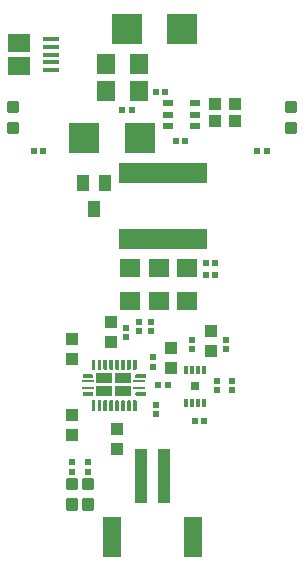
<source format=gtp>
G75*
%MOIN*%
%OFA0B0*%
%FSLAX25Y25*%
%IPPOS*%
%LPD*%
%AMOC8*
5,1,8,0,0,1.08239X$1,22.5*
%
%ADD10R,0.06299X0.07087*%
%ADD11R,0.03937X0.04331*%
%ADD12R,0.02165X0.02362*%
%ADD13R,0.07087X0.06299*%
%ADD14R,0.10000X0.10000*%
%ADD15R,0.03937X0.05512*%
%ADD16R,0.05315X0.01575*%
%ADD17R,0.07480X0.05906*%
%ADD18R,0.03937X0.18110*%
%ADD19R,0.06299X0.13386*%
%ADD20R,0.29528X0.07087*%
%ADD21C,0.01181*%
%ADD22R,0.04331X0.03937*%
%ADD23R,0.02362X0.02165*%
%ADD24R,0.03543X0.02362*%
%ADD25C,0.00000*%
%ADD26C,0.00001*%
%ADD27R,0.05197X0.03228*%
%ADD28R,0.04094X0.00906*%
%ADD29R,0.01181X0.03150*%
%ADD30R,0.02600X0.02600*%
D10*
X0045278Y0165867D03*
X0056302Y0165867D03*
X0056302Y0174867D03*
X0045278Y0174867D03*
D11*
X0046790Y0088713D03*
X0046790Y0082020D03*
X0033790Y0083213D03*
X0033790Y0076520D03*
X0066790Y0073520D03*
X0080290Y0079020D03*
X0066790Y0080213D03*
X0080290Y0085713D03*
X0033790Y0057713D03*
X0048790Y0053213D03*
X0033790Y0051020D03*
X0048790Y0046520D03*
D12*
X0074915Y0055867D03*
X0078065Y0055867D03*
X0065865Y0067867D03*
X0062715Y0067867D03*
X0078515Y0104567D03*
X0081665Y0104567D03*
X0081665Y0108567D03*
X0078515Y0108567D03*
X0095715Y0145867D03*
X0098865Y0145867D03*
X0071565Y0148967D03*
X0068415Y0148967D03*
X0053865Y0159367D03*
X0050715Y0159367D03*
X0061915Y0165567D03*
X0065065Y0165567D03*
X0024365Y0145867D03*
X0021215Y0145867D03*
D13*
X0053290Y0106878D03*
X0062790Y0106878D03*
X0072290Y0106878D03*
X0072290Y0095855D03*
X0062790Y0095855D03*
X0053290Y0095855D03*
D14*
X0056440Y0150167D03*
X0037940Y0150167D03*
X0052240Y0186467D03*
X0070740Y0186467D03*
D15*
X0045030Y0135197D03*
X0037550Y0135197D03*
X0041290Y0126536D03*
D16*
X0026822Y0172749D03*
X0026822Y0175308D03*
X0026822Y0177867D03*
X0026822Y0180426D03*
X0026822Y0182985D03*
D17*
X0016290Y0181804D03*
X0016330Y0173930D03*
D18*
X0056853Y0037434D03*
X0064727Y0037434D03*
D19*
X0047404Y0016961D03*
X0074176Y0016961D03*
D20*
X0064290Y0116343D03*
X0064290Y0138390D03*
D21*
X0105412Y0154792D02*
X0108168Y0154792D01*
X0108168Y0152036D01*
X0105412Y0152036D01*
X0105412Y0154792D01*
X0105412Y0153216D02*
X0108168Y0153216D01*
X0108168Y0154396D02*
X0105412Y0154396D01*
X0105412Y0161697D02*
X0108168Y0161697D01*
X0108168Y0158941D01*
X0105412Y0158941D01*
X0105412Y0161697D01*
X0105412Y0160121D02*
X0108168Y0160121D01*
X0108168Y0161301D02*
X0105412Y0161301D01*
X0015668Y0161697D02*
X0012912Y0161697D01*
X0015668Y0161697D02*
X0015668Y0158941D01*
X0012912Y0158941D01*
X0012912Y0161697D01*
X0012912Y0160121D02*
X0015668Y0160121D01*
X0015668Y0161301D02*
X0012912Y0161301D01*
X0012912Y0154792D02*
X0015668Y0154792D01*
X0015668Y0152036D01*
X0012912Y0152036D01*
X0012912Y0154792D01*
X0012912Y0153216D02*
X0015668Y0153216D01*
X0015668Y0154396D02*
X0012912Y0154396D01*
X0032412Y0033441D02*
X0035168Y0033441D01*
X0032412Y0033441D02*
X0032412Y0036197D01*
X0035168Y0036197D01*
X0035168Y0033441D01*
X0035168Y0034621D02*
X0032412Y0034621D01*
X0032412Y0035801D02*
X0035168Y0035801D01*
X0037912Y0033441D02*
X0040668Y0033441D01*
X0037912Y0033441D02*
X0037912Y0036197D01*
X0040668Y0036197D01*
X0040668Y0033441D01*
X0040668Y0034621D02*
X0037912Y0034621D01*
X0037912Y0035801D02*
X0040668Y0035801D01*
X0040668Y0026536D02*
X0037912Y0026536D01*
X0037912Y0029292D01*
X0040668Y0029292D01*
X0040668Y0026536D01*
X0040668Y0027716D02*
X0037912Y0027716D01*
X0037912Y0028896D02*
X0040668Y0028896D01*
X0035168Y0026536D02*
X0032412Y0026536D01*
X0032412Y0029292D01*
X0035168Y0029292D01*
X0035168Y0026536D01*
X0035168Y0027716D02*
X0032412Y0027716D01*
X0032412Y0028896D02*
X0035168Y0028896D01*
D22*
X0081444Y0155767D03*
X0088137Y0155767D03*
X0088137Y0161467D03*
X0081444Y0161467D03*
D23*
X0060290Y0088841D03*
X0056090Y0088841D03*
X0051890Y0086841D03*
X0056090Y0085692D03*
X0060290Y0085692D03*
X0051890Y0083692D03*
X0073890Y0082741D03*
X0073890Y0079592D03*
X0085190Y0079592D03*
X0085190Y0082741D03*
X0060790Y0077041D03*
X0060790Y0073892D03*
X0082290Y0069141D03*
X0087290Y0069141D03*
X0087290Y0065992D03*
X0082290Y0065992D03*
X0061990Y0061141D03*
X0061990Y0057992D03*
X0039290Y0041941D03*
X0039290Y0038792D03*
X0033790Y0038792D03*
X0033790Y0041941D03*
D24*
X0065763Y0154127D03*
X0065763Y0157867D03*
X0065763Y0161607D03*
X0074818Y0161607D03*
X0074818Y0157867D03*
X0074818Y0154127D03*
D25*
X0055133Y0076233D02*
X0055133Y0073477D01*
X0055100Y0073343D01*
X0055029Y0073224D01*
X0054925Y0073133D01*
X0054798Y0073077D01*
X0054661Y0073062D01*
X0054526Y0073089D01*
X0054405Y0073156D01*
X0054309Y0073256D01*
X0054248Y0073380D01*
X0054227Y0073516D01*
X0054227Y0076233D01*
X0055133Y0076233D01*
X0053164Y0076233D02*
X0053164Y0073477D01*
X0053132Y0073343D01*
X0053060Y0073224D01*
X0052956Y0073133D01*
X0052830Y0073077D01*
X0052693Y0073062D01*
X0052557Y0073089D01*
X0052436Y0073156D01*
X0052341Y0073256D01*
X0052280Y0073380D01*
X0052259Y0073516D01*
X0052259Y0076233D01*
X0053164Y0076233D01*
X0051196Y0076233D02*
X0051196Y0073477D01*
X0051163Y0073343D01*
X0051092Y0073224D01*
X0050988Y0073133D01*
X0050861Y0073077D01*
X0050724Y0073062D01*
X0050589Y0073089D01*
X0050468Y0073156D01*
X0050372Y0073256D01*
X0050311Y0073380D01*
X0050290Y0073516D01*
X0050290Y0076233D01*
X0051196Y0076233D01*
X0049227Y0076233D02*
X0049227Y0073477D01*
X0049195Y0073343D01*
X0049123Y0073224D01*
X0049019Y0073133D01*
X0048893Y0073077D01*
X0048756Y0073062D01*
X0048620Y0073089D01*
X0048499Y0073156D01*
X0048404Y0073256D01*
X0048343Y0073380D01*
X0048322Y0073516D01*
X0048322Y0076233D01*
X0049227Y0076233D01*
X0047259Y0076233D02*
X0047259Y0073477D01*
X0047226Y0073343D01*
X0047155Y0073224D01*
X0047051Y0073133D01*
X0046924Y0073077D01*
X0046787Y0073062D01*
X0046652Y0073089D01*
X0046530Y0073156D01*
X0046435Y0073256D01*
X0046374Y0073380D01*
X0046353Y0073516D01*
X0046353Y0076233D01*
X0047259Y0076233D01*
X0045290Y0076233D02*
X0045290Y0073477D01*
X0045258Y0073343D01*
X0045186Y0073224D01*
X0045082Y0073133D01*
X0044956Y0073077D01*
X0044819Y0073062D01*
X0044683Y0073089D01*
X0044562Y0073156D01*
X0044467Y0073256D01*
X0044406Y0073380D01*
X0044385Y0073516D01*
X0044385Y0076233D01*
X0045290Y0076233D01*
X0043322Y0076233D02*
X0043322Y0073477D01*
X0043289Y0073343D01*
X0043218Y0073224D01*
X0043114Y0073133D01*
X0042987Y0073077D01*
X0042850Y0073062D01*
X0042715Y0073089D01*
X0042593Y0073156D01*
X0042498Y0073256D01*
X0042437Y0073380D01*
X0042416Y0073516D01*
X0042416Y0076233D01*
X0043322Y0076233D01*
X0041353Y0076233D02*
X0041353Y0073477D01*
X0041321Y0073343D01*
X0041249Y0073224D01*
X0041145Y0073133D01*
X0041019Y0073077D01*
X0040882Y0073062D01*
X0040746Y0073089D01*
X0040625Y0073156D01*
X0040530Y0073256D01*
X0040469Y0073380D01*
X0040448Y0073516D01*
X0040448Y0076233D01*
X0041353Y0076233D01*
X0040212Y0071272D02*
X0037456Y0071272D01*
X0037456Y0070367D01*
X0040172Y0070367D01*
X0040309Y0070387D01*
X0040433Y0070448D01*
X0040533Y0070544D01*
X0040599Y0070665D01*
X0040626Y0070801D01*
X0040611Y0070938D01*
X0040555Y0071064D01*
X0040464Y0071168D01*
X0040346Y0071240D01*
X0040212Y0071272D01*
X0054954Y0070838D02*
X0054970Y0070701D01*
X0055025Y0070575D01*
X0055116Y0070471D01*
X0055235Y0070399D01*
X0055369Y0070367D01*
X0058125Y0070367D01*
X0058125Y0071272D01*
X0055408Y0071272D01*
X0055272Y0071251D01*
X0055148Y0071190D01*
X0055048Y0071095D01*
X0054981Y0070974D01*
X0054954Y0070838D01*
X0055408Y0065367D02*
X0055272Y0065346D01*
X0055148Y0065285D01*
X0055048Y0065189D01*
X0054981Y0065068D01*
X0054954Y0064933D01*
X0054970Y0064795D01*
X0055025Y0064669D01*
X0055116Y0064565D01*
X0055235Y0064494D01*
X0055369Y0064461D01*
X0058125Y0064461D01*
X0058125Y0065367D01*
X0055408Y0065367D01*
X0054834Y0062644D02*
X0054699Y0062671D01*
X0054562Y0062656D01*
X0054435Y0062600D01*
X0054331Y0062509D01*
X0054260Y0062391D01*
X0054227Y0062256D01*
X0054227Y0059501D01*
X0055133Y0059501D01*
X0055133Y0062217D01*
X0055112Y0062354D01*
X0055051Y0062478D01*
X0054956Y0062578D01*
X0054834Y0062644D01*
X0053143Y0062354D02*
X0053083Y0062478D01*
X0052987Y0062578D01*
X0052866Y0062644D01*
X0052730Y0062671D01*
X0052593Y0062656D01*
X0052467Y0062600D01*
X0052363Y0062509D01*
X0052291Y0062391D01*
X0052259Y0062256D01*
X0052259Y0059501D01*
X0053164Y0059501D01*
X0053164Y0062217D01*
X0053143Y0062354D01*
X0051196Y0062217D02*
X0051175Y0062354D01*
X0051114Y0062478D01*
X0051019Y0062578D01*
X0050897Y0062644D01*
X0050762Y0062671D01*
X0050625Y0062656D01*
X0050498Y0062600D01*
X0050394Y0062509D01*
X0050323Y0062391D01*
X0050290Y0062256D01*
X0050290Y0059501D01*
X0051196Y0059501D01*
X0051196Y0062217D01*
X0049227Y0062217D02*
X0049206Y0062354D01*
X0049146Y0062478D01*
X0049050Y0062578D01*
X0048929Y0062644D01*
X0048793Y0062671D01*
X0048656Y0062656D01*
X0048530Y0062600D01*
X0048426Y0062509D01*
X0048354Y0062391D01*
X0048322Y0062256D01*
X0048322Y0059501D01*
X0049227Y0059501D01*
X0049227Y0062217D01*
X0047259Y0062217D02*
X0047238Y0062354D01*
X0047177Y0062478D01*
X0047082Y0062578D01*
X0046960Y0062644D01*
X0046825Y0062671D01*
X0046688Y0062656D01*
X0046561Y0062600D01*
X0046457Y0062509D01*
X0046386Y0062391D01*
X0046353Y0062256D01*
X0046353Y0059501D01*
X0047259Y0059501D01*
X0047259Y0062217D01*
X0045290Y0062217D02*
X0045269Y0062354D01*
X0045209Y0062478D01*
X0045113Y0062578D01*
X0044992Y0062644D01*
X0044856Y0062671D01*
X0044719Y0062656D01*
X0044593Y0062600D01*
X0044489Y0062509D01*
X0044417Y0062391D01*
X0044385Y0062256D01*
X0044385Y0059501D01*
X0045290Y0059501D01*
X0045290Y0062217D01*
X0043322Y0062217D02*
X0043301Y0062354D01*
X0043240Y0062478D01*
X0043145Y0062578D01*
X0043023Y0062644D01*
X0042888Y0062671D01*
X0042751Y0062656D01*
X0042624Y0062600D01*
X0042520Y0062509D01*
X0042449Y0062391D01*
X0042416Y0062256D01*
X0042416Y0059501D01*
X0043322Y0059501D01*
X0043322Y0062217D01*
X0041353Y0062217D02*
X0041332Y0062354D01*
X0041271Y0062478D01*
X0041176Y0062578D01*
X0041055Y0062644D01*
X0040919Y0062671D01*
X0040782Y0062656D01*
X0040656Y0062600D01*
X0040552Y0062509D01*
X0040480Y0062391D01*
X0040448Y0062256D01*
X0040448Y0059501D01*
X0041353Y0059501D01*
X0041353Y0062217D01*
X0040309Y0064482D02*
X0040433Y0064543D01*
X0040533Y0064638D01*
X0040599Y0064759D01*
X0040626Y0064895D01*
X0040611Y0065032D01*
X0040555Y0065159D01*
X0040464Y0065263D01*
X0040346Y0065334D01*
X0040212Y0065367D01*
X0037456Y0065367D01*
X0037456Y0064461D01*
X0040172Y0064461D01*
X0040309Y0064482D01*
D26*
X0040308Y0064482D02*
X0037456Y0064482D01*
X0037456Y0064483D02*
X0040310Y0064483D01*
X0040312Y0064484D02*
X0037456Y0064484D01*
X0037456Y0064485D02*
X0040314Y0064485D01*
X0040316Y0064486D02*
X0037456Y0064486D01*
X0037456Y0064487D02*
X0040318Y0064487D01*
X0040320Y0064488D02*
X0037456Y0064488D01*
X0037456Y0064489D02*
X0040322Y0064489D01*
X0040324Y0064490D02*
X0037456Y0064490D01*
X0037456Y0064491D02*
X0040327Y0064491D01*
X0040328Y0064492D02*
X0037456Y0064492D01*
X0037456Y0064493D02*
X0040330Y0064493D01*
X0040333Y0064494D02*
X0037456Y0064494D01*
X0037456Y0064495D02*
X0040335Y0064495D01*
X0040337Y0064496D02*
X0037456Y0064496D01*
X0037456Y0064497D02*
X0040339Y0064497D01*
X0040341Y0064498D02*
X0037456Y0064498D01*
X0037456Y0064499D02*
X0040343Y0064499D01*
X0040345Y0064500D02*
X0037456Y0064500D01*
X0037456Y0064501D02*
X0040347Y0064501D01*
X0040349Y0064502D02*
X0037456Y0064502D01*
X0040351Y0064502D01*
X0040353Y0064503D02*
X0037456Y0064503D01*
X0037456Y0064504D02*
X0040355Y0064504D01*
X0040357Y0064505D02*
X0037456Y0064505D01*
X0037456Y0064506D02*
X0040359Y0064506D01*
X0040361Y0064507D02*
X0037456Y0064507D01*
X0037456Y0064508D02*
X0040363Y0064508D01*
X0040365Y0064509D02*
X0037456Y0064509D01*
X0037456Y0064510D02*
X0040367Y0064510D01*
X0040369Y0064511D02*
X0037456Y0064511D01*
X0037456Y0064512D02*
X0040371Y0064512D01*
X0040373Y0064513D02*
X0037456Y0064513D01*
X0037456Y0064514D02*
X0040375Y0064514D01*
X0040377Y0064515D02*
X0037456Y0064515D01*
X0037456Y0064516D02*
X0040379Y0064516D01*
X0040381Y0064517D02*
X0037456Y0064517D01*
X0037456Y0064518D02*
X0040383Y0064518D01*
X0040385Y0064519D02*
X0037456Y0064519D01*
X0037456Y0064520D02*
X0040387Y0064520D01*
X0040389Y0064521D02*
X0037456Y0064521D01*
X0037456Y0064522D02*
X0040391Y0064522D01*
X0040393Y0064523D02*
X0037456Y0064523D01*
X0037456Y0064524D02*
X0040395Y0064524D01*
X0040397Y0064525D02*
X0037456Y0064525D01*
X0037456Y0064526D02*
X0040399Y0064526D01*
X0040401Y0064527D02*
X0037456Y0064527D01*
X0037456Y0064528D02*
X0040403Y0064528D01*
X0040405Y0064529D02*
X0037456Y0064529D01*
X0037456Y0064530D02*
X0040407Y0064530D01*
X0040409Y0064531D02*
X0037456Y0064531D01*
X0037456Y0064532D02*
X0040411Y0064532D01*
X0040413Y0064533D02*
X0037456Y0064533D01*
X0037456Y0064534D02*
X0040415Y0064534D01*
X0040417Y0064535D02*
X0037456Y0064535D01*
X0037456Y0064536D02*
X0040419Y0064536D01*
X0040421Y0064537D02*
X0037456Y0064537D01*
X0037456Y0064538D02*
X0040423Y0064538D01*
X0040425Y0064539D02*
X0037456Y0064539D01*
X0037456Y0064540D02*
X0040427Y0064540D01*
X0040429Y0064541D02*
X0037456Y0064541D01*
X0037456Y0064542D02*
X0040431Y0064542D01*
X0040433Y0064543D02*
X0037456Y0064543D01*
X0037456Y0064544D02*
X0040434Y0064544D01*
X0040435Y0064545D02*
X0037456Y0064545D01*
X0037456Y0064546D02*
X0040436Y0064546D01*
X0040437Y0064547D02*
X0037456Y0064547D01*
X0037456Y0064548D02*
X0040438Y0064548D01*
X0040439Y0064549D02*
X0037456Y0064549D01*
X0037456Y0064550D02*
X0040440Y0064550D01*
X0040441Y0064551D02*
X0037456Y0064551D01*
X0037456Y0064552D02*
X0040442Y0064552D01*
X0040443Y0064553D02*
X0037456Y0064553D01*
X0037456Y0064554D02*
X0040444Y0064554D01*
X0040445Y0064555D02*
X0037456Y0064555D01*
X0037456Y0064556D02*
X0040446Y0064556D01*
X0040447Y0064557D02*
X0037456Y0064557D01*
X0037456Y0064558D02*
X0040448Y0064558D01*
X0040449Y0064559D02*
X0037456Y0064559D01*
X0037456Y0064560D02*
X0040450Y0064560D01*
X0040451Y0064561D02*
X0037456Y0064561D01*
X0037456Y0064562D02*
X0040452Y0064562D01*
X0040453Y0064563D02*
X0037456Y0064563D01*
X0037456Y0064564D02*
X0040454Y0064564D01*
X0040455Y0064564D02*
X0037456Y0064564D01*
X0037456Y0064565D02*
X0040456Y0064565D01*
X0040457Y0064566D02*
X0037456Y0064566D01*
X0037456Y0064567D02*
X0040458Y0064567D01*
X0040459Y0064568D02*
X0037456Y0064568D01*
X0037456Y0064569D02*
X0040460Y0064569D01*
X0040462Y0064570D02*
X0037456Y0064570D01*
X0037456Y0064571D02*
X0040463Y0064571D01*
X0040464Y0064572D02*
X0037456Y0064572D01*
X0037456Y0064573D02*
X0040465Y0064573D01*
X0040466Y0064574D02*
X0037456Y0064574D01*
X0037456Y0064575D02*
X0040467Y0064575D01*
X0040468Y0064576D02*
X0037456Y0064576D01*
X0037456Y0064577D02*
X0040469Y0064577D01*
X0040470Y0064578D02*
X0037456Y0064578D01*
X0037456Y0064579D02*
X0040471Y0064579D01*
X0040472Y0064580D02*
X0037456Y0064580D01*
X0037456Y0064581D02*
X0040473Y0064581D01*
X0040474Y0064582D02*
X0037456Y0064582D01*
X0037456Y0064583D02*
X0040475Y0064583D01*
X0040476Y0064584D02*
X0037456Y0064584D01*
X0037456Y0064585D02*
X0040477Y0064585D01*
X0040478Y0064586D02*
X0037456Y0064586D01*
X0037456Y0064587D02*
X0040479Y0064587D01*
X0040480Y0064588D02*
X0037456Y0064588D01*
X0037456Y0064589D02*
X0040481Y0064589D01*
X0040482Y0064590D02*
X0037456Y0064590D01*
X0037456Y0064591D02*
X0040483Y0064591D01*
X0040484Y0064592D02*
X0037456Y0064592D01*
X0037456Y0064593D02*
X0040485Y0064593D01*
X0040486Y0064594D02*
X0037456Y0064594D01*
X0037456Y0064595D02*
X0040487Y0064595D01*
X0040488Y0064596D02*
X0037456Y0064596D01*
X0037456Y0064597D02*
X0040489Y0064597D01*
X0040490Y0064598D02*
X0037456Y0064598D01*
X0037456Y0064599D02*
X0040491Y0064599D01*
X0040492Y0064600D02*
X0037456Y0064600D01*
X0037456Y0064601D02*
X0040493Y0064601D01*
X0040494Y0064602D02*
X0037456Y0064602D01*
X0037456Y0064603D02*
X0040495Y0064603D01*
X0040497Y0064604D02*
X0037456Y0064604D01*
X0037456Y0064605D02*
X0040498Y0064605D01*
X0040499Y0064606D02*
X0037456Y0064606D01*
X0037456Y0064607D02*
X0040500Y0064607D01*
X0040501Y0064608D02*
X0037456Y0064608D01*
X0037456Y0064609D02*
X0040502Y0064609D01*
X0040503Y0064610D02*
X0037456Y0064610D01*
X0037456Y0064611D02*
X0040504Y0064611D01*
X0040505Y0064612D02*
X0037456Y0064612D01*
X0037456Y0064613D02*
X0040506Y0064613D01*
X0040507Y0064614D02*
X0037456Y0064614D01*
X0037456Y0064615D02*
X0040508Y0064615D01*
X0040509Y0064616D02*
X0037456Y0064616D01*
X0037456Y0064617D02*
X0040510Y0064617D01*
X0040511Y0064618D02*
X0037456Y0064618D01*
X0037456Y0064619D02*
X0040512Y0064619D01*
X0040513Y0064620D02*
X0037456Y0064620D01*
X0037456Y0064621D02*
X0040514Y0064621D01*
X0040515Y0064622D02*
X0037456Y0064622D01*
X0037456Y0064623D02*
X0040516Y0064623D01*
X0040517Y0064624D02*
X0037456Y0064624D01*
X0037456Y0064625D02*
X0040518Y0064625D01*
X0040519Y0064626D02*
X0037456Y0064626D01*
X0037456Y0064627D02*
X0040520Y0064627D01*
X0040521Y0064627D02*
X0037456Y0064627D01*
X0037456Y0064628D02*
X0040522Y0064628D01*
X0040523Y0064629D02*
X0037456Y0064629D01*
X0037456Y0064630D02*
X0040524Y0064630D01*
X0040525Y0064631D02*
X0037456Y0064631D01*
X0037456Y0064632D02*
X0040526Y0064632D01*
X0040527Y0064633D02*
X0037456Y0064633D01*
X0037456Y0064634D02*
X0040528Y0064634D01*
X0040529Y0064635D02*
X0037456Y0064635D01*
X0037456Y0064636D02*
X0040531Y0064636D01*
X0040532Y0064637D02*
X0037456Y0064637D01*
X0037456Y0064638D02*
X0040533Y0064638D01*
X0040533Y0064639D02*
X0037456Y0064639D01*
X0037456Y0064640D02*
X0040534Y0064640D01*
X0040534Y0064641D02*
X0037456Y0064641D01*
X0037456Y0064642D02*
X0040535Y0064642D01*
X0040535Y0064643D02*
X0037456Y0064643D01*
X0037456Y0064644D02*
X0040536Y0064644D01*
X0040536Y0064645D02*
X0037456Y0064645D01*
X0037456Y0064646D02*
X0040537Y0064646D01*
X0040537Y0064647D02*
X0037456Y0064647D01*
X0037456Y0064648D02*
X0040538Y0064648D01*
X0040539Y0064649D02*
X0037456Y0064649D01*
X0037456Y0064650D02*
X0040539Y0064650D01*
X0040540Y0064651D02*
X0037456Y0064651D01*
X0037456Y0064652D02*
X0040540Y0064652D01*
X0040541Y0064653D02*
X0037456Y0064653D01*
X0037456Y0064654D02*
X0040541Y0064654D01*
X0040542Y0064655D02*
X0037456Y0064655D01*
X0037456Y0064656D02*
X0040542Y0064656D01*
X0040543Y0064657D02*
X0037456Y0064657D01*
X0037456Y0064658D02*
X0040543Y0064658D01*
X0040544Y0064659D02*
X0037456Y0064659D01*
X0037456Y0064660D02*
X0040545Y0064660D01*
X0040545Y0064661D02*
X0037456Y0064661D01*
X0037456Y0064662D02*
X0040546Y0064662D01*
X0040546Y0064663D02*
X0037456Y0064663D01*
X0037456Y0064664D02*
X0040547Y0064664D01*
X0040547Y0064665D02*
X0037456Y0064665D01*
X0037456Y0064666D02*
X0040548Y0064666D01*
X0040548Y0064667D02*
X0037456Y0064667D01*
X0037456Y0064668D02*
X0040549Y0064668D01*
X0040549Y0064669D02*
X0037456Y0064669D01*
X0037456Y0064670D02*
X0040550Y0064670D01*
X0040550Y0064671D02*
X0037456Y0064671D01*
X0037456Y0064672D02*
X0040551Y0064672D01*
X0040552Y0064673D02*
X0037456Y0064673D01*
X0037456Y0064674D02*
X0040552Y0064674D01*
X0040553Y0064675D02*
X0037456Y0064675D01*
X0037456Y0064676D02*
X0040553Y0064676D01*
X0040554Y0064677D02*
X0037456Y0064677D01*
X0037456Y0064678D02*
X0040554Y0064678D01*
X0040555Y0064679D02*
X0037456Y0064679D01*
X0037456Y0064680D02*
X0040555Y0064680D01*
X0040556Y0064681D02*
X0037456Y0064681D01*
X0037456Y0064682D02*
X0040556Y0064682D01*
X0040557Y0064683D02*
X0037456Y0064683D01*
X0037456Y0064684D02*
X0040557Y0064684D01*
X0040558Y0064685D02*
X0037456Y0064685D01*
X0037456Y0064686D02*
X0040559Y0064686D01*
X0040559Y0064687D02*
X0037456Y0064687D01*
X0037456Y0064688D02*
X0040560Y0064688D01*
X0040560Y0064689D02*
X0037456Y0064689D01*
X0040561Y0064689D01*
X0040561Y0064690D02*
X0037456Y0064690D01*
X0037456Y0064691D02*
X0040562Y0064691D01*
X0040562Y0064692D02*
X0037456Y0064692D01*
X0037456Y0064693D02*
X0040563Y0064693D01*
X0040563Y0064694D02*
X0037456Y0064694D01*
X0037456Y0064695D02*
X0040564Y0064695D01*
X0040564Y0064696D02*
X0037456Y0064696D01*
X0037456Y0064697D02*
X0040565Y0064697D01*
X0040566Y0064698D02*
X0037456Y0064698D01*
X0037456Y0064699D02*
X0040566Y0064699D01*
X0040567Y0064700D02*
X0037456Y0064700D01*
X0037456Y0064701D02*
X0040567Y0064701D01*
X0040568Y0064702D02*
X0037456Y0064702D01*
X0037456Y0064703D02*
X0040568Y0064703D01*
X0040569Y0064704D02*
X0037456Y0064704D01*
X0037456Y0064705D02*
X0040569Y0064705D01*
X0040570Y0064706D02*
X0037456Y0064706D01*
X0037456Y0064707D02*
X0040570Y0064707D01*
X0040571Y0064708D02*
X0037456Y0064708D01*
X0037456Y0064709D02*
X0040572Y0064709D01*
X0040572Y0064710D02*
X0037456Y0064710D01*
X0037456Y0064711D02*
X0040573Y0064711D01*
X0040573Y0064712D02*
X0037456Y0064712D01*
X0037456Y0064713D02*
X0040574Y0064713D01*
X0040574Y0064714D02*
X0037456Y0064714D01*
X0037456Y0064715D02*
X0040575Y0064715D01*
X0040575Y0064716D02*
X0037456Y0064716D01*
X0037456Y0064717D02*
X0040576Y0064717D01*
X0040576Y0064718D02*
X0037456Y0064718D01*
X0037456Y0064719D02*
X0040577Y0064719D01*
X0040577Y0064720D02*
X0037456Y0064720D01*
X0037456Y0064721D02*
X0040578Y0064721D01*
X0040579Y0064722D02*
X0037456Y0064722D01*
X0037456Y0064723D02*
X0040579Y0064723D01*
X0040580Y0064724D02*
X0037456Y0064724D01*
X0037456Y0064725D02*
X0040580Y0064725D01*
X0040581Y0064726D02*
X0037456Y0064726D01*
X0037456Y0064727D02*
X0040581Y0064727D01*
X0040582Y0064728D02*
X0037456Y0064728D01*
X0037456Y0064729D02*
X0040582Y0064729D01*
X0040583Y0064730D02*
X0037456Y0064730D01*
X0037456Y0064731D02*
X0040583Y0064731D01*
X0040584Y0064732D02*
X0037456Y0064732D01*
X0037456Y0064733D02*
X0040584Y0064733D01*
X0040585Y0064734D02*
X0037456Y0064734D01*
X0037456Y0064735D02*
X0040586Y0064735D01*
X0040586Y0064736D02*
X0037456Y0064736D01*
X0037456Y0064737D02*
X0040587Y0064737D01*
X0040587Y0064738D02*
X0037456Y0064738D01*
X0037456Y0064739D02*
X0040588Y0064739D01*
X0040588Y0064740D02*
X0037456Y0064740D01*
X0037456Y0064741D02*
X0040589Y0064741D01*
X0040589Y0064742D02*
X0037456Y0064742D01*
X0037456Y0064743D02*
X0040590Y0064743D01*
X0040590Y0064744D02*
X0037456Y0064744D01*
X0037456Y0064745D02*
X0040591Y0064745D01*
X0040592Y0064746D02*
X0037456Y0064746D01*
X0037456Y0064747D02*
X0040592Y0064747D01*
X0040593Y0064748D02*
X0037456Y0064748D01*
X0037456Y0064749D02*
X0040593Y0064749D01*
X0040594Y0064750D02*
X0037456Y0064750D01*
X0037456Y0064751D02*
X0040594Y0064751D01*
X0040595Y0064752D02*
X0037456Y0064752D01*
X0040595Y0064752D01*
X0040596Y0064753D02*
X0037456Y0064753D01*
X0037456Y0064754D02*
X0040596Y0064754D01*
X0040597Y0064755D02*
X0037456Y0064755D01*
X0037456Y0064756D02*
X0040597Y0064756D01*
X0040598Y0064757D02*
X0037456Y0064757D01*
X0037456Y0064758D02*
X0040599Y0064758D01*
X0040599Y0064759D02*
X0037456Y0064759D01*
X0037456Y0064760D02*
X0040599Y0064760D01*
X0040600Y0064761D02*
X0037456Y0064761D01*
X0037456Y0064762D02*
X0040600Y0064762D01*
X0040600Y0064763D02*
X0037456Y0064763D01*
X0037456Y0064764D02*
X0040600Y0064764D01*
X0040600Y0064765D02*
X0037456Y0064765D01*
X0037456Y0064766D02*
X0040601Y0064766D01*
X0040601Y0064767D02*
X0037456Y0064767D01*
X0037456Y0064768D02*
X0040601Y0064768D01*
X0040601Y0064769D02*
X0037456Y0064769D01*
X0037456Y0064770D02*
X0040601Y0064770D01*
X0040601Y0064771D02*
X0037456Y0064771D01*
X0037456Y0064772D02*
X0040602Y0064772D01*
X0040602Y0064773D02*
X0037456Y0064773D01*
X0037456Y0064774D02*
X0040602Y0064774D01*
X0040602Y0064775D02*
X0037456Y0064775D01*
X0037456Y0064776D02*
X0040602Y0064776D01*
X0040603Y0064777D02*
X0037456Y0064777D01*
X0037456Y0064778D02*
X0040603Y0064778D01*
X0040603Y0064779D02*
X0037456Y0064779D01*
X0037456Y0064780D02*
X0040603Y0064780D01*
X0040603Y0064781D02*
X0037456Y0064781D01*
X0037456Y0064782D02*
X0040604Y0064782D01*
X0040604Y0064783D02*
X0037456Y0064783D01*
X0037456Y0064784D02*
X0040604Y0064784D01*
X0040604Y0064785D02*
X0037456Y0064785D01*
X0037456Y0064786D02*
X0040604Y0064786D01*
X0040605Y0064787D02*
X0037456Y0064787D01*
X0037456Y0064788D02*
X0040605Y0064788D01*
X0040605Y0064789D02*
X0037456Y0064789D01*
X0037456Y0064790D02*
X0040605Y0064790D01*
X0040605Y0064791D02*
X0037456Y0064791D01*
X0037456Y0064792D02*
X0040606Y0064792D01*
X0040606Y0064793D02*
X0037456Y0064793D01*
X0037456Y0064794D02*
X0040606Y0064794D01*
X0040606Y0064795D02*
X0037456Y0064795D01*
X0037456Y0064796D02*
X0040606Y0064796D01*
X0040607Y0064797D02*
X0037456Y0064797D01*
X0037456Y0064798D02*
X0040607Y0064798D01*
X0040607Y0064799D02*
X0037456Y0064799D01*
X0037456Y0064800D02*
X0040607Y0064800D01*
X0040607Y0064801D02*
X0037456Y0064801D01*
X0037456Y0064802D02*
X0040608Y0064802D01*
X0040608Y0064803D02*
X0037456Y0064803D01*
X0037456Y0064804D02*
X0040608Y0064804D01*
X0040608Y0064805D02*
X0037456Y0064805D01*
X0037456Y0064806D02*
X0040608Y0064806D01*
X0040609Y0064807D02*
X0037456Y0064807D01*
X0037456Y0064808D02*
X0040609Y0064808D01*
X0040609Y0064809D02*
X0037456Y0064809D01*
X0037456Y0064810D02*
X0040609Y0064810D01*
X0040609Y0064811D02*
X0037456Y0064811D01*
X0037456Y0064812D02*
X0040610Y0064812D01*
X0040610Y0064813D02*
X0037456Y0064813D01*
X0037456Y0064814D02*
X0040610Y0064814D01*
X0037456Y0064814D01*
X0037456Y0064815D02*
X0040610Y0064815D01*
X0040610Y0064816D02*
X0037456Y0064816D01*
X0037456Y0064817D02*
X0040611Y0064817D01*
X0040611Y0064818D02*
X0037456Y0064818D01*
X0037456Y0064819D02*
X0040611Y0064819D01*
X0040611Y0064820D02*
X0037456Y0064820D01*
X0037456Y0064821D02*
X0040611Y0064821D01*
X0040612Y0064822D02*
X0037456Y0064822D01*
X0037456Y0064823D02*
X0040612Y0064823D01*
X0040612Y0064824D02*
X0037456Y0064824D01*
X0037456Y0064825D02*
X0040612Y0064825D01*
X0040612Y0064826D02*
X0037456Y0064826D01*
X0037456Y0064827D02*
X0040613Y0064827D01*
X0040613Y0064828D02*
X0037456Y0064828D01*
X0037456Y0064829D02*
X0040613Y0064829D01*
X0040613Y0064830D02*
X0037456Y0064830D01*
X0037456Y0064831D02*
X0040613Y0064831D01*
X0040614Y0064832D02*
X0037456Y0064832D01*
X0037456Y0064833D02*
X0040614Y0064833D01*
X0040614Y0064834D02*
X0037456Y0064834D01*
X0037456Y0064835D02*
X0040614Y0064835D01*
X0040614Y0064836D02*
X0037456Y0064836D01*
X0037456Y0064837D02*
X0040615Y0064837D01*
X0040615Y0064838D02*
X0037456Y0064838D01*
X0037456Y0064839D02*
X0040615Y0064839D01*
X0040615Y0064840D02*
X0037456Y0064840D01*
X0037456Y0064841D02*
X0040615Y0064841D01*
X0040616Y0064842D02*
X0037456Y0064842D01*
X0037456Y0064843D02*
X0040616Y0064843D01*
X0040616Y0064844D02*
X0037456Y0064844D01*
X0037456Y0064845D02*
X0040616Y0064845D01*
X0040616Y0064846D02*
X0037456Y0064846D01*
X0037456Y0064847D02*
X0040617Y0064847D01*
X0040617Y0064848D02*
X0037456Y0064848D01*
X0037456Y0064849D02*
X0040617Y0064849D01*
X0040617Y0064850D02*
X0037456Y0064850D01*
X0037456Y0064851D02*
X0040617Y0064851D01*
X0040618Y0064852D02*
X0037456Y0064852D01*
X0037456Y0064853D02*
X0040618Y0064853D01*
X0040618Y0064854D02*
X0037456Y0064854D01*
X0037456Y0064855D02*
X0040618Y0064855D01*
X0040618Y0064856D02*
X0037456Y0064856D01*
X0037456Y0064857D02*
X0040619Y0064857D01*
X0040619Y0064858D02*
X0037456Y0064858D01*
X0037456Y0064859D02*
X0040619Y0064859D01*
X0040619Y0064860D02*
X0037456Y0064860D01*
X0037456Y0064861D02*
X0040619Y0064861D01*
X0040620Y0064862D02*
X0037456Y0064862D01*
X0037456Y0064863D02*
X0040620Y0064863D01*
X0040620Y0064864D02*
X0037456Y0064864D01*
X0037456Y0064865D02*
X0040620Y0064865D01*
X0040620Y0064866D02*
X0037456Y0064866D01*
X0037456Y0064867D02*
X0040620Y0064867D01*
X0040621Y0064868D02*
X0037456Y0064868D01*
X0037456Y0064869D02*
X0040621Y0064869D01*
X0040621Y0064870D02*
X0037456Y0064870D01*
X0037456Y0064871D02*
X0040621Y0064871D01*
X0040621Y0064872D02*
X0037456Y0064872D01*
X0037456Y0064873D02*
X0040622Y0064873D01*
X0040622Y0064874D02*
X0037456Y0064874D01*
X0037456Y0064875D02*
X0040622Y0064875D01*
X0040622Y0064876D02*
X0037456Y0064876D01*
X0037456Y0064877D02*
X0040622Y0064877D01*
X0040623Y0064877D02*
X0037456Y0064877D01*
X0037456Y0064878D02*
X0040623Y0064878D01*
X0040623Y0064879D02*
X0037456Y0064879D01*
X0037456Y0064880D02*
X0040623Y0064880D01*
X0040623Y0064881D02*
X0037456Y0064881D01*
X0037456Y0064882D02*
X0040624Y0064882D01*
X0040624Y0064883D02*
X0037456Y0064883D01*
X0037456Y0064884D02*
X0040624Y0064884D01*
X0040624Y0064885D02*
X0037456Y0064885D01*
X0037456Y0064886D02*
X0040624Y0064886D01*
X0040625Y0064887D02*
X0037456Y0064887D01*
X0037456Y0064888D02*
X0040625Y0064888D01*
X0040625Y0064889D02*
X0037456Y0064889D01*
X0037456Y0064890D02*
X0040625Y0064890D01*
X0040625Y0064891D02*
X0037456Y0064891D01*
X0037456Y0064892D02*
X0040626Y0064892D01*
X0040626Y0064893D02*
X0037456Y0064893D01*
X0037456Y0064894D02*
X0040626Y0064894D01*
X0040626Y0064895D02*
X0037456Y0064895D01*
X0037456Y0064896D02*
X0040626Y0064896D01*
X0040626Y0064897D02*
X0037456Y0064897D01*
X0037456Y0064898D02*
X0040626Y0064898D01*
X0040626Y0064899D02*
X0037456Y0064899D01*
X0037456Y0064900D02*
X0040626Y0064900D01*
X0040625Y0064901D02*
X0037456Y0064901D01*
X0037456Y0064902D02*
X0040625Y0064902D01*
X0040625Y0064903D02*
X0037456Y0064903D01*
X0037456Y0064904D02*
X0040625Y0064904D01*
X0040625Y0064905D02*
X0037456Y0064905D01*
X0037456Y0064906D02*
X0040625Y0064906D01*
X0040625Y0064907D02*
X0037456Y0064907D01*
X0037456Y0064908D02*
X0040625Y0064908D01*
X0040625Y0064909D02*
X0037456Y0064909D01*
X0037456Y0064910D02*
X0040624Y0064910D01*
X0040624Y0064911D02*
X0037456Y0064911D01*
X0037456Y0064912D02*
X0040624Y0064912D01*
X0040624Y0064913D02*
X0037456Y0064913D01*
X0037456Y0064914D02*
X0040624Y0064914D01*
X0040624Y0064915D02*
X0037456Y0064915D01*
X0037456Y0064916D02*
X0040624Y0064916D01*
X0040624Y0064917D02*
X0037456Y0064917D01*
X0037456Y0064918D02*
X0040624Y0064918D01*
X0040624Y0064919D02*
X0037456Y0064919D01*
X0037456Y0064920D02*
X0040623Y0064920D01*
X0040623Y0064921D02*
X0037456Y0064921D01*
X0037456Y0064922D02*
X0040623Y0064922D01*
X0040623Y0064923D02*
X0037456Y0064923D01*
X0037456Y0064924D02*
X0040623Y0064924D01*
X0040623Y0064925D02*
X0037456Y0064925D01*
X0037456Y0064926D02*
X0040623Y0064926D01*
X0040623Y0064927D02*
X0037456Y0064927D01*
X0037456Y0064928D02*
X0040623Y0064928D01*
X0040622Y0064929D02*
X0037456Y0064929D01*
X0037456Y0064930D02*
X0040622Y0064930D01*
X0040622Y0064931D02*
X0037456Y0064931D01*
X0037456Y0064932D02*
X0040622Y0064932D01*
X0040622Y0064933D02*
X0037456Y0064933D01*
X0037456Y0064934D02*
X0040622Y0064934D01*
X0040622Y0064935D02*
X0037456Y0064935D01*
X0037456Y0064936D02*
X0040622Y0064936D01*
X0040622Y0064937D02*
X0037456Y0064937D01*
X0037456Y0064938D02*
X0040621Y0064938D01*
X0040621Y0064939D02*
X0037456Y0064939D01*
X0040621Y0064939D01*
X0040621Y0064940D02*
X0037456Y0064940D01*
X0037456Y0064941D02*
X0040621Y0064941D01*
X0040621Y0064942D02*
X0037456Y0064942D01*
X0037456Y0064943D02*
X0040621Y0064943D01*
X0040621Y0064944D02*
X0037456Y0064944D01*
X0037456Y0064945D02*
X0040621Y0064945D01*
X0040620Y0064946D02*
X0037456Y0064946D01*
X0037456Y0064947D02*
X0040620Y0064947D01*
X0040620Y0064948D02*
X0037456Y0064948D01*
X0037456Y0064949D02*
X0040620Y0064949D01*
X0040620Y0064950D02*
X0037456Y0064950D01*
X0037456Y0064951D02*
X0040620Y0064951D01*
X0040620Y0064952D02*
X0037456Y0064952D01*
X0037456Y0064953D02*
X0040620Y0064953D01*
X0040620Y0064954D02*
X0037456Y0064954D01*
X0037456Y0064955D02*
X0040620Y0064955D01*
X0040619Y0064956D02*
X0037456Y0064956D01*
X0037456Y0064957D02*
X0040619Y0064957D01*
X0040619Y0064958D02*
X0037456Y0064958D01*
X0037456Y0064959D02*
X0040619Y0064959D01*
X0040619Y0064960D02*
X0037456Y0064960D01*
X0037456Y0064961D02*
X0040619Y0064961D01*
X0040619Y0064962D02*
X0037456Y0064962D01*
X0037456Y0064963D02*
X0040619Y0064963D01*
X0040619Y0064964D02*
X0037456Y0064964D01*
X0037456Y0064965D02*
X0040618Y0064965D01*
X0040618Y0064966D02*
X0037456Y0064966D01*
X0037456Y0064967D02*
X0040618Y0064967D01*
X0040618Y0064968D02*
X0037456Y0064968D01*
X0037456Y0064969D02*
X0040618Y0064969D01*
X0040618Y0064970D02*
X0037456Y0064970D01*
X0037456Y0064971D02*
X0040618Y0064971D01*
X0040618Y0064972D02*
X0037456Y0064972D01*
X0037456Y0064973D02*
X0040618Y0064973D01*
X0040617Y0064974D02*
X0037456Y0064974D01*
X0037456Y0064975D02*
X0040617Y0064975D01*
X0040617Y0064976D02*
X0037456Y0064976D01*
X0037456Y0064977D02*
X0040617Y0064977D01*
X0040617Y0064978D02*
X0037456Y0064978D01*
X0037456Y0064979D02*
X0040617Y0064979D01*
X0040617Y0064980D02*
X0037456Y0064980D01*
X0037456Y0064981D02*
X0040617Y0064981D01*
X0040617Y0064982D02*
X0037456Y0064982D01*
X0037456Y0064983D02*
X0040616Y0064983D01*
X0040616Y0064984D02*
X0037456Y0064984D01*
X0037456Y0064985D02*
X0040616Y0064985D01*
X0040616Y0064986D02*
X0037456Y0064986D01*
X0037456Y0064987D02*
X0040616Y0064987D01*
X0040616Y0064988D02*
X0037456Y0064988D01*
X0037456Y0064989D02*
X0040616Y0064989D01*
X0040616Y0064990D02*
X0037456Y0064990D01*
X0037456Y0064991D02*
X0040616Y0064991D01*
X0040616Y0064992D02*
X0037456Y0064992D01*
X0037456Y0064993D02*
X0040615Y0064993D01*
X0040615Y0064994D02*
X0037456Y0064994D01*
X0037456Y0064995D02*
X0040615Y0064995D01*
X0040615Y0064996D02*
X0037456Y0064996D01*
X0037456Y0064997D02*
X0040615Y0064997D01*
X0040615Y0064998D02*
X0037456Y0064998D01*
X0037456Y0064999D02*
X0040615Y0064999D01*
X0040615Y0065000D02*
X0037456Y0065000D01*
X0037456Y0065001D02*
X0040615Y0065001D01*
X0040614Y0065002D02*
X0037456Y0065002D01*
X0040614Y0065002D01*
X0040614Y0065003D02*
X0037456Y0065003D01*
X0037456Y0065004D02*
X0040614Y0065004D01*
X0040614Y0065005D02*
X0037456Y0065005D01*
X0037456Y0065006D02*
X0040614Y0065006D01*
X0040614Y0065007D02*
X0037456Y0065007D01*
X0037456Y0065008D02*
X0040614Y0065008D01*
X0040614Y0065009D02*
X0037456Y0065009D01*
X0037456Y0065010D02*
X0040613Y0065010D01*
X0040613Y0065011D02*
X0037456Y0065011D01*
X0037456Y0065012D02*
X0040613Y0065012D01*
X0040613Y0065013D02*
X0037456Y0065013D01*
X0037456Y0065014D02*
X0040613Y0065014D01*
X0040613Y0065015D02*
X0037456Y0065015D01*
X0037456Y0065016D02*
X0040613Y0065016D01*
X0040613Y0065017D02*
X0037456Y0065017D01*
X0037456Y0065018D02*
X0040613Y0065018D01*
X0040612Y0065019D02*
X0037456Y0065019D01*
X0037456Y0065020D02*
X0040612Y0065020D01*
X0040612Y0065021D02*
X0037456Y0065021D01*
X0037456Y0065022D02*
X0040612Y0065022D01*
X0040612Y0065023D02*
X0037456Y0065023D01*
X0037456Y0065024D02*
X0040612Y0065024D01*
X0040612Y0065025D02*
X0037456Y0065025D01*
X0037456Y0065026D02*
X0040612Y0065026D01*
X0040612Y0065027D02*
X0037456Y0065027D01*
X0037456Y0065028D02*
X0040612Y0065028D01*
X0040611Y0065029D02*
X0037456Y0065029D01*
X0037456Y0065030D02*
X0040611Y0065030D01*
X0040611Y0065031D02*
X0037456Y0065031D01*
X0037456Y0065032D02*
X0040611Y0065032D01*
X0040611Y0065033D02*
X0037456Y0065033D01*
X0037456Y0065034D02*
X0040610Y0065034D01*
X0040610Y0065035D02*
X0037456Y0065035D01*
X0037456Y0065036D02*
X0040609Y0065036D01*
X0040609Y0065037D02*
X0037456Y0065037D01*
X0037456Y0065038D02*
X0040609Y0065038D01*
X0040608Y0065039D02*
X0037456Y0065039D01*
X0037456Y0065040D02*
X0040608Y0065040D01*
X0040607Y0065041D02*
X0037456Y0065041D01*
X0037456Y0065042D02*
X0040607Y0065042D01*
X0040606Y0065043D02*
X0037456Y0065043D01*
X0037456Y0065044D02*
X0040606Y0065044D01*
X0040606Y0065045D02*
X0037456Y0065045D01*
X0037456Y0065046D02*
X0040605Y0065046D01*
X0040605Y0065047D02*
X0037456Y0065047D01*
X0037456Y0065048D02*
X0040604Y0065048D01*
X0040604Y0065049D02*
X0037456Y0065049D01*
X0037456Y0065050D02*
X0040603Y0065050D01*
X0040603Y0065051D02*
X0037456Y0065051D01*
X0037456Y0065052D02*
X0040603Y0065052D01*
X0040602Y0065053D02*
X0037456Y0065053D01*
X0037456Y0065054D02*
X0040602Y0065054D01*
X0040601Y0065055D02*
X0037456Y0065055D01*
X0037456Y0065056D02*
X0040601Y0065056D01*
X0040600Y0065057D02*
X0037456Y0065057D01*
X0037456Y0065058D02*
X0040600Y0065058D01*
X0040599Y0065059D02*
X0037456Y0065059D01*
X0037456Y0065060D02*
X0040599Y0065060D01*
X0040599Y0065061D02*
X0037456Y0065061D01*
X0037456Y0065062D02*
X0040598Y0065062D01*
X0040598Y0065063D02*
X0037456Y0065063D01*
X0037456Y0065064D02*
X0040597Y0065064D01*
X0037456Y0065064D01*
X0037456Y0065065D02*
X0040596Y0065065D01*
X0040596Y0065066D02*
X0037456Y0065066D01*
X0037456Y0065067D02*
X0040596Y0065067D01*
X0040595Y0065068D02*
X0037456Y0065068D01*
X0037456Y0065069D02*
X0040595Y0065069D01*
X0040594Y0065070D02*
X0037456Y0065070D01*
X0037456Y0065071D02*
X0040594Y0065071D01*
X0040593Y0065072D02*
X0037456Y0065072D01*
X0037456Y0065073D02*
X0040593Y0065073D01*
X0040593Y0065074D02*
X0037456Y0065074D01*
X0037456Y0065075D02*
X0040592Y0065075D01*
X0040592Y0065076D02*
X0037456Y0065076D01*
X0037456Y0065077D02*
X0040591Y0065077D01*
X0040591Y0065078D02*
X0037456Y0065078D01*
X0037456Y0065079D02*
X0040590Y0065079D01*
X0040590Y0065080D02*
X0037456Y0065080D01*
X0037456Y0065081D02*
X0040589Y0065081D01*
X0040589Y0065082D02*
X0037456Y0065082D01*
X0037456Y0065083D02*
X0040589Y0065083D01*
X0040588Y0065084D02*
X0037456Y0065084D01*
X0037456Y0065085D02*
X0040588Y0065085D01*
X0040587Y0065086D02*
X0037456Y0065086D01*
X0037456Y0065087D02*
X0040587Y0065087D01*
X0040586Y0065088D02*
X0037456Y0065088D01*
X0037456Y0065089D02*
X0040586Y0065089D01*
X0040586Y0065090D02*
X0037456Y0065090D01*
X0037456Y0065091D02*
X0040585Y0065091D01*
X0040585Y0065092D02*
X0037456Y0065092D01*
X0037456Y0065093D02*
X0040584Y0065093D01*
X0040584Y0065094D02*
X0037456Y0065094D01*
X0037456Y0065095D02*
X0040583Y0065095D01*
X0040583Y0065096D02*
X0037456Y0065096D01*
X0037456Y0065097D02*
X0040583Y0065097D01*
X0040582Y0065098D02*
X0037456Y0065098D01*
X0037456Y0065099D02*
X0040582Y0065099D01*
X0040581Y0065100D02*
X0037456Y0065100D01*
X0037456Y0065101D02*
X0040581Y0065101D01*
X0040580Y0065102D02*
X0037456Y0065102D01*
X0037456Y0065103D02*
X0040580Y0065103D01*
X0040580Y0065104D02*
X0037456Y0065104D01*
X0037456Y0065105D02*
X0040579Y0065105D01*
X0040579Y0065106D02*
X0037456Y0065106D01*
X0037456Y0065107D02*
X0040578Y0065107D01*
X0040578Y0065108D02*
X0037456Y0065108D01*
X0037456Y0065109D02*
X0040577Y0065109D01*
X0040577Y0065110D02*
X0037456Y0065110D01*
X0037456Y0065111D02*
X0040576Y0065111D01*
X0040576Y0065112D02*
X0037456Y0065112D01*
X0037456Y0065113D02*
X0040576Y0065113D01*
X0040575Y0065114D02*
X0037456Y0065114D01*
X0037456Y0065115D02*
X0040575Y0065115D01*
X0040574Y0065116D02*
X0037456Y0065116D01*
X0037456Y0065117D02*
X0040574Y0065117D01*
X0040573Y0065118D02*
X0037456Y0065118D01*
X0037456Y0065119D02*
X0040573Y0065119D01*
X0040573Y0065120D02*
X0037456Y0065120D01*
X0037456Y0065121D02*
X0040572Y0065121D01*
X0040572Y0065122D02*
X0037456Y0065122D01*
X0037456Y0065123D02*
X0040571Y0065123D01*
X0040571Y0065124D02*
X0037456Y0065124D01*
X0037456Y0065125D02*
X0040570Y0065125D01*
X0040570Y0065126D02*
X0037456Y0065126D01*
X0037456Y0065127D02*
X0040570Y0065127D01*
X0040569Y0065127D02*
X0037456Y0065127D01*
X0037456Y0065128D02*
X0040569Y0065128D01*
X0040568Y0065129D02*
X0037456Y0065129D01*
X0037456Y0065130D02*
X0040568Y0065130D01*
X0040567Y0065131D02*
X0037456Y0065131D01*
X0037456Y0065132D02*
X0040567Y0065132D01*
X0040566Y0065133D02*
X0037456Y0065133D01*
X0037456Y0065134D02*
X0040566Y0065134D01*
X0040566Y0065135D02*
X0037456Y0065135D01*
X0037456Y0065136D02*
X0040565Y0065136D01*
X0040565Y0065137D02*
X0037456Y0065137D01*
X0037456Y0065138D02*
X0040564Y0065138D01*
X0040564Y0065139D02*
X0037456Y0065139D01*
X0037456Y0065140D02*
X0040563Y0065140D01*
X0040563Y0065141D02*
X0037456Y0065141D01*
X0037456Y0065142D02*
X0040563Y0065142D01*
X0040562Y0065143D02*
X0037456Y0065143D01*
X0037456Y0065144D02*
X0040562Y0065144D01*
X0040561Y0065145D02*
X0037456Y0065145D01*
X0037456Y0065146D02*
X0040561Y0065146D01*
X0040560Y0065147D02*
X0037456Y0065147D01*
X0037456Y0065148D02*
X0040560Y0065148D01*
X0040560Y0065149D02*
X0037456Y0065149D01*
X0037456Y0065150D02*
X0040559Y0065150D01*
X0040559Y0065151D02*
X0037456Y0065151D01*
X0037456Y0065152D02*
X0040558Y0065152D01*
X0040558Y0065153D02*
X0037456Y0065153D01*
X0037456Y0065154D02*
X0040557Y0065154D01*
X0040557Y0065155D02*
X0037456Y0065155D01*
X0037456Y0065156D02*
X0040557Y0065156D01*
X0040556Y0065157D02*
X0037456Y0065157D01*
X0037456Y0065158D02*
X0040556Y0065158D01*
X0040555Y0065159D02*
X0037456Y0065159D01*
X0037456Y0065160D02*
X0040554Y0065160D01*
X0040553Y0065161D02*
X0037456Y0065161D01*
X0037456Y0065162D02*
X0040553Y0065162D01*
X0040552Y0065163D02*
X0037456Y0065163D01*
X0037456Y0065164D02*
X0040551Y0065164D01*
X0040550Y0065165D02*
X0037456Y0065165D01*
X0037456Y0065166D02*
X0040549Y0065166D01*
X0040548Y0065167D02*
X0037456Y0065167D01*
X0037456Y0065168D02*
X0040547Y0065168D01*
X0040546Y0065169D02*
X0037456Y0065169D01*
X0037456Y0065170D02*
X0040546Y0065170D01*
X0040545Y0065171D02*
X0037456Y0065171D01*
X0037456Y0065172D02*
X0040544Y0065172D01*
X0040543Y0065173D02*
X0037456Y0065173D01*
X0037456Y0065174D02*
X0040542Y0065174D01*
X0040541Y0065175D02*
X0037456Y0065175D01*
X0037456Y0065176D02*
X0040540Y0065176D01*
X0040540Y0065177D02*
X0037456Y0065177D01*
X0037456Y0065178D02*
X0040539Y0065178D01*
X0040538Y0065179D02*
X0037456Y0065179D01*
X0037456Y0065180D02*
X0040537Y0065180D01*
X0040536Y0065181D02*
X0037456Y0065181D01*
X0037456Y0065182D02*
X0040535Y0065182D01*
X0040534Y0065183D02*
X0037456Y0065183D01*
X0037456Y0065184D02*
X0040534Y0065184D01*
X0040533Y0065185D02*
X0037456Y0065185D01*
X0037456Y0065186D02*
X0040532Y0065186D01*
X0040531Y0065187D02*
X0037456Y0065187D01*
X0037456Y0065188D02*
X0040530Y0065188D01*
X0040529Y0065189D02*
X0037456Y0065189D01*
X0040528Y0065189D01*
X0040527Y0065190D02*
X0037456Y0065190D01*
X0037456Y0065191D02*
X0040527Y0065191D01*
X0040526Y0065192D02*
X0037456Y0065192D01*
X0037456Y0065193D02*
X0040525Y0065193D01*
X0040524Y0065194D02*
X0037456Y0065194D01*
X0037456Y0065195D02*
X0040523Y0065195D01*
X0040522Y0065196D02*
X0037456Y0065196D01*
X0037456Y0065197D02*
X0040521Y0065197D01*
X0040521Y0065198D02*
X0037456Y0065198D01*
X0037456Y0065199D02*
X0040520Y0065199D01*
X0040519Y0065200D02*
X0037456Y0065200D01*
X0037456Y0065201D02*
X0040518Y0065201D01*
X0040517Y0065202D02*
X0037456Y0065202D01*
X0037456Y0065203D02*
X0040516Y0065203D01*
X0040515Y0065204D02*
X0037456Y0065204D01*
X0037456Y0065205D02*
X0040514Y0065205D01*
X0040514Y0065206D02*
X0037456Y0065206D01*
X0037456Y0065207D02*
X0040513Y0065207D01*
X0040512Y0065208D02*
X0037456Y0065208D01*
X0037456Y0065209D02*
X0040511Y0065209D01*
X0040510Y0065210D02*
X0037456Y0065210D01*
X0037456Y0065211D02*
X0040509Y0065211D01*
X0040508Y0065212D02*
X0037456Y0065212D01*
X0037456Y0065213D02*
X0040508Y0065213D01*
X0040507Y0065214D02*
X0037456Y0065214D01*
X0037456Y0065215D02*
X0040506Y0065215D01*
X0040505Y0065216D02*
X0037456Y0065216D01*
X0037456Y0065217D02*
X0040504Y0065217D01*
X0040503Y0065218D02*
X0037456Y0065218D01*
X0037456Y0065219D02*
X0040502Y0065219D01*
X0040501Y0065220D02*
X0037456Y0065220D01*
X0037456Y0065221D02*
X0040501Y0065221D01*
X0040500Y0065222D02*
X0037456Y0065222D01*
X0037456Y0065223D02*
X0040499Y0065223D01*
X0040498Y0065224D02*
X0037456Y0065224D01*
X0037456Y0065225D02*
X0040497Y0065225D01*
X0040496Y0065226D02*
X0037456Y0065226D01*
X0037456Y0065227D02*
X0040495Y0065227D01*
X0040495Y0065228D02*
X0037456Y0065228D01*
X0037456Y0065229D02*
X0040494Y0065229D01*
X0040493Y0065230D02*
X0037456Y0065230D01*
X0037456Y0065231D02*
X0040492Y0065231D01*
X0040491Y0065232D02*
X0037456Y0065232D01*
X0037456Y0065233D02*
X0040490Y0065233D01*
X0040489Y0065234D02*
X0037456Y0065234D01*
X0037456Y0065235D02*
X0040489Y0065235D01*
X0040488Y0065236D02*
X0037456Y0065236D01*
X0037456Y0065237D02*
X0040487Y0065237D01*
X0040486Y0065238D02*
X0037456Y0065238D01*
X0037456Y0065239D02*
X0040485Y0065239D01*
X0040484Y0065240D02*
X0037456Y0065240D01*
X0037456Y0065241D02*
X0040483Y0065241D01*
X0040482Y0065242D02*
X0037456Y0065242D01*
X0037456Y0065243D02*
X0040482Y0065243D01*
X0040481Y0065244D02*
X0037456Y0065244D01*
X0037456Y0065245D02*
X0040480Y0065245D01*
X0040479Y0065246D02*
X0037456Y0065246D01*
X0037456Y0065247D02*
X0040478Y0065247D01*
X0040477Y0065248D02*
X0037456Y0065248D01*
X0037456Y0065249D02*
X0040476Y0065249D01*
X0040476Y0065250D02*
X0037456Y0065250D01*
X0037456Y0065251D02*
X0040475Y0065251D01*
X0040474Y0065252D02*
X0037456Y0065252D01*
X0040473Y0065252D01*
X0040472Y0065253D02*
X0037456Y0065253D01*
X0037456Y0065254D02*
X0040471Y0065254D01*
X0040470Y0065255D02*
X0037456Y0065255D01*
X0037456Y0065256D02*
X0040469Y0065256D01*
X0040469Y0065257D02*
X0037456Y0065257D01*
X0037456Y0065258D02*
X0040468Y0065258D01*
X0040467Y0065259D02*
X0037456Y0065259D01*
X0037456Y0065260D02*
X0040466Y0065260D01*
X0040465Y0065261D02*
X0037456Y0065261D01*
X0037456Y0065262D02*
X0040464Y0065262D01*
X0040463Y0065263D02*
X0037456Y0065263D01*
X0037456Y0065264D02*
X0040461Y0065264D01*
X0040460Y0065265D02*
X0037456Y0065265D01*
X0037456Y0065266D02*
X0040458Y0065266D01*
X0040456Y0065267D02*
X0037456Y0065267D01*
X0037456Y0065268D02*
X0040455Y0065268D01*
X0040453Y0065269D02*
X0037456Y0065269D01*
X0037456Y0065270D02*
X0040451Y0065270D01*
X0040450Y0065271D02*
X0037456Y0065271D01*
X0037456Y0065272D02*
X0040448Y0065272D01*
X0040447Y0065273D02*
X0037456Y0065273D01*
X0037456Y0065274D02*
X0040445Y0065274D01*
X0040443Y0065275D02*
X0037456Y0065275D01*
X0037456Y0065276D02*
X0040442Y0065276D01*
X0040440Y0065277D02*
X0037456Y0065277D01*
X0037456Y0065278D02*
X0040438Y0065278D01*
X0040437Y0065279D02*
X0037456Y0065279D01*
X0037456Y0065280D02*
X0040435Y0065280D01*
X0040434Y0065281D02*
X0037456Y0065281D01*
X0037456Y0065282D02*
X0040432Y0065282D01*
X0040430Y0065283D02*
X0037456Y0065283D01*
X0037456Y0065284D02*
X0040429Y0065284D01*
X0040427Y0065285D02*
X0037456Y0065285D01*
X0037456Y0065286D02*
X0040425Y0065286D01*
X0040424Y0065287D02*
X0037456Y0065287D01*
X0037456Y0065288D02*
X0040422Y0065288D01*
X0040421Y0065289D02*
X0037456Y0065289D01*
X0037456Y0065290D02*
X0040419Y0065290D01*
X0040417Y0065291D02*
X0037456Y0065291D01*
X0037456Y0065292D02*
X0040416Y0065292D01*
X0040414Y0065293D02*
X0037456Y0065293D01*
X0037456Y0065294D02*
X0040412Y0065294D01*
X0040411Y0065295D02*
X0037456Y0065295D01*
X0037456Y0065296D02*
X0040409Y0065296D01*
X0040408Y0065297D02*
X0037456Y0065297D01*
X0037456Y0065298D02*
X0040406Y0065298D01*
X0040404Y0065299D02*
X0037456Y0065299D01*
X0037456Y0065300D02*
X0040403Y0065300D01*
X0040401Y0065301D02*
X0037456Y0065301D01*
X0037456Y0065302D02*
X0040399Y0065302D01*
X0040398Y0065303D02*
X0037456Y0065303D01*
X0037456Y0065304D02*
X0040396Y0065304D01*
X0040394Y0065305D02*
X0037456Y0065305D01*
X0037456Y0065306D02*
X0040393Y0065306D01*
X0040391Y0065307D02*
X0037456Y0065307D01*
X0037456Y0065308D02*
X0040390Y0065308D01*
X0040388Y0065309D02*
X0037456Y0065309D01*
X0037456Y0065310D02*
X0040386Y0065310D01*
X0040385Y0065311D02*
X0037456Y0065311D01*
X0037456Y0065312D02*
X0040383Y0065312D01*
X0040381Y0065313D02*
X0037456Y0065313D01*
X0037456Y0065314D02*
X0040380Y0065314D01*
X0040378Y0065314D02*
X0037456Y0065314D01*
X0037456Y0065315D02*
X0040377Y0065315D01*
X0040375Y0065316D02*
X0037456Y0065316D01*
X0037456Y0065317D02*
X0040373Y0065317D01*
X0040372Y0065318D02*
X0037456Y0065318D01*
X0037456Y0065319D02*
X0040370Y0065319D01*
X0040368Y0065320D02*
X0037456Y0065320D01*
X0037456Y0065321D02*
X0040367Y0065321D01*
X0040365Y0065322D02*
X0037456Y0065322D01*
X0037456Y0065323D02*
X0040364Y0065323D01*
X0040362Y0065324D02*
X0037456Y0065324D01*
X0037456Y0065325D02*
X0040360Y0065325D01*
X0040359Y0065326D02*
X0037456Y0065326D01*
X0037456Y0065327D02*
X0040357Y0065327D01*
X0040355Y0065328D02*
X0037456Y0065328D01*
X0037456Y0065329D02*
X0040354Y0065329D01*
X0040352Y0065330D02*
X0037456Y0065330D01*
X0037456Y0065331D02*
X0040351Y0065331D01*
X0040349Y0065332D02*
X0037456Y0065332D01*
X0037456Y0065333D02*
X0040347Y0065333D01*
X0040345Y0065334D02*
X0037456Y0065334D01*
X0037456Y0065335D02*
X0040341Y0065335D01*
X0040337Y0065336D02*
X0037456Y0065336D01*
X0037456Y0065337D02*
X0040333Y0065337D01*
X0040329Y0065338D02*
X0037456Y0065338D01*
X0037456Y0065339D02*
X0040325Y0065339D01*
X0040321Y0065340D02*
X0037456Y0065340D01*
X0037456Y0065341D02*
X0040317Y0065341D01*
X0040313Y0065342D02*
X0037456Y0065342D01*
X0037456Y0065343D02*
X0040309Y0065343D01*
X0040305Y0065344D02*
X0037456Y0065344D01*
X0037456Y0065345D02*
X0040301Y0065345D01*
X0040297Y0065346D02*
X0037456Y0065346D01*
X0037456Y0065347D02*
X0040293Y0065347D01*
X0040289Y0065348D02*
X0037456Y0065348D01*
X0037456Y0065349D02*
X0040285Y0065349D01*
X0040280Y0065350D02*
X0037456Y0065350D01*
X0037456Y0065351D02*
X0040276Y0065351D01*
X0040272Y0065352D02*
X0037456Y0065352D01*
X0037456Y0065353D02*
X0040268Y0065353D01*
X0040264Y0065354D02*
X0037456Y0065354D01*
X0037456Y0065355D02*
X0040260Y0065355D01*
X0040256Y0065356D02*
X0037456Y0065356D01*
X0037456Y0065357D02*
X0040252Y0065357D01*
X0040248Y0065358D02*
X0037456Y0065358D01*
X0037456Y0065359D02*
X0040244Y0065359D01*
X0040240Y0065360D02*
X0037456Y0065360D01*
X0037456Y0065361D02*
X0040236Y0065361D01*
X0040232Y0065362D02*
X0037456Y0065362D01*
X0037456Y0065363D02*
X0040228Y0065363D01*
X0040224Y0065364D02*
X0037456Y0065364D01*
X0037456Y0065365D02*
X0040220Y0065365D01*
X0040216Y0065366D02*
X0037456Y0065366D01*
X0037456Y0064481D02*
X0040301Y0064481D01*
X0040295Y0064480D02*
X0037456Y0064480D01*
X0037456Y0064479D02*
X0040288Y0064479D01*
X0040282Y0064478D02*
X0037456Y0064478D01*
X0037456Y0064477D02*
X0040276Y0064477D01*
X0040269Y0064476D02*
X0037456Y0064476D01*
X0037456Y0064475D02*
X0040263Y0064475D01*
X0040256Y0064474D02*
X0037456Y0064474D01*
X0037456Y0064473D02*
X0040250Y0064473D01*
X0040243Y0064472D02*
X0037456Y0064472D01*
X0037456Y0064471D02*
X0040237Y0064471D01*
X0040230Y0064470D02*
X0037456Y0064470D01*
X0037456Y0064469D02*
X0040224Y0064469D01*
X0040217Y0064468D02*
X0037456Y0064468D01*
X0037456Y0064467D02*
X0040211Y0064467D01*
X0040204Y0064466D02*
X0037456Y0064466D01*
X0037456Y0064465D02*
X0040198Y0064465D01*
X0040192Y0064464D02*
X0037456Y0064464D01*
X0037456Y0064463D02*
X0040185Y0064463D01*
X0040179Y0064462D02*
X0037456Y0064462D01*
X0037456Y0064461D02*
X0040172Y0064461D01*
X0040783Y0062656D02*
X0040995Y0062656D01*
X0041000Y0062655D02*
X0040780Y0062655D01*
X0040778Y0062654D02*
X0041005Y0062654D01*
X0041010Y0062653D02*
X0040776Y0062653D01*
X0040773Y0062652D02*
X0041015Y0062652D01*
X0041019Y0062651D02*
X0040771Y0062651D01*
X0040769Y0062650D02*
X0041024Y0062650D01*
X0041029Y0062649D02*
X0040767Y0062649D01*
X0040764Y0062648D02*
X0041034Y0062648D01*
X0041039Y0062647D02*
X0040762Y0062647D01*
X0040760Y0062646D02*
X0041044Y0062646D01*
X0041049Y0062645D02*
X0040758Y0062645D01*
X0040755Y0062644D02*
X0041054Y0062644D01*
X0041056Y0062643D02*
X0040753Y0062643D01*
X0040751Y0062642D02*
X0041058Y0062642D01*
X0041060Y0062641D02*
X0040749Y0062641D01*
X0040747Y0062640D02*
X0041062Y0062640D01*
X0041064Y0062639D02*
X0040744Y0062639D01*
X0040742Y0062638D02*
X0041065Y0062638D01*
X0041067Y0062637D02*
X0040740Y0062637D01*
X0040738Y0062636D02*
X0041069Y0062636D01*
X0041071Y0062635D02*
X0040735Y0062635D01*
X0040733Y0062634D02*
X0041073Y0062634D01*
X0041074Y0062633D02*
X0040731Y0062633D01*
X0040729Y0062632D02*
X0041076Y0062632D01*
X0041078Y0062631D02*
X0040726Y0062631D01*
X0040724Y0062630D02*
X0041080Y0062630D01*
X0041082Y0062629D02*
X0040722Y0062629D01*
X0040720Y0062628D02*
X0041083Y0062628D01*
X0041085Y0062627D02*
X0040718Y0062627D01*
X0040715Y0062627D02*
X0041087Y0062627D01*
X0041089Y0062626D02*
X0040713Y0062626D01*
X0040711Y0062625D02*
X0041090Y0062625D01*
X0041092Y0062624D02*
X0040709Y0062624D01*
X0040706Y0062623D02*
X0041094Y0062623D01*
X0041096Y0062622D02*
X0040704Y0062622D01*
X0040702Y0062621D02*
X0041098Y0062621D01*
X0041099Y0062620D02*
X0040700Y0062620D01*
X0040697Y0062619D02*
X0041101Y0062619D01*
X0041103Y0062618D02*
X0040695Y0062618D01*
X0040693Y0062617D02*
X0041105Y0062617D01*
X0041107Y0062616D02*
X0040691Y0062616D01*
X0040689Y0062615D02*
X0041108Y0062615D01*
X0041110Y0062614D02*
X0040686Y0062614D01*
X0040684Y0062613D02*
X0041112Y0062613D01*
X0041114Y0062612D02*
X0040682Y0062612D01*
X0040680Y0062611D02*
X0041116Y0062611D01*
X0041117Y0062610D02*
X0040677Y0062610D01*
X0040675Y0062609D02*
X0041119Y0062609D01*
X0041121Y0062608D02*
X0040673Y0062608D01*
X0040671Y0062607D02*
X0041123Y0062607D01*
X0041125Y0062606D02*
X0040668Y0062606D01*
X0040666Y0062605D02*
X0041126Y0062605D01*
X0041128Y0062604D02*
X0040664Y0062604D01*
X0040662Y0062603D02*
X0041130Y0062603D01*
X0041132Y0062602D02*
X0040660Y0062602D01*
X0040657Y0062601D02*
X0041133Y0062601D01*
X0041135Y0062600D02*
X0040655Y0062600D01*
X0040654Y0062599D02*
X0041137Y0062599D01*
X0041139Y0062598D02*
X0040653Y0062598D01*
X0040652Y0062597D02*
X0041141Y0062597D01*
X0041142Y0062596D02*
X0040651Y0062596D01*
X0040650Y0062595D02*
X0041144Y0062595D01*
X0041146Y0062594D02*
X0040649Y0062594D01*
X0040647Y0062593D02*
X0041148Y0062593D01*
X0041150Y0062592D02*
X0040646Y0062592D01*
X0040645Y0062591D02*
X0041151Y0062591D01*
X0041153Y0062590D02*
X0040644Y0062590D01*
X0040643Y0062589D02*
X0041155Y0062589D01*
X0041157Y0062588D02*
X0040642Y0062588D01*
X0040641Y0062587D02*
X0041159Y0062587D01*
X0041160Y0062586D02*
X0040640Y0062586D01*
X0040639Y0062585D02*
X0041162Y0062585D01*
X0041164Y0062584D02*
X0040637Y0062584D01*
X0040636Y0062583D02*
X0041166Y0062583D01*
X0041168Y0062582D02*
X0040635Y0062582D01*
X0040634Y0062581D02*
X0041169Y0062581D01*
X0041171Y0062580D02*
X0040633Y0062580D01*
X0040632Y0062579D02*
X0041173Y0062579D01*
X0041175Y0062578D02*
X0040631Y0062578D01*
X0040630Y0062577D02*
X0041176Y0062577D01*
X0041177Y0062576D02*
X0040628Y0062576D01*
X0040627Y0062575D02*
X0041178Y0062575D01*
X0041179Y0062574D02*
X0040626Y0062574D01*
X0040625Y0062573D02*
X0041180Y0062573D01*
X0041181Y0062572D02*
X0040624Y0062572D01*
X0040623Y0062571D02*
X0041182Y0062571D01*
X0041183Y0062570D02*
X0040622Y0062570D01*
X0040621Y0062569D02*
X0041184Y0062569D01*
X0041185Y0062568D02*
X0040620Y0062568D01*
X0040618Y0062567D02*
X0041186Y0062567D01*
X0041187Y0062566D02*
X0040617Y0062566D01*
X0040616Y0062565D02*
X0041188Y0062565D01*
X0041189Y0062564D02*
X0040615Y0062564D01*
X0040614Y0062564D02*
X0041189Y0062564D01*
X0041190Y0062563D02*
X0040613Y0062563D01*
X0040612Y0062562D02*
X0041191Y0062562D01*
X0041192Y0062561D02*
X0040611Y0062561D01*
X0040609Y0062560D02*
X0041193Y0062560D01*
X0041194Y0062559D02*
X0040608Y0062559D01*
X0040607Y0062558D02*
X0041195Y0062558D01*
X0041196Y0062557D02*
X0040606Y0062557D01*
X0040605Y0062556D02*
X0041197Y0062556D01*
X0041198Y0062555D02*
X0040604Y0062555D01*
X0040603Y0062554D02*
X0041199Y0062554D01*
X0041200Y0062553D02*
X0040602Y0062553D01*
X0040600Y0062552D02*
X0041201Y0062552D01*
X0041202Y0062551D02*
X0040599Y0062551D01*
X0040598Y0062550D02*
X0041203Y0062550D01*
X0041204Y0062549D02*
X0040597Y0062549D01*
X0040596Y0062548D02*
X0041204Y0062548D01*
X0041205Y0062547D02*
X0040595Y0062547D01*
X0040594Y0062546D02*
X0041206Y0062546D01*
X0041207Y0062545D02*
X0040593Y0062545D01*
X0040591Y0062544D02*
X0041208Y0062544D01*
X0041209Y0062543D02*
X0040590Y0062543D01*
X0040589Y0062542D02*
X0041210Y0062542D01*
X0041211Y0062541D02*
X0040588Y0062541D01*
X0040587Y0062540D02*
X0041212Y0062540D01*
X0041213Y0062539D02*
X0040586Y0062539D01*
X0040585Y0062538D02*
X0041214Y0062538D01*
X0041215Y0062537D02*
X0040584Y0062537D01*
X0040583Y0062536D02*
X0041216Y0062536D01*
X0041217Y0062535D02*
X0040581Y0062535D01*
X0040580Y0062534D02*
X0041218Y0062534D01*
X0041219Y0062533D02*
X0040579Y0062533D01*
X0040578Y0062532D02*
X0041220Y0062532D01*
X0041220Y0062531D02*
X0040577Y0062531D01*
X0040576Y0062530D02*
X0041221Y0062530D01*
X0041222Y0062529D02*
X0040575Y0062529D01*
X0040574Y0062528D02*
X0041223Y0062528D01*
X0041224Y0062527D02*
X0040572Y0062527D01*
X0040571Y0062526D02*
X0041225Y0062526D01*
X0041226Y0062525D02*
X0040570Y0062525D01*
X0040569Y0062524D02*
X0041227Y0062524D01*
X0041228Y0062523D02*
X0040568Y0062523D01*
X0040567Y0062522D02*
X0041229Y0062522D01*
X0041230Y0062521D02*
X0040566Y0062521D01*
X0040565Y0062520D02*
X0041231Y0062520D01*
X0041232Y0062519D02*
X0040564Y0062519D01*
X0040562Y0062518D02*
X0041233Y0062518D01*
X0041234Y0062517D02*
X0040561Y0062517D01*
X0040560Y0062516D02*
X0041235Y0062516D01*
X0041236Y0062515D02*
X0040559Y0062515D01*
X0040558Y0062514D02*
X0041236Y0062514D01*
X0041237Y0062513D02*
X0040557Y0062513D01*
X0040556Y0062512D02*
X0041238Y0062512D01*
X0041239Y0062511D02*
X0040555Y0062511D01*
X0040553Y0062510D02*
X0041240Y0062510D01*
X0041241Y0062509D02*
X0040552Y0062509D01*
X0040551Y0062508D02*
X0041242Y0062508D01*
X0041243Y0062507D02*
X0040551Y0062507D01*
X0040550Y0062506D02*
X0041244Y0062506D01*
X0041245Y0062505D02*
X0040550Y0062505D01*
X0040549Y0062504D02*
X0041246Y0062504D01*
X0041247Y0062503D02*
X0040549Y0062503D01*
X0040548Y0062502D02*
X0041248Y0062502D01*
X0041249Y0062502D02*
X0040547Y0062502D01*
X0040547Y0062501D02*
X0041250Y0062501D01*
X0041251Y0062500D02*
X0040546Y0062500D01*
X0040546Y0062499D02*
X0041252Y0062499D01*
X0041252Y0062498D02*
X0040545Y0062498D01*
X0040544Y0062497D02*
X0041253Y0062497D01*
X0041254Y0062496D02*
X0040544Y0062496D01*
X0040543Y0062495D02*
X0041255Y0062495D01*
X0041256Y0062494D02*
X0040543Y0062494D01*
X0040542Y0062493D02*
X0041257Y0062493D01*
X0041258Y0062492D02*
X0040541Y0062492D01*
X0040541Y0062491D02*
X0041259Y0062491D01*
X0041260Y0062490D02*
X0040540Y0062490D01*
X0040540Y0062489D02*
X0041261Y0062489D01*
X0041262Y0062488D02*
X0040539Y0062488D01*
X0040538Y0062487D02*
X0041263Y0062487D01*
X0041264Y0062486D02*
X0040538Y0062486D01*
X0040537Y0062485D02*
X0041265Y0062485D01*
X0041266Y0062484D02*
X0040537Y0062484D01*
X0040536Y0062483D02*
X0041267Y0062483D01*
X0041268Y0062482D02*
X0040535Y0062482D01*
X0040535Y0062481D02*
X0041268Y0062481D01*
X0041269Y0062480D02*
X0040534Y0062480D01*
X0040534Y0062479D02*
X0041270Y0062479D01*
X0041271Y0062478D02*
X0040533Y0062478D01*
X0040532Y0062477D02*
X0041272Y0062477D01*
X0041272Y0062476D02*
X0040532Y0062476D01*
X0040531Y0062475D02*
X0041273Y0062475D01*
X0041273Y0062474D02*
X0040531Y0062474D01*
X0040530Y0062473D02*
X0041274Y0062473D01*
X0041274Y0062472D02*
X0040529Y0062472D01*
X0040529Y0062471D02*
X0041275Y0062471D01*
X0041275Y0062470D02*
X0040528Y0062470D01*
X0040528Y0062469D02*
X0041276Y0062469D01*
X0041276Y0062468D02*
X0040527Y0062468D01*
X0040527Y0062467D02*
X0041277Y0062467D01*
X0041277Y0062466D02*
X0040526Y0062466D01*
X0040525Y0062465D02*
X0041278Y0062465D01*
X0041278Y0062464D02*
X0040525Y0062464D01*
X0040524Y0062463D02*
X0041279Y0062463D01*
X0041279Y0062462D02*
X0040524Y0062462D01*
X0040523Y0062461D02*
X0041280Y0062461D01*
X0041280Y0062460D02*
X0040522Y0062460D01*
X0040522Y0062459D02*
X0041281Y0062459D01*
X0041281Y0062458D02*
X0040521Y0062458D01*
X0040521Y0062457D02*
X0041282Y0062457D01*
X0041282Y0062456D02*
X0040520Y0062456D01*
X0040519Y0062455D02*
X0041283Y0062455D01*
X0041283Y0062454D02*
X0040519Y0062454D01*
X0040518Y0062453D02*
X0041283Y0062453D01*
X0041284Y0062452D02*
X0040518Y0062452D01*
X0040517Y0062451D02*
X0041284Y0062451D01*
X0041285Y0062450D02*
X0040516Y0062450D01*
X0040516Y0062449D02*
X0041285Y0062449D01*
X0041286Y0062448D02*
X0040515Y0062448D01*
X0040515Y0062447D02*
X0041286Y0062447D01*
X0041287Y0062446D02*
X0040514Y0062446D01*
X0040513Y0062445D02*
X0041287Y0062445D01*
X0041288Y0062444D02*
X0040513Y0062444D01*
X0040512Y0062443D02*
X0041288Y0062443D01*
X0041289Y0062442D02*
X0040512Y0062442D01*
X0040511Y0062441D02*
X0041289Y0062441D01*
X0041290Y0062440D02*
X0040510Y0062440D01*
X0040510Y0062439D02*
X0041290Y0062439D01*
X0041291Y0062439D02*
X0040509Y0062439D01*
X0040509Y0062438D02*
X0041291Y0062438D01*
X0041292Y0062437D02*
X0040508Y0062437D01*
X0040507Y0062436D02*
X0041292Y0062436D01*
X0041293Y0062435D02*
X0040507Y0062435D01*
X0040506Y0062434D02*
X0041293Y0062434D01*
X0041294Y0062433D02*
X0040506Y0062433D01*
X0040505Y0062432D02*
X0041294Y0062432D01*
X0041295Y0062431D02*
X0040504Y0062431D01*
X0040504Y0062430D02*
X0041295Y0062430D01*
X0041296Y0062429D02*
X0040503Y0062429D01*
X0040503Y0062428D02*
X0041296Y0062428D01*
X0041297Y0062427D02*
X0040502Y0062427D01*
X0040502Y0062426D02*
X0041297Y0062426D01*
X0041298Y0062425D02*
X0040501Y0062425D01*
X0040500Y0062424D02*
X0041298Y0062424D01*
X0041298Y0062423D02*
X0040500Y0062423D01*
X0040499Y0062422D02*
X0041299Y0062422D01*
X0041299Y0062421D02*
X0040499Y0062421D01*
X0040498Y0062420D02*
X0041300Y0062420D01*
X0041300Y0062419D02*
X0040497Y0062419D01*
X0040497Y0062418D02*
X0041301Y0062418D01*
X0041301Y0062417D02*
X0040496Y0062417D01*
X0040496Y0062416D02*
X0041302Y0062416D01*
X0041302Y0062415D02*
X0040495Y0062415D01*
X0040494Y0062414D02*
X0041303Y0062414D01*
X0041303Y0062413D02*
X0040494Y0062413D01*
X0040493Y0062412D02*
X0041304Y0062412D01*
X0041304Y0062411D02*
X0040493Y0062411D01*
X0040492Y0062410D02*
X0041305Y0062410D01*
X0041305Y0062409D02*
X0040491Y0062409D01*
X0040491Y0062408D02*
X0041306Y0062408D01*
X0041306Y0062407D02*
X0040490Y0062407D01*
X0040490Y0062406D02*
X0041307Y0062406D01*
X0041307Y0062405D02*
X0040489Y0062405D01*
X0040488Y0062404D02*
X0041308Y0062404D01*
X0041308Y0062403D02*
X0040488Y0062403D01*
X0040487Y0062402D02*
X0041309Y0062402D01*
X0041309Y0062401D02*
X0040487Y0062401D01*
X0040486Y0062400D02*
X0041310Y0062400D01*
X0041310Y0062399D02*
X0040485Y0062399D01*
X0040485Y0062398D02*
X0041311Y0062398D01*
X0041311Y0062397D02*
X0040484Y0062397D01*
X0040484Y0062396D02*
X0041312Y0062396D01*
X0041312Y0062395D02*
X0040483Y0062395D01*
X0040482Y0062394D02*
X0041313Y0062394D01*
X0041313Y0062393D02*
X0040482Y0062393D01*
X0040481Y0062392D02*
X0041313Y0062392D01*
X0041314Y0062391D02*
X0040481Y0062391D01*
X0040480Y0062390D02*
X0041314Y0062390D01*
X0041315Y0062389D02*
X0040480Y0062389D01*
X0040480Y0062388D02*
X0041315Y0062388D01*
X0041316Y0062387D02*
X0040480Y0062387D01*
X0040479Y0062386D02*
X0041316Y0062386D01*
X0041317Y0062385D02*
X0040479Y0062385D01*
X0040479Y0062384D02*
X0041317Y0062384D01*
X0041318Y0062383D02*
X0040479Y0062383D01*
X0040478Y0062382D02*
X0041318Y0062382D01*
X0041319Y0062381D02*
X0040478Y0062381D01*
X0040478Y0062380D02*
X0041319Y0062380D01*
X0041320Y0062379D02*
X0040478Y0062379D01*
X0040477Y0062378D02*
X0041320Y0062378D01*
X0041321Y0062377D02*
X0040477Y0062377D01*
X0041321Y0062377D01*
X0041322Y0062376D02*
X0040477Y0062376D01*
X0040476Y0062375D02*
X0041322Y0062375D01*
X0041323Y0062374D02*
X0040476Y0062374D01*
X0040476Y0062373D02*
X0041323Y0062373D01*
X0041324Y0062372D02*
X0040476Y0062372D01*
X0040475Y0062371D02*
X0041324Y0062371D01*
X0041325Y0062370D02*
X0040475Y0062370D01*
X0040475Y0062369D02*
X0041325Y0062369D01*
X0041326Y0062368D02*
X0040475Y0062368D01*
X0040474Y0062367D02*
X0041326Y0062367D01*
X0041327Y0062366D02*
X0040474Y0062366D01*
X0040474Y0062365D02*
X0041327Y0062365D01*
X0041328Y0062364D02*
X0040474Y0062364D01*
X0040474Y0062363D02*
X0041328Y0062363D01*
X0041328Y0062362D02*
X0040473Y0062362D01*
X0040473Y0062361D02*
X0041329Y0062361D01*
X0041329Y0062360D02*
X0040473Y0062360D01*
X0040473Y0062359D02*
X0041330Y0062359D01*
X0041330Y0062358D02*
X0040472Y0062358D01*
X0040472Y0062357D02*
X0041331Y0062357D01*
X0041331Y0062356D02*
X0040472Y0062356D01*
X0040472Y0062355D02*
X0041332Y0062355D01*
X0041332Y0062354D02*
X0040471Y0062354D01*
X0040471Y0062353D02*
X0041333Y0062353D01*
X0041333Y0062352D02*
X0040471Y0062352D01*
X0040471Y0062351D02*
X0041333Y0062351D01*
X0041333Y0062350D02*
X0040470Y0062350D01*
X0040470Y0062349D02*
X0041333Y0062349D01*
X0041333Y0062348D02*
X0040470Y0062348D01*
X0040470Y0062347D02*
X0041333Y0062347D01*
X0041334Y0062346D02*
X0040469Y0062346D01*
X0040469Y0062345D02*
X0041334Y0062345D01*
X0041334Y0062344D02*
X0040469Y0062344D01*
X0040469Y0062343D02*
X0041334Y0062343D01*
X0041334Y0062342D02*
X0040469Y0062342D01*
X0040468Y0062341D02*
X0041334Y0062341D01*
X0041335Y0062340D02*
X0040468Y0062340D01*
X0040468Y0062339D02*
X0041335Y0062339D01*
X0041335Y0062338D02*
X0040468Y0062338D01*
X0040467Y0062337D02*
X0041335Y0062337D01*
X0041335Y0062336D02*
X0040467Y0062336D01*
X0040467Y0062335D02*
X0041335Y0062335D01*
X0041335Y0062334D02*
X0040467Y0062334D01*
X0040466Y0062333D02*
X0041336Y0062333D01*
X0041336Y0062332D02*
X0040466Y0062332D01*
X0040466Y0062331D02*
X0041336Y0062331D01*
X0041336Y0062330D02*
X0040466Y0062330D01*
X0040465Y0062329D02*
X0041336Y0062329D01*
X0041336Y0062328D02*
X0040465Y0062328D01*
X0040465Y0062327D02*
X0041336Y0062327D01*
X0041337Y0062326D02*
X0040465Y0062326D01*
X0040464Y0062325D02*
X0041337Y0062325D01*
X0041337Y0062324D02*
X0040464Y0062324D01*
X0040464Y0062323D02*
X0041337Y0062323D01*
X0041337Y0062322D02*
X0040464Y0062322D01*
X0040464Y0062321D02*
X0041337Y0062321D01*
X0041338Y0062320D02*
X0040463Y0062320D01*
X0040463Y0062319D02*
X0041338Y0062319D01*
X0041338Y0062318D02*
X0040463Y0062318D01*
X0040463Y0062317D02*
X0041338Y0062317D01*
X0041338Y0062316D02*
X0040462Y0062316D01*
X0040462Y0062315D02*
X0041338Y0062315D01*
X0041338Y0062314D02*
X0040462Y0062314D01*
X0041339Y0062314D01*
X0041339Y0062313D02*
X0040461Y0062313D01*
X0040461Y0062312D02*
X0041339Y0062312D01*
X0041339Y0062311D02*
X0040461Y0062311D01*
X0040461Y0062310D02*
X0041339Y0062310D01*
X0041339Y0062309D02*
X0040460Y0062309D01*
X0040460Y0062308D02*
X0041339Y0062308D01*
X0041340Y0062307D02*
X0040460Y0062307D01*
X0040460Y0062306D02*
X0041340Y0062306D01*
X0041340Y0062305D02*
X0040459Y0062305D01*
X0040459Y0062304D02*
X0041340Y0062304D01*
X0041340Y0062303D02*
X0040459Y0062303D01*
X0040459Y0062302D02*
X0041340Y0062302D01*
X0041341Y0062301D02*
X0040459Y0062301D01*
X0040458Y0062300D02*
X0041341Y0062300D01*
X0041341Y0062299D02*
X0040458Y0062299D01*
X0040458Y0062298D02*
X0041341Y0062298D01*
X0041341Y0062297D02*
X0040458Y0062297D01*
X0040457Y0062296D02*
X0041341Y0062296D01*
X0041341Y0062295D02*
X0040457Y0062295D01*
X0040457Y0062294D02*
X0041342Y0062294D01*
X0041342Y0062293D02*
X0040457Y0062293D01*
X0040456Y0062292D02*
X0041342Y0062292D01*
X0041342Y0062291D02*
X0040456Y0062291D01*
X0040456Y0062290D02*
X0041342Y0062290D01*
X0041342Y0062289D02*
X0040456Y0062289D01*
X0040455Y0062288D02*
X0041342Y0062288D01*
X0041343Y0062287D02*
X0040455Y0062287D01*
X0040455Y0062286D02*
X0041343Y0062286D01*
X0041343Y0062285D02*
X0040455Y0062285D01*
X0040454Y0062284D02*
X0041343Y0062284D01*
X0041343Y0062283D02*
X0040454Y0062283D01*
X0040454Y0062282D02*
X0041343Y0062282D01*
X0041344Y0062281D02*
X0040454Y0062281D01*
X0040453Y0062280D02*
X0041344Y0062280D01*
X0041344Y0062279D02*
X0040453Y0062279D01*
X0040453Y0062278D02*
X0041344Y0062278D01*
X0041344Y0062277D02*
X0040453Y0062277D01*
X0040453Y0062276D02*
X0041344Y0062276D01*
X0041344Y0062275D02*
X0040452Y0062275D01*
X0040452Y0062274D02*
X0041345Y0062274D01*
X0041345Y0062273D02*
X0040452Y0062273D01*
X0040452Y0062272D02*
X0041345Y0062272D01*
X0041345Y0062271D02*
X0040451Y0062271D01*
X0040451Y0062270D02*
X0041345Y0062270D01*
X0041345Y0062269D02*
X0040451Y0062269D01*
X0040451Y0062268D02*
X0041345Y0062268D01*
X0041346Y0062267D02*
X0040450Y0062267D01*
X0040450Y0062266D02*
X0041346Y0062266D01*
X0041346Y0062265D02*
X0040450Y0062265D01*
X0040450Y0062264D02*
X0041346Y0062264D01*
X0041346Y0062263D02*
X0040449Y0062263D01*
X0040449Y0062262D02*
X0041346Y0062262D01*
X0041347Y0062261D02*
X0040449Y0062261D01*
X0040449Y0062260D02*
X0041347Y0062260D01*
X0041347Y0062259D02*
X0040448Y0062259D01*
X0040448Y0062258D02*
X0041347Y0062258D01*
X0041347Y0062257D02*
X0040448Y0062257D01*
X0040448Y0062256D02*
X0041347Y0062256D01*
X0041347Y0062255D02*
X0040448Y0062255D01*
X0040448Y0062254D02*
X0041348Y0062254D01*
X0041348Y0062253D02*
X0040448Y0062253D01*
X0040448Y0062252D02*
X0041348Y0062252D01*
X0040448Y0062252D01*
X0040448Y0062251D02*
X0041348Y0062251D01*
X0041348Y0062250D02*
X0040448Y0062250D01*
X0040448Y0062249D02*
X0041348Y0062249D01*
X0041349Y0062248D02*
X0040448Y0062248D01*
X0040448Y0062247D02*
X0041349Y0062247D01*
X0041349Y0062246D02*
X0040448Y0062246D01*
X0040448Y0062245D02*
X0041349Y0062245D01*
X0041349Y0062244D02*
X0040448Y0062244D01*
X0040448Y0062243D02*
X0041349Y0062243D01*
X0041350Y0062242D02*
X0040448Y0062242D01*
X0040448Y0062241D02*
X0041350Y0062241D01*
X0041350Y0062240D02*
X0040448Y0062240D01*
X0040448Y0062239D02*
X0041350Y0062239D01*
X0041350Y0062238D02*
X0040448Y0062238D01*
X0040448Y0062237D02*
X0041350Y0062237D01*
X0041350Y0062236D02*
X0040448Y0062236D01*
X0040448Y0062235D02*
X0041351Y0062235D01*
X0041351Y0062234D02*
X0040448Y0062234D01*
X0040448Y0062233D02*
X0041351Y0062233D01*
X0041351Y0062232D02*
X0040448Y0062232D01*
X0040448Y0062231D02*
X0041351Y0062231D01*
X0041351Y0062230D02*
X0040448Y0062230D01*
X0040448Y0062229D02*
X0041351Y0062229D01*
X0041352Y0062228D02*
X0040448Y0062228D01*
X0040448Y0062227D02*
X0041352Y0062227D01*
X0041352Y0062226D02*
X0040448Y0062226D01*
X0040448Y0062225D02*
X0041352Y0062225D01*
X0041352Y0062224D02*
X0040448Y0062224D01*
X0040448Y0062223D02*
X0041352Y0062223D01*
X0041353Y0062222D02*
X0040448Y0062222D01*
X0040448Y0062221D02*
X0041353Y0062221D01*
X0041353Y0062220D02*
X0040448Y0062220D01*
X0040448Y0062219D02*
X0041353Y0062219D01*
X0041353Y0062218D02*
X0040448Y0062218D01*
X0040448Y0062217D02*
X0041353Y0062217D01*
X0041353Y0062216D02*
X0040448Y0062216D01*
X0040448Y0062215D02*
X0041353Y0062215D01*
X0041353Y0062214D02*
X0040448Y0062214D01*
X0040448Y0062213D02*
X0041353Y0062213D01*
X0041353Y0062212D02*
X0040448Y0062212D01*
X0040448Y0062211D02*
X0041353Y0062211D01*
X0041353Y0062210D02*
X0040448Y0062210D01*
X0040448Y0062209D02*
X0041353Y0062209D01*
X0041353Y0062208D02*
X0040448Y0062208D01*
X0040448Y0062207D02*
X0041353Y0062207D01*
X0041353Y0062206D02*
X0040448Y0062206D01*
X0040448Y0062205D02*
X0041353Y0062205D01*
X0041353Y0062204D02*
X0040448Y0062204D01*
X0040448Y0062203D02*
X0041353Y0062203D01*
X0041353Y0062202D02*
X0040448Y0062202D01*
X0040448Y0062201D02*
X0041353Y0062201D01*
X0041353Y0062200D02*
X0040448Y0062200D01*
X0040448Y0062199D02*
X0041353Y0062199D01*
X0041353Y0062198D02*
X0040448Y0062198D01*
X0040448Y0062197D02*
X0041353Y0062197D01*
X0041353Y0062196D02*
X0040448Y0062196D01*
X0040448Y0062195D02*
X0041353Y0062195D01*
X0041353Y0062194D02*
X0040448Y0062194D01*
X0040448Y0062193D02*
X0041353Y0062193D01*
X0041353Y0062192D02*
X0040448Y0062192D01*
X0040448Y0062191D02*
X0041353Y0062191D01*
X0041353Y0062190D02*
X0040448Y0062190D01*
X0040448Y0062189D02*
X0041353Y0062189D01*
X0040448Y0062189D01*
X0040448Y0062188D02*
X0041353Y0062188D01*
X0041353Y0062187D02*
X0040448Y0062187D01*
X0040448Y0062186D02*
X0041353Y0062186D01*
X0041353Y0062185D02*
X0040448Y0062185D01*
X0040448Y0062184D02*
X0041353Y0062184D01*
X0041353Y0062183D02*
X0040448Y0062183D01*
X0040448Y0062182D02*
X0041353Y0062182D01*
X0041353Y0062181D02*
X0040448Y0062181D01*
X0040448Y0062180D02*
X0041353Y0062180D01*
X0041353Y0062179D02*
X0040448Y0062179D01*
X0040448Y0062178D02*
X0041353Y0062178D01*
X0041353Y0062177D02*
X0040448Y0062177D01*
X0040448Y0062176D02*
X0041353Y0062176D01*
X0041353Y0062175D02*
X0040448Y0062175D01*
X0040448Y0062174D02*
X0041353Y0062174D01*
X0041353Y0062173D02*
X0040448Y0062173D01*
X0040448Y0062172D02*
X0041353Y0062172D01*
X0041353Y0062171D02*
X0040448Y0062171D01*
X0040448Y0062170D02*
X0041353Y0062170D01*
X0041353Y0062169D02*
X0040448Y0062169D01*
X0040448Y0062168D02*
X0041353Y0062168D01*
X0041353Y0062167D02*
X0040448Y0062167D01*
X0040448Y0062166D02*
X0041353Y0062166D01*
X0041353Y0062165D02*
X0040448Y0062165D01*
X0040448Y0062164D02*
X0041353Y0062164D01*
X0041353Y0062163D02*
X0040448Y0062163D01*
X0040448Y0062162D02*
X0041353Y0062162D01*
X0041353Y0062161D02*
X0040448Y0062161D01*
X0040448Y0062160D02*
X0041353Y0062160D01*
X0041353Y0062159D02*
X0040448Y0062159D01*
X0040448Y0062158D02*
X0041353Y0062158D01*
X0041353Y0062157D02*
X0040448Y0062157D01*
X0040448Y0062156D02*
X0041353Y0062156D01*
X0041353Y0062155D02*
X0040448Y0062155D01*
X0040448Y0062154D02*
X0041353Y0062154D01*
X0041353Y0062153D02*
X0040448Y0062153D01*
X0040448Y0062152D02*
X0041353Y0062152D01*
X0041353Y0062151D02*
X0040448Y0062151D01*
X0040448Y0062150D02*
X0041353Y0062150D01*
X0041353Y0062149D02*
X0040448Y0062149D01*
X0040448Y0062148D02*
X0041353Y0062148D01*
X0041353Y0062147D02*
X0040448Y0062147D01*
X0040448Y0062146D02*
X0041353Y0062146D01*
X0041353Y0062145D02*
X0040448Y0062145D01*
X0040448Y0062144D02*
X0041353Y0062144D01*
X0041353Y0062143D02*
X0040448Y0062143D01*
X0040448Y0062142D02*
X0041353Y0062142D01*
X0041353Y0062141D02*
X0040448Y0062141D01*
X0040448Y0062140D02*
X0041353Y0062140D01*
X0041353Y0062139D02*
X0040448Y0062139D01*
X0040448Y0062138D02*
X0041353Y0062138D01*
X0041353Y0062137D02*
X0040448Y0062137D01*
X0040448Y0062136D02*
X0041353Y0062136D01*
X0041353Y0062135D02*
X0040448Y0062135D01*
X0040448Y0062134D02*
X0041353Y0062134D01*
X0041353Y0062133D02*
X0040448Y0062133D01*
X0040448Y0062132D02*
X0041353Y0062132D01*
X0041353Y0062131D02*
X0040448Y0062131D01*
X0040448Y0062130D02*
X0041353Y0062130D01*
X0041353Y0062129D02*
X0040448Y0062129D01*
X0040448Y0062128D02*
X0041353Y0062128D01*
X0041353Y0062127D02*
X0040448Y0062127D01*
X0041353Y0062127D01*
X0041353Y0062126D02*
X0040448Y0062126D01*
X0040448Y0062125D02*
X0041353Y0062125D01*
X0041353Y0062124D02*
X0040448Y0062124D01*
X0040448Y0062123D02*
X0041353Y0062123D01*
X0041353Y0062122D02*
X0040448Y0062122D01*
X0040448Y0062121D02*
X0041353Y0062121D01*
X0041353Y0062120D02*
X0040448Y0062120D01*
X0040448Y0062119D02*
X0041353Y0062119D01*
X0041353Y0062118D02*
X0040448Y0062118D01*
X0040448Y0062117D02*
X0041353Y0062117D01*
X0041353Y0062116D02*
X0040448Y0062116D01*
X0040448Y0062115D02*
X0041353Y0062115D01*
X0041353Y0062114D02*
X0040448Y0062114D01*
X0040448Y0062113D02*
X0041353Y0062113D01*
X0041353Y0062112D02*
X0040448Y0062112D01*
X0040448Y0062111D02*
X0041353Y0062111D01*
X0041353Y0062110D02*
X0040448Y0062110D01*
X0040448Y0062109D02*
X0041353Y0062109D01*
X0041353Y0062108D02*
X0040448Y0062108D01*
X0040448Y0062107D02*
X0041353Y0062107D01*
X0041353Y0062106D02*
X0040448Y0062106D01*
X0040448Y0062105D02*
X0041353Y0062105D01*
X0041353Y0062104D02*
X0040448Y0062104D01*
X0040448Y0062103D02*
X0041353Y0062103D01*
X0041353Y0062102D02*
X0040448Y0062102D01*
X0040448Y0062101D02*
X0041353Y0062101D01*
X0041353Y0062100D02*
X0040448Y0062100D01*
X0040448Y0062099D02*
X0041353Y0062099D01*
X0041353Y0062098D02*
X0040448Y0062098D01*
X0040448Y0062097D02*
X0041353Y0062097D01*
X0041353Y0062096D02*
X0040448Y0062096D01*
X0040448Y0062095D02*
X0041353Y0062095D01*
X0041353Y0062094D02*
X0040448Y0062094D01*
X0040448Y0062093D02*
X0041353Y0062093D01*
X0041353Y0062092D02*
X0040448Y0062092D01*
X0040448Y0062091D02*
X0041353Y0062091D01*
X0041353Y0062090D02*
X0040448Y0062090D01*
X0040448Y0062089D02*
X0041353Y0062089D01*
X0041353Y0062088D02*
X0040448Y0062088D01*
X0040448Y0062087D02*
X0041353Y0062087D01*
X0041353Y0062086D02*
X0040448Y0062086D01*
X0040448Y0062085D02*
X0041353Y0062085D01*
X0041353Y0062084D02*
X0040448Y0062084D01*
X0040448Y0062083D02*
X0041353Y0062083D01*
X0041353Y0062082D02*
X0040448Y0062082D01*
X0040448Y0062081D02*
X0041353Y0062081D01*
X0041353Y0062080D02*
X0040448Y0062080D01*
X0040448Y0062079D02*
X0041353Y0062079D01*
X0041353Y0062078D02*
X0040448Y0062078D01*
X0040448Y0062077D02*
X0041353Y0062077D01*
X0041353Y0062076D02*
X0040448Y0062076D01*
X0040448Y0062075D02*
X0041353Y0062075D01*
X0041353Y0062074D02*
X0040448Y0062074D01*
X0040448Y0062073D02*
X0041353Y0062073D01*
X0041353Y0062072D02*
X0040448Y0062072D01*
X0040448Y0062071D02*
X0041353Y0062071D01*
X0041353Y0062070D02*
X0040448Y0062070D01*
X0040448Y0062069D02*
X0041353Y0062069D01*
X0041353Y0062068D02*
X0040448Y0062068D01*
X0040448Y0062067D02*
X0041353Y0062067D01*
X0041353Y0062066D02*
X0040448Y0062066D01*
X0040448Y0062065D02*
X0041353Y0062065D01*
X0041353Y0062064D02*
X0040448Y0062064D01*
X0041353Y0062064D01*
X0041353Y0062063D02*
X0040448Y0062063D01*
X0040448Y0062062D02*
X0041353Y0062062D01*
X0041353Y0062061D02*
X0040448Y0062061D01*
X0040448Y0062060D02*
X0041353Y0062060D01*
X0041353Y0062059D02*
X0040448Y0062059D01*
X0040448Y0062058D02*
X0041353Y0062058D01*
X0041353Y0062057D02*
X0040448Y0062057D01*
X0040448Y0062056D02*
X0041353Y0062056D01*
X0041353Y0062055D02*
X0040448Y0062055D01*
X0040448Y0062054D02*
X0041353Y0062054D01*
X0041353Y0062053D02*
X0040448Y0062053D01*
X0040448Y0062052D02*
X0041353Y0062052D01*
X0041353Y0062051D02*
X0040448Y0062051D01*
X0040448Y0062050D02*
X0041353Y0062050D01*
X0041353Y0062049D02*
X0040448Y0062049D01*
X0040448Y0062048D02*
X0041353Y0062048D01*
X0041353Y0062047D02*
X0040448Y0062047D01*
X0040448Y0062046D02*
X0041353Y0062046D01*
X0041353Y0062045D02*
X0040448Y0062045D01*
X0040448Y0062044D02*
X0041353Y0062044D01*
X0041353Y0062043D02*
X0040448Y0062043D01*
X0040448Y0062042D02*
X0041353Y0062042D01*
X0041353Y0062041D02*
X0040448Y0062041D01*
X0040448Y0062040D02*
X0041353Y0062040D01*
X0041353Y0062039D02*
X0040448Y0062039D01*
X0040448Y0062038D02*
X0041353Y0062038D01*
X0041353Y0062037D02*
X0040448Y0062037D01*
X0040448Y0062036D02*
X0041353Y0062036D01*
X0041353Y0062035D02*
X0040448Y0062035D01*
X0040448Y0062034D02*
X0041353Y0062034D01*
X0041353Y0062033D02*
X0040448Y0062033D01*
X0040448Y0062032D02*
X0041353Y0062032D01*
X0041353Y0062031D02*
X0040448Y0062031D01*
X0040448Y0062030D02*
X0041353Y0062030D01*
X0041353Y0062029D02*
X0040448Y0062029D01*
X0040448Y0062028D02*
X0041353Y0062028D01*
X0041353Y0062027D02*
X0040448Y0062027D01*
X0040448Y0062026D02*
X0041353Y0062026D01*
X0041353Y0062025D02*
X0040448Y0062025D01*
X0040448Y0062024D02*
X0041353Y0062024D01*
X0041353Y0062023D02*
X0040448Y0062023D01*
X0040448Y0062022D02*
X0041353Y0062022D01*
X0041353Y0062021D02*
X0040448Y0062021D01*
X0040448Y0062020D02*
X0041353Y0062020D01*
X0041353Y0062019D02*
X0040448Y0062019D01*
X0040448Y0062018D02*
X0041353Y0062018D01*
X0041353Y0062017D02*
X0040448Y0062017D01*
X0040448Y0062016D02*
X0041353Y0062016D01*
X0041353Y0062015D02*
X0040448Y0062015D01*
X0040448Y0062014D02*
X0041353Y0062014D01*
X0041353Y0062013D02*
X0040448Y0062013D01*
X0040448Y0062012D02*
X0041353Y0062012D01*
X0041353Y0062011D02*
X0040448Y0062011D01*
X0040448Y0062010D02*
X0041353Y0062010D01*
X0041353Y0062009D02*
X0040448Y0062009D01*
X0040448Y0062008D02*
X0041353Y0062008D01*
X0041353Y0062007D02*
X0040448Y0062007D01*
X0040448Y0062006D02*
X0041353Y0062006D01*
X0041353Y0062005D02*
X0040448Y0062005D01*
X0040448Y0062004D02*
X0041353Y0062004D01*
X0041353Y0062003D02*
X0040448Y0062003D01*
X0040448Y0062002D02*
X0041353Y0062002D01*
X0040448Y0062002D01*
X0040448Y0062001D02*
X0041353Y0062001D01*
X0041353Y0062000D02*
X0040448Y0062000D01*
X0040448Y0061999D02*
X0041353Y0061999D01*
X0041353Y0061998D02*
X0040448Y0061998D01*
X0040448Y0061997D02*
X0041353Y0061997D01*
X0041353Y0061996D02*
X0040448Y0061996D01*
X0040448Y0061995D02*
X0041353Y0061995D01*
X0041353Y0061994D02*
X0040448Y0061994D01*
X0040448Y0061993D02*
X0041353Y0061993D01*
X0041353Y0061992D02*
X0040448Y0061992D01*
X0040448Y0061991D02*
X0041353Y0061991D01*
X0041353Y0061990D02*
X0040448Y0061990D01*
X0040448Y0061989D02*
X0041353Y0061989D01*
X0041353Y0061988D02*
X0040448Y0061988D01*
X0040448Y0061987D02*
X0041353Y0061987D01*
X0041353Y0061986D02*
X0040448Y0061986D01*
X0040448Y0061985D02*
X0041353Y0061985D01*
X0041353Y0061984D02*
X0040448Y0061984D01*
X0040448Y0061983D02*
X0041353Y0061983D01*
X0041353Y0061982D02*
X0040448Y0061982D01*
X0040448Y0061981D02*
X0041353Y0061981D01*
X0041353Y0061980D02*
X0040448Y0061980D01*
X0040448Y0061979D02*
X0041353Y0061979D01*
X0041353Y0061978D02*
X0040448Y0061978D01*
X0040448Y0061977D02*
X0041353Y0061977D01*
X0041353Y0061976D02*
X0040448Y0061976D01*
X0040448Y0061975D02*
X0041353Y0061975D01*
X0041353Y0061974D02*
X0040448Y0061974D01*
X0040448Y0061973D02*
X0041353Y0061973D01*
X0041353Y0061972D02*
X0040448Y0061972D01*
X0040448Y0061971D02*
X0041353Y0061971D01*
X0041353Y0061970D02*
X0040448Y0061970D01*
X0040448Y0061969D02*
X0041353Y0061969D01*
X0041353Y0061968D02*
X0040448Y0061968D01*
X0040448Y0061967D02*
X0041353Y0061967D01*
X0041353Y0061966D02*
X0040448Y0061966D01*
X0040448Y0061965D02*
X0041353Y0061965D01*
X0041353Y0061964D02*
X0040448Y0061964D01*
X0040448Y0061963D02*
X0041353Y0061963D01*
X0041353Y0061962D02*
X0040448Y0061962D01*
X0040448Y0061961D02*
X0041353Y0061961D01*
X0041353Y0061960D02*
X0040448Y0061960D01*
X0040448Y0061959D02*
X0041353Y0061959D01*
X0041353Y0061958D02*
X0040448Y0061958D01*
X0040448Y0061957D02*
X0041353Y0061957D01*
X0041353Y0061956D02*
X0040448Y0061956D01*
X0040448Y0061955D02*
X0041353Y0061955D01*
X0041353Y0061954D02*
X0040448Y0061954D01*
X0040448Y0061953D02*
X0041353Y0061953D01*
X0041353Y0061952D02*
X0040448Y0061952D01*
X0040448Y0061951D02*
X0041353Y0061951D01*
X0041353Y0061950D02*
X0040448Y0061950D01*
X0040448Y0061949D02*
X0041353Y0061949D01*
X0041353Y0061948D02*
X0040448Y0061948D01*
X0040448Y0061947D02*
X0041353Y0061947D01*
X0041353Y0061946D02*
X0040448Y0061946D01*
X0040448Y0061945D02*
X0041353Y0061945D01*
X0041353Y0061944D02*
X0040448Y0061944D01*
X0040448Y0061943D02*
X0041353Y0061943D01*
X0041353Y0061942D02*
X0040448Y0061942D01*
X0040448Y0061941D02*
X0041353Y0061941D01*
X0041353Y0061940D02*
X0040448Y0061940D01*
X0040448Y0061939D02*
X0041353Y0061939D01*
X0040448Y0061939D01*
X0040448Y0061938D02*
X0041353Y0061938D01*
X0041353Y0061937D02*
X0040448Y0061937D01*
X0040448Y0061936D02*
X0041353Y0061936D01*
X0041353Y0061935D02*
X0040448Y0061935D01*
X0040448Y0061934D02*
X0041353Y0061934D01*
X0041353Y0061933D02*
X0040448Y0061933D01*
X0040448Y0061932D02*
X0041353Y0061932D01*
X0041353Y0061931D02*
X0040448Y0061931D01*
X0040448Y0061930D02*
X0041353Y0061930D01*
X0041353Y0061929D02*
X0040448Y0061929D01*
X0040448Y0061928D02*
X0041353Y0061928D01*
X0041353Y0061927D02*
X0040448Y0061927D01*
X0040448Y0061926D02*
X0041353Y0061926D01*
X0041353Y0061925D02*
X0040448Y0061925D01*
X0040448Y0061924D02*
X0041353Y0061924D01*
X0041353Y0061923D02*
X0040448Y0061923D01*
X0040448Y0061922D02*
X0041353Y0061922D01*
X0041353Y0061921D02*
X0040448Y0061921D01*
X0040448Y0061920D02*
X0041353Y0061920D01*
X0041353Y0061919D02*
X0040448Y0061919D01*
X0040448Y0061918D02*
X0041353Y0061918D01*
X0041353Y0061917D02*
X0040448Y0061917D01*
X0040448Y0061916D02*
X0041353Y0061916D01*
X0041353Y0061915D02*
X0040448Y0061915D01*
X0040448Y0061914D02*
X0041353Y0061914D01*
X0041353Y0061913D02*
X0040448Y0061913D01*
X0040448Y0061912D02*
X0041353Y0061912D01*
X0041353Y0061911D02*
X0040448Y0061911D01*
X0040448Y0061910D02*
X0041353Y0061910D01*
X0041353Y0061909D02*
X0040448Y0061909D01*
X0040448Y0061908D02*
X0041353Y0061908D01*
X0041353Y0061907D02*
X0040448Y0061907D01*
X0040448Y0061906D02*
X0041353Y0061906D01*
X0041353Y0061905D02*
X0040448Y0061905D01*
X0040448Y0061904D02*
X0041353Y0061904D01*
X0041353Y0061903D02*
X0040448Y0061903D01*
X0040448Y0061902D02*
X0041353Y0061902D01*
X0041353Y0061901D02*
X0040448Y0061901D01*
X0040448Y0061900D02*
X0041353Y0061900D01*
X0041353Y0061899D02*
X0040448Y0061899D01*
X0040448Y0061898D02*
X0041353Y0061898D01*
X0041353Y0061897D02*
X0040448Y0061897D01*
X0040448Y0061896D02*
X0041353Y0061896D01*
X0041353Y0061895D02*
X0040448Y0061895D01*
X0040448Y0061894D02*
X0041353Y0061894D01*
X0041353Y0061893D02*
X0040448Y0061893D01*
X0040448Y0061892D02*
X0041353Y0061892D01*
X0041353Y0061891D02*
X0040448Y0061891D01*
X0040448Y0061890D02*
X0041353Y0061890D01*
X0041353Y0061889D02*
X0040448Y0061889D01*
X0040448Y0061888D02*
X0041353Y0061888D01*
X0041353Y0061887D02*
X0040448Y0061887D01*
X0040448Y0061886D02*
X0041353Y0061886D01*
X0041353Y0061885D02*
X0040448Y0061885D01*
X0040448Y0061884D02*
X0041353Y0061884D01*
X0041353Y0061883D02*
X0040448Y0061883D01*
X0040448Y0061882D02*
X0041353Y0061882D01*
X0041353Y0061881D02*
X0040448Y0061881D01*
X0040448Y0061880D02*
X0041353Y0061880D01*
X0041353Y0061879D02*
X0040448Y0061879D01*
X0040448Y0061878D02*
X0041353Y0061878D01*
X0041353Y0061877D02*
X0040448Y0061877D01*
X0041353Y0061877D01*
X0041353Y0061876D02*
X0040448Y0061876D01*
X0040448Y0061875D02*
X0041353Y0061875D01*
X0041353Y0061874D02*
X0040448Y0061874D01*
X0040448Y0061873D02*
X0041353Y0061873D01*
X0041353Y0061872D02*
X0040448Y0061872D01*
X0040448Y0061871D02*
X0041353Y0061871D01*
X0041353Y0061870D02*
X0040448Y0061870D01*
X0040448Y0061869D02*
X0041353Y0061869D01*
X0041353Y0061868D02*
X0040448Y0061868D01*
X0040448Y0061867D02*
X0041353Y0061867D01*
X0041353Y0061866D02*
X0040448Y0061866D01*
X0040448Y0061865D02*
X0041353Y0061865D01*
X0041353Y0061864D02*
X0040448Y0061864D01*
X0040448Y0061863D02*
X0041353Y0061863D01*
X0041353Y0061862D02*
X0040448Y0061862D01*
X0040448Y0061861D02*
X0041353Y0061861D01*
X0041353Y0061860D02*
X0040448Y0061860D01*
X0040448Y0061859D02*
X0041353Y0061859D01*
X0041353Y0061858D02*
X0040448Y0061858D01*
X0040448Y0061857D02*
X0041353Y0061857D01*
X0041353Y0061856D02*
X0040448Y0061856D01*
X0040448Y0061855D02*
X0041353Y0061855D01*
X0041353Y0061854D02*
X0040448Y0061854D01*
X0040448Y0061853D02*
X0041353Y0061853D01*
X0041353Y0061852D02*
X0040448Y0061852D01*
X0040448Y0061851D02*
X0041353Y0061851D01*
X0041353Y0061850D02*
X0040448Y0061850D01*
X0040448Y0061849D02*
X0041353Y0061849D01*
X0041353Y0061848D02*
X0040448Y0061848D01*
X0040448Y0061847D02*
X0041353Y0061847D01*
X0041353Y0061846D02*
X0040448Y0061846D01*
X0040448Y0061845D02*
X0041353Y0061845D01*
X0041353Y0061844D02*
X0040448Y0061844D01*
X0040448Y0061843D02*
X0041353Y0061843D01*
X0041353Y0061842D02*
X0040448Y0061842D01*
X0040448Y0061841D02*
X0041353Y0061841D01*
X0041353Y0061840D02*
X0040448Y0061840D01*
X0040448Y0061839D02*
X0041353Y0061839D01*
X0041353Y0061838D02*
X0040448Y0061838D01*
X0040448Y0061837D02*
X0041353Y0061837D01*
X0041353Y0061836D02*
X0040448Y0061836D01*
X0040448Y0061835D02*
X0041353Y0061835D01*
X0041353Y0061834D02*
X0040448Y0061834D01*
X0040448Y0061833D02*
X0041353Y0061833D01*
X0041353Y0061832D02*
X0040448Y0061832D01*
X0040448Y0061831D02*
X0041353Y0061831D01*
X0041353Y0061830D02*
X0040448Y0061830D01*
X0040448Y0061829D02*
X0041353Y0061829D01*
X0041353Y0061828D02*
X0040448Y0061828D01*
X0040448Y0061827D02*
X0041353Y0061827D01*
X0041353Y0061826D02*
X0040448Y0061826D01*
X0040448Y0061825D02*
X0041353Y0061825D01*
X0041353Y0061824D02*
X0040448Y0061824D01*
X0040448Y0061823D02*
X0041353Y0061823D01*
X0041353Y0061822D02*
X0040448Y0061822D01*
X0040448Y0061821D02*
X0041353Y0061821D01*
X0041353Y0061820D02*
X0040448Y0061820D01*
X0040448Y0061819D02*
X0041353Y0061819D01*
X0041353Y0061818D02*
X0040448Y0061818D01*
X0040448Y0061817D02*
X0041353Y0061817D01*
X0041353Y0061816D02*
X0040448Y0061816D01*
X0040448Y0061815D02*
X0041353Y0061815D01*
X0041353Y0061814D02*
X0040448Y0061814D01*
X0041353Y0061814D01*
X0041353Y0061813D02*
X0040448Y0061813D01*
X0040448Y0061812D02*
X0041353Y0061812D01*
X0041353Y0061811D02*
X0040448Y0061811D01*
X0040448Y0061810D02*
X0041353Y0061810D01*
X0041353Y0061809D02*
X0040448Y0061809D01*
X0040448Y0061808D02*
X0041353Y0061808D01*
X0041353Y0061807D02*
X0040448Y0061807D01*
X0040448Y0061806D02*
X0041353Y0061806D01*
X0041353Y0061805D02*
X0040448Y0061805D01*
X0040448Y0061804D02*
X0041353Y0061804D01*
X0041353Y0061803D02*
X0040448Y0061803D01*
X0040448Y0061802D02*
X0041353Y0061802D01*
X0041353Y0061801D02*
X0040448Y0061801D01*
X0040448Y0061800D02*
X0041353Y0061800D01*
X0041353Y0061799D02*
X0040448Y0061799D01*
X0040448Y0061798D02*
X0041353Y0061798D01*
X0041353Y0061797D02*
X0040448Y0061797D01*
X0040448Y0061796D02*
X0041353Y0061796D01*
X0041353Y0061795D02*
X0040448Y0061795D01*
X0040448Y0061794D02*
X0041353Y0061794D01*
X0041353Y0061793D02*
X0040448Y0061793D01*
X0040448Y0061792D02*
X0041353Y0061792D01*
X0041353Y0061791D02*
X0040448Y0061791D01*
X0040448Y0061790D02*
X0041353Y0061790D01*
X0041353Y0061789D02*
X0040448Y0061789D01*
X0040448Y0061788D02*
X0041353Y0061788D01*
X0041353Y0061787D02*
X0040448Y0061787D01*
X0040448Y0061786D02*
X0041353Y0061786D01*
X0041353Y0061785D02*
X0040448Y0061785D01*
X0040448Y0061784D02*
X0041353Y0061784D01*
X0041353Y0061783D02*
X0040448Y0061783D01*
X0040448Y0061782D02*
X0041353Y0061782D01*
X0041353Y0061781D02*
X0040448Y0061781D01*
X0040448Y0061780D02*
X0041353Y0061780D01*
X0041353Y0061779D02*
X0040448Y0061779D01*
X0040448Y0061778D02*
X0041353Y0061778D01*
X0041353Y0061777D02*
X0040448Y0061777D01*
X0040448Y0061776D02*
X0041353Y0061776D01*
X0041353Y0061775D02*
X0040448Y0061775D01*
X0040448Y0061774D02*
X0041353Y0061774D01*
X0041353Y0061773D02*
X0040448Y0061773D01*
X0040448Y0061772D02*
X0041353Y0061772D01*
X0041353Y0061771D02*
X0040448Y0061771D01*
X0040448Y0061770D02*
X0041353Y0061770D01*
X0041353Y0061769D02*
X0040448Y0061769D01*
X0040448Y0061768D02*
X0041353Y0061768D01*
X0041353Y0061767D02*
X0040448Y0061767D01*
X0040448Y0061766D02*
X0041353Y0061766D01*
X0041353Y0061765D02*
X0040448Y0061765D01*
X0040448Y0061764D02*
X0041353Y0061764D01*
X0041353Y0061763D02*
X0040448Y0061763D01*
X0040448Y0061762D02*
X0041353Y0061762D01*
X0041353Y0061761D02*
X0040448Y0061761D01*
X0040448Y0061760D02*
X0041353Y0061760D01*
X0041353Y0061759D02*
X0040448Y0061759D01*
X0040448Y0061758D02*
X0041353Y0061758D01*
X0041353Y0061757D02*
X0040448Y0061757D01*
X0040448Y0061756D02*
X0041353Y0061756D01*
X0041353Y0061755D02*
X0040448Y0061755D01*
X0040448Y0061754D02*
X0041353Y0061754D01*
X0041353Y0061753D02*
X0040448Y0061753D01*
X0040448Y0061752D02*
X0041353Y0061752D01*
X0040448Y0061752D01*
X0040448Y0061751D02*
X0041353Y0061751D01*
X0041353Y0061750D02*
X0040448Y0061750D01*
X0040448Y0061749D02*
X0041353Y0061749D01*
X0041353Y0061748D02*
X0040448Y0061748D01*
X0040448Y0061747D02*
X0041353Y0061747D01*
X0041353Y0061746D02*
X0040448Y0061746D01*
X0040448Y0061745D02*
X0041353Y0061745D01*
X0041353Y0061744D02*
X0040448Y0061744D01*
X0040448Y0061743D02*
X0041353Y0061743D01*
X0041353Y0061742D02*
X0040448Y0061742D01*
X0040448Y0061741D02*
X0041353Y0061741D01*
X0041353Y0061740D02*
X0040448Y0061740D01*
X0040448Y0061739D02*
X0041353Y0061739D01*
X0041353Y0061738D02*
X0040448Y0061738D01*
X0040448Y0061737D02*
X0041353Y0061737D01*
X0041353Y0061736D02*
X0040448Y0061736D01*
X0040448Y0061735D02*
X0041353Y0061735D01*
X0041353Y0061734D02*
X0040448Y0061734D01*
X0040448Y0061733D02*
X0041353Y0061733D01*
X0041353Y0061732D02*
X0040448Y0061732D01*
X0040448Y0061731D02*
X0041353Y0061731D01*
X0041353Y0061730D02*
X0040448Y0061730D01*
X0040448Y0061729D02*
X0041353Y0061729D01*
X0041353Y0061728D02*
X0040448Y0061728D01*
X0040448Y0061727D02*
X0041353Y0061727D01*
X0041353Y0061726D02*
X0040448Y0061726D01*
X0040448Y0061725D02*
X0041353Y0061725D01*
X0041353Y0061724D02*
X0040448Y0061724D01*
X0040448Y0061723D02*
X0041353Y0061723D01*
X0041353Y0061722D02*
X0040448Y0061722D01*
X0040448Y0061721D02*
X0041353Y0061721D01*
X0041353Y0061720D02*
X0040448Y0061720D01*
X0040448Y0061719D02*
X0041353Y0061719D01*
X0041353Y0061718D02*
X0040448Y0061718D01*
X0040448Y0061717D02*
X0041353Y0061717D01*
X0041353Y0061716D02*
X0040448Y0061716D01*
X0040448Y0061715D02*
X0041353Y0061715D01*
X0041353Y0061714D02*
X0040448Y0061714D01*
X0040448Y0061713D02*
X0041353Y0061713D01*
X0041353Y0061712D02*
X0040448Y0061712D01*
X0040448Y0061711D02*
X0041353Y0061711D01*
X0041353Y0061710D02*
X0040448Y0061710D01*
X0040448Y0061709D02*
X0041353Y0061709D01*
X0041353Y0061708D02*
X0040448Y0061708D01*
X0040448Y0061707D02*
X0041353Y0061707D01*
X0041353Y0061706D02*
X0040448Y0061706D01*
X0040448Y0061705D02*
X0041353Y0061705D01*
X0041353Y0061704D02*
X0040448Y0061704D01*
X0040448Y0061703D02*
X0041353Y0061703D01*
X0041353Y0061702D02*
X0040448Y0061702D01*
X0040448Y0061701D02*
X0041353Y0061701D01*
X0041353Y0061700D02*
X0040448Y0061700D01*
X0040448Y0061699D02*
X0041353Y0061699D01*
X0041353Y0061698D02*
X0040448Y0061698D01*
X0040448Y0061697D02*
X0041353Y0061697D01*
X0041353Y0061696D02*
X0040448Y0061696D01*
X0040448Y0061695D02*
X0041353Y0061695D01*
X0041353Y0061694D02*
X0040448Y0061694D01*
X0040448Y0061693D02*
X0041353Y0061693D01*
X0041353Y0061692D02*
X0040448Y0061692D01*
X0040448Y0061691D02*
X0041353Y0061691D01*
X0041353Y0061690D02*
X0040448Y0061690D01*
X0040448Y0061689D02*
X0041353Y0061689D01*
X0040448Y0061689D01*
X0040448Y0061688D02*
X0041353Y0061688D01*
X0041353Y0061687D02*
X0040448Y0061687D01*
X0040448Y0061686D02*
X0041353Y0061686D01*
X0041353Y0061685D02*
X0040448Y0061685D01*
X0040448Y0061684D02*
X0041353Y0061684D01*
X0041353Y0061683D02*
X0040448Y0061683D01*
X0040448Y0061682D02*
X0041353Y0061682D01*
X0041353Y0061681D02*
X0040448Y0061681D01*
X0040448Y0061680D02*
X0041353Y0061680D01*
X0041353Y0061679D02*
X0040448Y0061679D01*
X0040448Y0061678D02*
X0041353Y0061678D01*
X0041353Y0061677D02*
X0040448Y0061677D01*
X0040448Y0061676D02*
X0041353Y0061676D01*
X0041353Y0061675D02*
X0040448Y0061675D01*
X0040448Y0061674D02*
X0041353Y0061674D01*
X0041353Y0061673D02*
X0040448Y0061673D01*
X0040448Y0061672D02*
X0041353Y0061672D01*
X0041353Y0061671D02*
X0040448Y0061671D01*
X0040448Y0061670D02*
X0041353Y0061670D01*
X0041353Y0061669D02*
X0040448Y0061669D01*
X0040448Y0061668D02*
X0041353Y0061668D01*
X0041353Y0061667D02*
X0040448Y0061667D01*
X0040448Y0061666D02*
X0041353Y0061666D01*
X0041353Y0061665D02*
X0040448Y0061665D01*
X0040448Y0061664D02*
X0041353Y0061664D01*
X0041353Y0061663D02*
X0040448Y0061663D01*
X0040448Y0061662D02*
X0041353Y0061662D01*
X0041353Y0061661D02*
X0040448Y0061661D01*
X0040448Y0061660D02*
X0041353Y0061660D01*
X0041353Y0061659D02*
X0040448Y0061659D01*
X0040448Y0061658D02*
X0041353Y0061658D01*
X0041353Y0061657D02*
X0040448Y0061657D01*
X0040448Y0061656D02*
X0041353Y0061656D01*
X0041353Y0061655D02*
X0040448Y0061655D01*
X0040448Y0061654D02*
X0041353Y0061654D01*
X0041353Y0061653D02*
X0040448Y0061653D01*
X0040448Y0061652D02*
X0041353Y0061652D01*
X0041353Y0061651D02*
X0040448Y0061651D01*
X0040448Y0061650D02*
X0041353Y0061650D01*
X0041353Y0061649D02*
X0040448Y0061649D01*
X0040448Y0061648D02*
X0041353Y0061648D01*
X0041353Y0061647D02*
X0040448Y0061647D01*
X0040448Y0061646D02*
X0041353Y0061646D01*
X0041353Y0061645D02*
X0040448Y0061645D01*
X0040448Y0061644D02*
X0041353Y0061644D01*
X0041353Y0061643D02*
X0040448Y0061643D01*
X0040448Y0061642D02*
X0041353Y0061642D01*
X0041353Y0061641D02*
X0040448Y0061641D01*
X0040448Y0061640D02*
X0041353Y0061640D01*
X0041353Y0061639D02*
X0040448Y0061639D01*
X0040448Y0061638D02*
X0041353Y0061638D01*
X0041353Y0061637D02*
X0040448Y0061637D01*
X0040448Y0061636D02*
X0041353Y0061636D01*
X0041353Y0061635D02*
X0040448Y0061635D01*
X0040448Y0061634D02*
X0041353Y0061634D01*
X0041353Y0061633D02*
X0040448Y0061633D01*
X0040448Y0061632D02*
X0041353Y0061632D01*
X0041353Y0061631D02*
X0040448Y0061631D01*
X0040448Y0061630D02*
X0041353Y0061630D01*
X0041353Y0061629D02*
X0040448Y0061629D01*
X0040448Y0061628D02*
X0041353Y0061628D01*
X0041353Y0061627D02*
X0040448Y0061627D01*
X0041353Y0061627D01*
X0041353Y0061626D02*
X0040448Y0061626D01*
X0040448Y0061625D02*
X0041353Y0061625D01*
X0041353Y0061624D02*
X0040448Y0061624D01*
X0040448Y0061623D02*
X0041353Y0061623D01*
X0041353Y0061622D02*
X0040448Y0061622D01*
X0040448Y0061621D02*
X0041353Y0061621D01*
X0041353Y0061620D02*
X0040448Y0061620D01*
X0040448Y0061619D02*
X0041353Y0061619D01*
X0041353Y0061618D02*
X0040448Y0061618D01*
X0040448Y0061617D02*
X0041353Y0061617D01*
X0041353Y0061616D02*
X0040448Y0061616D01*
X0040448Y0061615D02*
X0041353Y0061615D01*
X0041353Y0061614D02*
X0040448Y0061614D01*
X0040448Y0061613D02*
X0041353Y0061613D01*
X0041353Y0061612D02*
X0040448Y0061612D01*
X0040448Y0061611D02*
X0041353Y0061611D01*
X0041353Y0061610D02*
X0040448Y0061610D01*
X0040448Y0061609D02*
X0041353Y0061609D01*
X0041353Y0061608D02*
X0040448Y0061608D01*
X0040448Y0061607D02*
X0041353Y0061607D01*
X0041353Y0061606D02*
X0040448Y0061606D01*
X0040448Y0061605D02*
X0041353Y0061605D01*
X0041353Y0061604D02*
X0040448Y0061604D01*
X0040448Y0061603D02*
X0041353Y0061603D01*
X0041353Y0061602D02*
X0040448Y0061602D01*
X0040448Y0061601D02*
X0041353Y0061601D01*
X0041353Y0061600D02*
X0040448Y0061600D01*
X0040448Y0061599D02*
X0041353Y0061599D01*
X0041353Y0061598D02*
X0040448Y0061598D01*
X0040448Y0061597D02*
X0041353Y0061597D01*
X0041353Y0061596D02*
X0040448Y0061596D01*
X0040448Y0061595D02*
X0041353Y0061595D01*
X0041353Y0061594D02*
X0040448Y0061594D01*
X0040448Y0061593D02*
X0041353Y0061593D01*
X0041353Y0061592D02*
X0040448Y0061592D01*
X0040448Y0061591D02*
X0041353Y0061591D01*
X0041353Y0061590D02*
X0040448Y0061590D01*
X0040448Y0061589D02*
X0041353Y0061589D01*
X0041353Y0061588D02*
X0040448Y0061588D01*
X0040448Y0061587D02*
X0041353Y0061587D01*
X0041353Y0061586D02*
X0040448Y0061586D01*
X0040448Y0061585D02*
X0041353Y0061585D01*
X0041353Y0061584D02*
X0040448Y0061584D01*
X0040448Y0061583D02*
X0041353Y0061583D01*
X0041353Y0061582D02*
X0040448Y0061582D01*
X0040448Y0061581D02*
X0041353Y0061581D01*
X0041353Y0061580D02*
X0040448Y0061580D01*
X0040448Y0061579D02*
X0041353Y0061579D01*
X0041353Y0061578D02*
X0040448Y0061578D01*
X0040448Y0061577D02*
X0041353Y0061577D01*
X0041353Y0061576D02*
X0040448Y0061576D01*
X0040448Y0061575D02*
X0041353Y0061575D01*
X0041353Y0061574D02*
X0040448Y0061574D01*
X0040448Y0061573D02*
X0041353Y0061573D01*
X0041353Y0061572D02*
X0040448Y0061572D01*
X0040448Y0061571D02*
X0041353Y0061571D01*
X0041353Y0061570D02*
X0040448Y0061570D01*
X0040448Y0061569D02*
X0041353Y0061569D01*
X0041353Y0061568D02*
X0040448Y0061568D01*
X0040448Y0061567D02*
X0041353Y0061567D01*
X0041353Y0061566D02*
X0040448Y0061566D01*
X0040448Y0061565D02*
X0041353Y0061565D01*
X0041353Y0061564D02*
X0040448Y0061564D01*
X0041353Y0061564D01*
X0041353Y0061563D02*
X0040448Y0061563D01*
X0040448Y0061562D02*
X0041353Y0061562D01*
X0041353Y0061561D02*
X0040448Y0061561D01*
X0040448Y0061560D02*
X0041353Y0061560D01*
X0041353Y0061559D02*
X0040448Y0061559D01*
X0040448Y0061558D02*
X0041353Y0061558D01*
X0041353Y0061557D02*
X0040448Y0061557D01*
X0040448Y0061556D02*
X0041353Y0061556D01*
X0041353Y0061555D02*
X0040448Y0061555D01*
X0040448Y0061554D02*
X0041353Y0061554D01*
X0041353Y0061553D02*
X0040448Y0061553D01*
X0040448Y0061552D02*
X0041353Y0061552D01*
X0041353Y0061551D02*
X0040448Y0061551D01*
X0040448Y0061550D02*
X0041353Y0061550D01*
X0041353Y0061549D02*
X0040448Y0061549D01*
X0040448Y0061548D02*
X0041353Y0061548D01*
X0041353Y0061547D02*
X0040448Y0061547D01*
X0040448Y0061546D02*
X0041353Y0061546D01*
X0041353Y0061545D02*
X0040448Y0061545D01*
X0040448Y0061544D02*
X0041353Y0061544D01*
X0041353Y0061543D02*
X0040448Y0061543D01*
X0040448Y0061542D02*
X0041353Y0061542D01*
X0041353Y0061541D02*
X0040448Y0061541D01*
X0040448Y0061540D02*
X0041353Y0061540D01*
X0041353Y0061539D02*
X0040448Y0061539D01*
X0040448Y0061538D02*
X0041353Y0061538D01*
X0041353Y0061537D02*
X0040448Y0061537D01*
X0040448Y0061536D02*
X0041353Y0061536D01*
X0041353Y0061535D02*
X0040448Y0061535D01*
X0040448Y0061534D02*
X0041353Y0061534D01*
X0041353Y0061533D02*
X0040448Y0061533D01*
X0040448Y0061532D02*
X0041353Y0061532D01*
X0041353Y0061531D02*
X0040448Y0061531D01*
X0040448Y0061530D02*
X0041353Y0061530D01*
X0041353Y0061529D02*
X0040448Y0061529D01*
X0040448Y0061528D02*
X0041353Y0061528D01*
X0041353Y0061527D02*
X0040448Y0061527D01*
X0040448Y0061526D02*
X0041353Y0061526D01*
X0041353Y0061525D02*
X0040448Y0061525D01*
X0040448Y0061524D02*
X0041353Y0061524D01*
X0041353Y0061523D02*
X0040448Y0061523D01*
X0040448Y0061522D02*
X0041353Y0061522D01*
X0041353Y0061521D02*
X0040448Y0061521D01*
X0040448Y0061520D02*
X0041353Y0061520D01*
X0041353Y0061519D02*
X0040448Y0061519D01*
X0040448Y0061518D02*
X0041353Y0061518D01*
X0041353Y0061517D02*
X0040448Y0061517D01*
X0040448Y0061516D02*
X0041353Y0061516D01*
X0041353Y0061515D02*
X0040448Y0061515D01*
X0040448Y0061514D02*
X0041353Y0061514D01*
X0041353Y0061513D02*
X0040448Y0061513D01*
X0040448Y0061512D02*
X0041353Y0061512D01*
X0041353Y0061511D02*
X0040448Y0061511D01*
X0040448Y0061510D02*
X0041353Y0061510D01*
X0041353Y0061509D02*
X0040448Y0061509D01*
X0040448Y0061508D02*
X0041353Y0061508D01*
X0041353Y0061507D02*
X0040448Y0061507D01*
X0040448Y0061506D02*
X0041353Y0061506D01*
X0041353Y0061505D02*
X0040448Y0061505D01*
X0040448Y0061504D02*
X0041353Y0061504D01*
X0041353Y0061503D02*
X0040448Y0061503D01*
X0040448Y0061502D02*
X0041353Y0061502D01*
X0040448Y0061502D01*
X0040448Y0061501D02*
X0041353Y0061501D01*
X0041353Y0061500D02*
X0040448Y0061500D01*
X0040448Y0061499D02*
X0041353Y0061499D01*
X0041353Y0061498D02*
X0040448Y0061498D01*
X0040448Y0061497D02*
X0041353Y0061497D01*
X0041353Y0061496D02*
X0040448Y0061496D01*
X0040448Y0061495D02*
X0041353Y0061495D01*
X0041353Y0061494D02*
X0040448Y0061494D01*
X0040448Y0061493D02*
X0041353Y0061493D01*
X0041353Y0061492D02*
X0040448Y0061492D01*
X0040448Y0061491D02*
X0041353Y0061491D01*
X0041353Y0061490D02*
X0040448Y0061490D01*
X0040448Y0061489D02*
X0041353Y0061489D01*
X0041353Y0061488D02*
X0040448Y0061488D01*
X0040448Y0061487D02*
X0041353Y0061487D01*
X0041353Y0061486D02*
X0040448Y0061486D01*
X0040448Y0061485D02*
X0041353Y0061485D01*
X0041353Y0061484D02*
X0040448Y0061484D01*
X0040448Y0061483D02*
X0041353Y0061483D01*
X0041353Y0061482D02*
X0040448Y0061482D01*
X0040448Y0061481D02*
X0041353Y0061481D01*
X0041353Y0061480D02*
X0040448Y0061480D01*
X0040448Y0061479D02*
X0041353Y0061479D01*
X0041353Y0061478D02*
X0040448Y0061478D01*
X0040448Y0061477D02*
X0041353Y0061477D01*
X0041353Y0061476D02*
X0040448Y0061476D01*
X0040448Y0061475D02*
X0041353Y0061475D01*
X0041353Y0061474D02*
X0040448Y0061474D01*
X0040448Y0061473D02*
X0041353Y0061473D01*
X0041353Y0061472D02*
X0040448Y0061472D01*
X0040448Y0061471D02*
X0041353Y0061471D01*
X0041353Y0061470D02*
X0040448Y0061470D01*
X0040448Y0061469D02*
X0041353Y0061469D01*
X0041353Y0061468D02*
X0040448Y0061468D01*
X0040448Y0061467D02*
X0041353Y0061467D01*
X0041353Y0061466D02*
X0040448Y0061466D01*
X0040448Y0061465D02*
X0041353Y0061465D01*
X0041353Y0061464D02*
X0040448Y0061464D01*
X0040448Y0061463D02*
X0041353Y0061463D01*
X0041353Y0061462D02*
X0040448Y0061462D01*
X0040448Y0061461D02*
X0041353Y0061461D01*
X0041353Y0061460D02*
X0040448Y0061460D01*
X0040448Y0061459D02*
X0041353Y0061459D01*
X0041353Y0061458D02*
X0040448Y0061458D01*
X0040448Y0061457D02*
X0041353Y0061457D01*
X0041353Y0061456D02*
X0040448Y0061456D01*
X0040448Y0061455D02*
X0041353Y0061455D01*
X0041353Y0061454D02*
X0040448Y0061454D01*
X0040448Y0061453D02*
X0041353Y0061453D01*
X0041353Y0061452D02*
X0040448Y0061452D01*
X0040448Y0061451D02*
X0041353Y0061451D01*
X0041353Y0061450D02*
X0040448Y0061450D01*
X0040448Y0061449D02*
X0041353Y0061449D01*
X0041353Y0061448D02*
X0040448Y0061448D01*
X0040448Y0061447D02*
X0041353Y0061447D01*
X0041353Y0061446D02*
X0040448Y0061446D01*
X0040448Y0061445D02*
X0041353Y0061445D01*
X0041353Y0061444D02*
X0040448Y0061444D01*
X0040448Y0061443D02*
X0041353Y0061443D01*
X0041353Y0061442D02*
X0040448Y0061442D01*
X0040448Y0061441D02*
X0041353Y0061441D01*
X0041353Y0061440D02*
X0040448Y0061440D01*
X0040448Y0061439D02*
X0041353Y0061439D01*
X0040448Y0061439D01*
X0040448Y0061438D02*
X0041353Y0061438D01*
X0041353Y0061437D02*
X0040448Y0061437D01*
X0040448Y0061436D02*
X0041353Y0061436D01*
X0041353Y0061435D02*
X0040448Y0061435D01*
X0040448Y0061434D02*
X0041353Y0061434D01*
X0041353Y0061433D02*
X0040448Y0061433D01*
X0040448Y0061432D02*
X0041353Y0061432D01*
X0041353Y0061431D02*
X0040448Y0061431D01*
X0040448Y0061430D02*
X0041353Y0061430D01*
X0041353Y0061429D02*
X0040448Y0061429D01*
X0040448Y0061428D02*
X0041353Y0061428D01*
X0041353Y0061427D02*
X0040448Y0061427D01*
X0040448Y0061426D02*
X0041353Y0061426D01*
X0041353Y0061425D02*
X0040448Y0061425D01*
X0040448Y0061424D02*
X0041353Y0061424D01*
X0041353Y0061423D02*
X0040448Y0061423D01*
X0040448Y0061422D02*
X0041353Y0061422D01*
X0041353Y0061421D02*
X0040448Y0061421D01*
X0040448Y0061420D02*
X0041353Y0061420D01*
X0041353Y0061419D02*
X0040448Y0061419D01*
X0040448Y0061418D02*
X0041353Y0061418D01*
X0041353Y0061417D02*
X0040448Y0061417D01*
X0040448Y0061416D02*
X0041353Y0061416D01*
X0041353Y0061415D02*
X0040448Y0061415D01*
X0040448Y0061414D02*
X0041353Y0061414D01*
X0041353Y0061413D02*
X0040448Y0061413D01*
X0040448Y0061412D02*
X0041353Y0061412D01*
X0041353Y0061411D02*
X0040448Y0061411D01*
X0040448Y0061410D02*
X0041353Y0061410D01*
X0041353Y0061409D02*
X0040448Y0061409D01*
X0040448Y0061408D02*
X0041353Y0061408D01*
X0041353Y0061407D02*
X0040448Y0061407D01*
X0040448Y0061406D02*
X0041353Y0061406D01*
X0041353Y0061405D02*
X0040448Y0061405D01*
X0040448Y0061404D02*
X0041353Y0061404D01*
X0041353Y0061403D02*
X0040448Y0061403D01*
X0040448Y0061402D02*
X0041353Y0061402D01*
X0041353Y0061401D02*
X0040448Y0061401D01*
X0040448Y0061400D02*
X0041353Y0061400D01*
X0041353Y0061399D02*
X0040448Y0061399D01*
X0040448Y0061398D02*
X0041353Y0061398D01*
X0041353Y0061397D02*
X0040448Y0061397D01*
X0040448Y0061396D02*
X0041353Y0061396D01*
X0041353Y0061395D02*
X0040448Y0061395D01*
X0040448Y0061394D02*
X0041353Y0061394D01*
X0041353Y0061393D02*
X0040448Y0061393D01*
X0040448Y0061392D02*
X0041353Y0061392D01*
X0041353Y0061391D02*
X0040448Y0061391D01*
X0040448Y0061390D02*
X0041353Y0061390D01*
X0041353Y0061389D02*
X0040448Y0061389D01*
X0040448Y0061388D02*
X0041353Y0061388D01*
X0041353Y0061387D02*
X0040448Y0061387D01*
X0040448Y0061386D02*
X0041353Y0061386D01*
X0041353Y0061385D02*
X0040448Y0061385D01*
X0040448Y0061384D02*
X0041353Y0061384D01*
X0041353Y0061383D02*
X0040448Y0061383D01*
X0040448Y0061382D02*
X0041353Y0061382D01*
X0041353Y0061381D02*
X0040448Y0061381D01*
X0040448Y0061380D02*
X0041353Y0061380D01*
X0041353Y0061379D02*
X0040448Y0061379D01*
X0040448Y0061378D02*
X0041353Y0061378D01*
X0041353Y0061377D02*
X0040448Y0061377D01*
X0041353Y0061377D01*
X0041353Y0061376D02*
X0040448Y0061376D01*
X0040448Y0061375D02*
X0041353Y0061375D01*
X0041353Y0061374D02*
X0040448Y0061374D01*
X0040448Y0061373D02*
X0041353Y0061373D01*
X0041353Y0061372D02*
X0040448Y0061372D01*
X0040448Y0061371D02*
X0041353Y0061371D01*
X0041353Y0061370D02*
X0040448Y0061370D01*
X0040448Y0061369D02*
X0041353Y0061369D01*
X0041353Y0061368D02*
X0040448Y0061368D01*
X0040448Y0061367D02*
X0041353Y0061367D01*
X0041353Y0061366D02*
X0040448Y0061366D01*
X0040448Y0061365D02*
X0041353Y0061365D01*
X0041353Y0061364D02*
X0040448Y0061364D01*
X0040448Y0061363D02*
X0041353Y0061363D01*
X0041353Y0061362D02*
X0040448Y0061362D01*
X0040448Y0061361D02*
X0041353Y0061361D01*
X0041353Y0061360D02*
X0040448Y0061360D01*
X0040448Y0061359D02*
X0041353Y0061359D01*
X0041353Y0061358D02*
X0040448Y0061358D01*
X0040448Y0061357D02*
X0041353Y0061357D01*
X0041353Y0061356D02*
X0040448Y0061356D01*
X0040448Y0061355D02*
X0041353Y0061355D01*
X0041353Y0061354D02*
X0040448Y0061354D01*
X0040448Y0061353D02*
X0041353Y0061353D01*
X0041353Y0061352D02*
X0040448Y0061352D01*
X0040448Y0061351D02*
X0041353Y0061351D01*
X0041353Y0061350D02*
X0040448Y0061350D01*
X0040448Y0061349D02*
X0041353Y0061349D01*
X0041353Y0061348D02*
X0040448Y0061348D01*
X0040448Y0061347D02*
X0041353Y0061347D01*
X0041353Y0061346D02*
X0040448Y0061346D01*
X0040448Y0061345D02*
X0041353Y0061345D01*
X0041353Y0061344D02*
X0040448Y0061344D01*
X0040448Y0061343D02*
X0041353Y0061343D01*
X0041353Y0061342D02*
X0040448Y0061342D01*
X0040448Y0061341D02*
X0041353Y0061341D01*
X0041353Y0061340D02*
X0040448Y0061340D01*
X0040448Y0061339D02*
X0041353Y0061339D01*
X0041353Y0061338D02*
X0040448Y0061338D01*
X0040448Y0061337D02*
X0041353Y0061337D01*
X0041353Y0061336D02*
X0040448Y0061336D01*
X0040448Y0061335D02*
X0041353Y0061335D01*
X0041353Y0061334D02*
X0040448Y0061334D01*
X0040448Y0061333D02*
X0041353Y0061333D01*
X0041353Y0061332D02*
X0040448Y0061332D01*
X0040448Y0061331D02*
X0041353Y0061331D01*
X0041353Y0061330D02*
X0040448Y0061330D01*
X0040448Y0061329D02*
X0041353Y0061329D01*
X0041353Y0061328D02*
X0040448Y0061328D01*
X0040448Y0061327D02*
X0041353Y0061327D01*
X0041353Y0061326D02*
X0040448Y0061326D01*
X0040448Y0061325D02*
X0041353Y0061325D01*
X0041353Y0061324D02*
X0040448Y0061324D01*
X0040448Y0061323D02*
X0041353Y0061323D01*
X0041353Y0061322D02*
X0040448Y0061322D01*
X0040448Y0061321D02*
X0041353Y0061321D01*
X0041353Y0061320D02*
X0040448Y0061320D01*
X0040448Y0061319D02*
X0041353Y0061319D01*
X0041353Y0061318D02*
X0040448Y0061318D01*
X0040448Y0061317D02*
X0041353Y0061317D01*
X0041353Y0061316D02*
X0040448Y0061316D01*
X0040448Y0061315D02*
X0041353Y0061315D01*
X0041353Y0061314D02*
X0040448Y0061314D01*
X0041353Y0061314D01*
X0041353Y0061313D02*
X0040448Y0061313D01*
X0040448Y0061312D02*
X0041353Y0061312D01*
X0041353Y0061311D02*
X0040448Y0061311D01*
X0040448Y0061310D02*
X0041353Y0061310D01*
X0041353Y0061309D02*
X0040448Y0061309D01*
X0040448Y0061308D02*
X0041353Y0061308D01*
X0041353Y0061307D02*
X0040448Y0061307D01*
X0040448Y0061306D02*
X0041353Y0061306D01*
X0041353Y0061305D02*
X0040448Y0061305D01*
X0040448Y0061304D02*
X0041353Y0061304D01*
X0041353Y0061303D02*
X0040448Y0061303D01*
X0040448Y0061302D02*
X0041353Y0061302D01*
X0041353Y0061301D02*
X0040448Y0061301D01*
X0040448Y0061300D02*
X0041353Y0061300D01*
X0041353Y0061299D02*
X0040448Y0061299D01*
X0040448Y0061298D02*
X0041353Y0061298D01*
X0041353Y0061297D02*
X0040448Y0061297D01*
X0040448Y0061296D02*
X0041353Y0061296D01*
X0041353Y0061295D02*
X0040448Y0061295D01*
X0040448Y0061294D02*
X0041353Y0061294D01*
X0041353Y0061293D02*
X0040448Y0061293D01*
X0040448Y0061292D02*
X0041353Y0061292D01*
X0041353Y0061291D02*
X0040448Y0061291D01*
X0040448Y0061290D02*
X0041353Y0061290D01*
X0041353Y0061289D02*
X0040448Y0061289D01*
X0040448Y0061288D02*
X0041353Y0061288D01*
X0041353Y0061287D02*
X0040448Y0061287D01*
X0040448Y0061286D02*
X0041353Y0061286D01*
X0041353Y0061285D02*
X0040448Y0061285D01*
X0040448Y0061284D02*
X0041353Y0061284D01*
X0041353Y0061283D02*
X0040448Y0061283D01*
X0040448Y0061282D02*
X0041353Y0061282D01*
X0041353Y0061281D02*
X0040448Y0061281D01*
X0040448Y0061280D02*
X0041353Y0061280D01*
X0041353Y0061279D02*
X0040448Y0061279D01*
X0040448Y0061278D02*
X0041353Y0061278D01*
X0041353Y0061277D02*
X0040448Y0061277D01*
X0040448Y0061276D02*
X0041353Y0061276D01*
X0041353Y0061275D02*
X0040448Y0061275D01*
X0040448Y0061274D02*
X0041353Y0061274D01*
X0041353Y0061273D02*
X0040448Y0061273D01*
X0040448Y0061272D02*
X0041353Y0061272D01*
X0041353Y0061271D02*
X0040448Y0061271D01*
X0040448Y0061270D02*
X0041353Y0061270D01*
X0041353Y0061269D02*
X0040448Y0061269D01*
X0040448Y0061268D02*
X0041353Y0061268D01*
X0041353Y0061267D02*
X0040448Y0061267D01*
X0040448Y0061266D02*
X0041353Y0061266D01*
X0041353Y0061265D02*
X0040448Y0061265D01*
X0040448Y0061264D02*
X0041353Y0061264D01*
X0041353Y0061263D02*
X0040448Y0061263D01*
X0040448Y0061262D02*
X0041353Y0061262D01*
X0041353Y0061261D02*
X0040448Y0061261D01*
X0040448Y0061260D02*
X0041353Y0061260D01*
X0041353Y0061259D02*
X0040448Y0061259D01*
X0040448Y0061258D02*
X0041353Y0061258D01*
X0041353Y0061257D02*
X0040448Y0061257D01*
X0040448Y0061256D02*
X0041353Y0061256D01*
X0041353Y0061255D02*
X0040448Y0061255D01*
X0040448Y0061254D02*
X0041353Y0061254D01*
X0041353Y0061253D02*
X0040448Y0061253D01*
X0040448Y0061252D02*
X0041353Y0061252D01*
X0040448Y0061252D01*
X0040448Y0061251D02*
X0041353Y0061251D01*
X0041353Y0061250D02*
X0040448Y0061250D01*
X0040448Y0061249D02*
X0041353Y0061249D01*
X0041353Y0061248D02*
X0040448Y0061248D01*
X0040448Y0061247D02*
X0041353Y0061247D01*
X0041353Y0061246D02*
X0040448Y0061246D01*
X0040448Y0061245D02*
X0041353Y0061245D01*
X0041353Y0061244D02*
X0040448Y0061244D01*
X0040448Y0061243D02*
X0041353Y0061243D01*
X0041353Y0061242D02*
X0040448Y0061242D01*
X0040448Y0061241D02*
X0041353Y0061241D01*
X0041353Y0061240D02*
X0040448Y0061240D01*
X0040448Y0061239D02*
X0041353Y0061239D01*
X0041353Y0061238D02*
X0040448Y0061238D01*
X0040448Y0061237D02*
X0041353Y0061237D01*
X0041353Y0061236D02*
X0040448Y0061236D01*
X0040448Y0061235D02*
X0041353Y0061235D01*
X0041353Y0061234D02*
X0040448Y0061234D01*
X0040448Y0061233D02*
X0041353Y0061233D01*
X0041353Y0061232D02*
X0040448Y0061232D01*
X0040448Y0061231D02*
X0041353Y0061231D01*
X0041353Y0061230D02*
X0040448Y0061230D01*
X0040448Y0061229D02*
X0041353Y0061229D01*
X0041353Y0061228D02*
X0040448Y0061228D01*
X0040448Y0061227D02*
X0041353Y0061227D01*
X0041353Y0061226D02*
X0040448Y0061226D01*
X0040448Y0061225D02*
X0041353Y0061225D01*
X0041353Y0061224D02*
X0040448Y0061224D01*
X0040448Y0061223D02*
X0041353Y0061223D01*
X0041353Y0061222D02*
X0040448Y0061222D01*
X0040448Y0061221D02*
X0041353Y0061221D01*
X0041353Y0061220D02*
X0040448Y0061220D01*
X0040448Y0061219D02*
X0041353Y0061219D01*
X0041353Y0061218D02*
X0040448Y0061218D01*
X0040448Y0061217D02*
X0041353Y0061217D01*
X0041353Y0061216D02*
X0040448Y0061216D01*
X0040448Y0061215D02*
X0041353Y0061215D01*
X0041353Y0061214D02*
X0040448Y0061214D01*
X0040448Y0061213D02*
X0041353Y0061213D01*
X0041353Y0061212D02*
X0040448Y0061212D01*
X0040448Y0061211D02*
X0041353Y0061211D01*
X0041353Y0061210D02*
X0040448Y0061210D01*
X0040448Y0061209D02*
X0041353Y0061209D01*
X0041353Y0061208D02*
X0040448Y0061208D01*
X0040448Y0061207D02*
X0041353Y0061207D01*
X0041353Y0061206D02*
X0040448Y0061206D01*
X0040448Y0061205D02*
X0041353Y0061205D01*
X0041353Y0061204D02*
X0040448Y0061204D01*
X0040448Y0061203D02*
X0041353Y0061203D01*
X0041353Y0061202D02*
X0040448Y0061202D01*
X0040448Y0061201D02*
X0041353Y0061201D01*
X0041353Y0061200D02*
X0040448Y0061200D01*
X0040448Y0061199D02*
X0041353Y0061199D01*
X0041353Y0061198D02*
X0040448Y0061198D01*
X0040448Y0061197D02*
X0041353Y0061197D01*
X0041353Y0061196D02*
X0040448Y0061196D01*
X0040448Y0061195D02*
X0041353Y0061195D01*
X0041353Y0061194D02*
X0040448Y0061194D01*
X0040448Y0061193D02*
X0041353Y0061193D01*
X0041353Y0061192D02*
X0040448Y0061192D01*
X0040448Y0061191D02*
X0041353Y0061191D01*
X0041353Y0061190D02*
X0040448Y0061190D01*
X0040448Y0061189D02*
X0041353Y0061189D01*
X0040448Y0061189D01*
X0040448Y0061188D02*
X0041353Y0061188D01*
X0041353Y0061187D02*
X0040448Y0061187D01*
X0040448Y0061186D02*
X0041353Y0061186D01*
X0041353Y0061185D02*
X0040448Y0061185D01*
X0040448Y0061184D02*
X0041353Y0061184D01*
X0041353Y0061183D02*
X0040448Y0061183D01*
X0040448Y0061182D02*
X0041353Y0061182D01*
X0041353Y0061181D02*
X0040448Y0061181D01*
X0040448Y0061180D02*
X0041353Y0061180D01*
X0041353Y0061179D02*
X0040448Y0061179D01*
X0040448Y0061178D02*
X0041353Y0061178D01*
X0041353Y0061177D02*
X0040448Y0061177D01*
X0040448Y0061176D02*
X0041353Y0061176D01*
X0041353Y0061175D02*
X0040448Y0061175D01*
X0040448Y0061174D02*
X0041353Y0061174D01*
X0041353Y0061173D02*
X0040448Y0061173D01*
X0040448Y0061172D02*
X0041353Y0061172D01*
X0041353Y0061171D02*
X0040448Y0061171D01*
X0040448Y0061170D02*
X0041353Y0061170D01*
X0041353Y0061169D02*
X0040448Y0061169D01*
X0040448Y0061168D02*
X0041353Y0061168D01*
X0041353Y0061167D02*
X0040448Y0061167D01*
X0040448Y0061166D02*
X0041353Y0061166D01*
X0041353Y0061165D02*
X0040448Y0061165D01*
X0040448Y0061164D02*
X0041353Y0061164D01*
X0041353Y0061163D02*
X0040448Y0061163D01*
X0040448Y0061162D02*
X0041353Y0061162D01*
X0041353Y0061161D02*
X0040448Y0061161D01*
X0040448Y0061160D02*
X0041353Y0061160D01*
X0041353Y0061159D02*
X0040448Y0061159D01*
X0040448Y0061158D02*
X0041353Y0061158D01*
X0041353Y0061157D02*
X0040448Y0061157D01*
X0040448Y0061156D02*
X0041353Y0061156D01*
X0041353Y0061155D02*
X0040448Y0061155D01*
X0040448Y0061154D02*
X0041353Y0061154D01*
X0041353Y0061153D02*
X0040448Y0061153D01*
X0040448Y0061152D02*
X0041353Y0061152D01*
X0041353Y0061151D02*
X0040448Y0061151D01*
X0040448Y0061150D02*
X0041353Y0061150D01*
X0041353Y0061149D02*
X0040448Y0061149D01*
X0040448Y0061148D02*
X0041353Y0061148D01*
X0041353Y0061147D02*
X0040448Y0061147D01*
X0040448Y0061146D02*
X0041353Y0061146D01*
X0041353Y0061145D02*
X0040448Y0061145D01*
X0040448Y0061144D02*
X0041353Y0061144D01*
X0041353Y0061143D02*
X0040448Y0061143D01*
X0040448Y0061142D02*
X0041353Y0061142D01*
X0041353Y0061141D02*
X0040448Y0061141D01*
X0040448Y0061140D02*
X0041353Y0061140D01*
X0041353Y0061139D02*
X0040448Y0061139D01*
X0040448Y0061138D02*
X0041353Y0061138D01*
X0041353Y0061137D02*
X0040448Y0061137D01*
X0040448Y0061136D02*
X0041353Y0061136D01*
X0041353Y0061135D02*
X0040448Y0061135D01*
X0040448Y0061134D02*
X0041353Y0061134D01*
X0041353Y0061133D02*
X0040448Y0061133D01*
X0040448Y0061132D02*
X0041353Y0061132D01*
X0041353Y0061131D02*
X0040448Y0061131D01*
X0040448Y0061130D02*
X0041353Y0061130D01*
X0041353Y0061129D02*
X0040448Y0061129D01*
X0040448Y0061128D02*
X0041353Y0061128D01*
X0041353Y0061127D02*
X0040448Y0061127D01*
X0041353Y0061127D01*
X0041353Y0061126D02*
X0040448Y0061126D01*
X0040448Y0061125D02*
X0041353Y0061125D01*
X0041353Y0061124D02*
X0040448Y0061124D01*
X0040448Y0061123D02*
X0041353Y0061123D01*
X0041353Y0061122D02*
X0040448Y0061122D01*
X0040448Y0061121D02*
X0041353Y0061121D01*
X0041353Y0061120D02*
X0040448Y0061120D01*
X0040448Y0061119D02*
X0041353Y0061119D01*
X0041353Y0061118D02*
X0040448Y0061118D01*
X0040448Y0061117D02*
X0041353Y0061117D01*
X0041353Y0061116D02*
X0040448Y0061116D01*
X0040448Y0061115D02*
X0041353Y0061115D01*
X0041353Y0061114D02*
X0040448Y0061114D01*
X0040448Y0061113D02*
X0041353Y0061113D01*
X0041353Y0061112D02*
X0040448Y0061112D01*
X0040448Y0061111D02*
X0041353Y0061111D01*
X0041353Y0061110D02*
X0040448Y0061110D01*
X0040448Y0061109D02*
X0041353Y0061109D01*
X0041353Y0061108D02*
X0040448Y0061108D01*
X0040448Y0061107D02*
X0041353Y0061107D01*
X0041353Y0061106D02*
X0040448Y0061106D01*
X0040448Y0061105D02*
X0041353Y0061105D01*
X0041353Y0061104D02*
X0040448Y0061104D01*
X0040448Y0061103D02*
X0041353Y0061103D01*
X0041353Y0061102D02*
X0040448Y0061102D01*
X0040448Y0061101D02*
X0041353Y0061101D01*
X0041353Y0061100D02*
X0040448Y0061100D01*
X0040448Y0061099D02*
X0041353Y0061099D01*
X0041353Y0061098D02*
X0040448Y0061098D01*
X0040448Y0061097D02*
X0041353Y0061097D01*
X0041353Y0061096D02*
X0040448Y0061096D01*
X0040448Y0061095D02*
X0041353Y0061095D01*
X0041353Y0061094D02*
X0040448Y0061094D01*
X0040448Y0061093D02*
X0041353Y0061093D01*
X0041353Y0061092D02*
X0040448Y0061092D01*
X0040448Y0061091D02*
X0041353Y0061091D01*
X0041353Y0061090D02*
X0040448Y0061090D01*
X0040448Y0061089D02*
X0041353Y0061089D01*
X0041353Y0061088D02*
X0040448Y0061088D01*
X0040448Y0061087D02*
X0041353Y0061087D01*
X0041353Y0061086D02*
X0040448Y0061086D01*
X0040448Y0061085D02*
X0041353Y0061085D01*
X0041353Y0061084D02*
X0040448Y0061084D01*
X0040448Y0061083D02*
X0041353Y0061083D01*
X0041353Y0061082D02*
X0040448Y0061082D01*
X0040448Y0061081D02*
X0041353Y0061081D01*
X0041353Y0061080D02*
X0040448Y0061080D01*
X0040448Y0061079D02*
X0041353Y0061079D01*
X0041353Y0061078D02*
X0040448Y0061078D01*
X0040448Y0061077D02*
X0041353Y0061077D01*
X0041353Y0061076D02*
X0040448Y0061076D01*
X0040448Y0061075D02*
X0041353Y0061075D01*
X0041353Y0061074D02*
X0040448Y0061074D01*
X0040448Y0061073D02*
X0041353Y0061073D01*
X0041353Y0061072D02*
X0040448Y0061072D01*
X0040448Y0061071D02*
X0041353Y0061071D01*
X0041353Y0061070D02*
X0040448Y0061070D01*
X0040448Y0061069D02*
X0041353Y0061069D01*
X0041353Y0061068D02*
X0040448Y0061068D01*
X0040448Y0061067D02*
X0041353Y0061067D01*
X0041353Y0061066D02*
X0040448Y0061066D01*
X0040448Y0061065D02*
X0041353Y0061065D01*
X0041353Y0061064D02*
X0040448Y0061064D01*
X0041353Y0061064D01*
X0041353Y0061063D02*
X0040448Y0061063D01*
X0040448Y0061062D02*
X0041353Y0061062D01*
X0041353Y0061061D02*
X0040448Y0061061D01*
X0040448Y0061060D02*
X0041353Y0061060D01*
X0041353Y0061059D02*
X0040448Y0061059D01*
X0040448Y0061058D02*
X0041353Y0061058D01*
X0041353Y0061057D02*
X0040448Y0061057D01*
X0040448Y0061056D02*
X0041353Y0061056D01*
X0041353Y0061055D02*
X0040448Y0061055D01*
X0040448Y0061054D02*
X0041353Y0061054D01*
X0041353Y0061053D02*
X0040448Y0061053D01*
X0040448Y0061052D02*
X0041353Y0061052D01*
X0041353Y0061051D02*
X0040448Y0061051D01*
X0040448Y0061050D02*
X0041353Y0061050D01*
X0041353Y0061049D02*
X0040448Y0061049D01*
X0040448Y0061048D02*
X0041353Y0061048D01*
X0041353Y0061047D02*
X0040448Y0061047D01*
X0040448Y0061046D02*
X0041353Y0061046D01*
X0041353Y0061045D02*
X0040448Y0061045D01*
X0040448Y0061044D02*
X0041353Y0061044D01*
X0041353Y0061043D02*
X0040448Y0061043D01*
X0040448Y0061042D02*
X0041353Y0061042D01*
X0041353Y0061041D02*
X0040448Y0061041D01*
X0040448Y0061040D02*
X0041353Y0061040D01*
X0041353Y0061039D02*
X0040448Y0061039D01*
X0040448Y0061038D02*
X0041353Y0061038D01*
X0041353Y0061037D02*
X0040448Y0061037D01*
X0040448Y0061036D02*
X0041353Y0061036D01*
X0041353Y0061035D02*
X0040448Y0061035D01*
X0040448Y0061034D02*
X0041353Y0061034D01*
X0041353Y0061033D02*
X0040448Y0061033D01*
X0040448Y0061032D02*
X0041353Y0061032D01*
X0041353Y0061031D02*
X0040448Y0061031D01*
X0040448Y0061030D02*
X0041353Y0061030D01*
X0041353Y0061029D02*
X0040448Y0061029D01*
X0040448Y0061028D02*
X0041353Y0061028D01*
X0041353Y0061027D02*
X0040448Y0061027D01*
X0040448Y0061026D02*
X0041353Y0061026D01*
X0041353Y0061025D02*
X0040448Y0061025D01*
X0040448Y0061024D02*
X0041353Y0061024D01*
X0041353Y0061023D02*
X0040448Y0061023D01*
X0040448Y0061022D02*
X0041353Y0061022D01*
X0041353Y0061021D02*
X0040448Y0061021D01*
X0040448Y0061020D02*
X0041353Y0061020D01*
X0041353Y0061019D02*
X0040448Y0061019D01*
X0040448Y0061018D02*
X0041353Y0061018D01*
X0041353Y0061017D02*
X0040448Y0061017D01*
X0040448Y0061016D02*
X0041353Y0061016D01*
X0041353Y0061015D02*
X0040448Y0061015D01*
X0040448Y0061014D02*
X0041353Y0061014D01*
X0041353Y0061013D02*
X0040448Y0061013D01*
X0040448Y0061012D02*
X0041353Y0061012D01*
X0041353Y0061011D02*
X0040448Y0061011D01*
X0040448Y0061010D02*
X0041353Y0061010D01*
X0041353Y0061009D02*
X0040448Y0061009D01*
X0040448Y0061008D02*
X0041353Y0061008D01*
X0041353Y0061007D02*
X0040448Y0061007D01*
X0040448Y0061006D02*
X0041353Y0061006D01*
X0041353Y0061005D02*
X0040448Y0061005D01*
X0040448Y0061004D02*
X0041353Y0061004D01*
X0041353Y0061003D02*
X0040448Y0061003D01*
X0040448Y0061002D02*
X0041353Y0061002D01*
X0040448Y0061002D01*
X0040448Y0061001D02*
X0041353Y0061001D01*
X0041353Y0061000D02*
X0040448Y0061000D01*
X0040448Y0060999D02*
X0041353Y0060999D01*
X0041353Y0060998D02*
X0040448Y0060998D01*
X0040448Y0060997D02*
X0041353Y0060997D01*
X0041353Y0060996D02*
X0040448Y0060996D01*
X0040448Y0060995D02*
X0041353Y0060995D01*
X0041353Y0060994D02*
X0040448Y0060994D01*
X0040448Y0060993D02*
X0041353Y0060993D01*
X0041353Y0060992D02*
X0040448Y0060992D01*
X0040448Y0060991D02*
X0041353Y0060991D01*
X0041353Y0060990D02*
X0040448Y0060990D01*
X0040448Y0060989D02*
X0041353Y0060989D01*
X0041353Y0060988D02*
X0040448Y0060988D01*
X0040448Y0060987D02*
X0041353Y0060987D01*
X0041353Y0060986D02*
X0040448Y0060986D01*
X0040448Y0060985D02*
X0041353Y0060985D01*
X0041353Y0060984D02*
X0040448Y0060984D01*
X0040448Y0060983D02*
X0041353Y0060983D01*
X0041353Y0060982D02*
X0040448Y0060982D01*
X0040448Y0060981D02*
X0041353Y0060981D01*
X0041353Y0060980D02*
X0040448Y0060980D01*
X0040448Y0060979D02*
X0041353Y0060979D01*
X0041353Y0060978D02*
X0040448Y0060978D01*
X0040448Y0060977D02*
X0041353Y0060977D01*
X0041353Y0060976D02*
X0040448Y0060976D01*
X0040448Y0060975D02*
X0041353Y0060975D01*
X0041353Y0060974D02*
X0040448Y0060974D01*
X0040448Y0060973D02*
X0041353Y0060973D01*
X0041353Y0060972D02*
X0040448Y0060972D01*
X0040448Y0060971D02*
X0041353Y0060971D01*
X0041353Y0060970D02*
X0040448Y0060970D01*
X0040448Y0060969D02*
X0041353Y0060969D01*
X0041353Y0060968D02*
X0040448Y0060968D01*
X0040448Y0060967D02*
X0041353Y0060967D01*
X0041353Y0060966D02*
X0040448Y0060966D01*
X0040448Y0060965D02*
X0041353Y0060965D01*
X0041353Y0060964D02*
X0040448Y0060964D01*
X0040448Y0060963D02*
X0041353Y0060963D01*
X0041353Y0060962D02*
X0040448Y0060962D01*
X0040448Y0060961D02*
X0041353Y0060961D01*
X0041353Y0060960D02*
X0040448Y0060960D01*
X0040448Y0060959D02*
X0041353Y0060959D01*
X0041353Y0060958D02*
X0040448Y0060958D01*
X0040448Y0060957D02*
X0041353Y0060957D01*
X0041353Y0060956D02*
X0040448Y0060956D01*
X0040448Y0060955D02*
X0041353Y0060955D01*
X0041353Y0060954D02*
X0040448Y0060954D01*
X0040448Y0060953D02*
X0041353Y0060953D01*
X0041353Y0060952D02*
X0040448Y0060952D01*
X0040448Y0060951D02*
X0041353Y0060951D01*
X0041353Y0060950D02*
X0040448Y0060950D01*
X0040448Y0060949D02*
X0041353Y0060949D01*
X0041353Y0060948D02*
X0040448Y0060948D01*
X0040448Y0060947D02*
X0041353Y0060947D01*
X0041353Y0060946D02*
X0040448Y0060946D01*
X0040448Y0060945D02*
X0041353Y0060945D01*
X0041353Y0060944D02*
X0040448Y0060944D01*
X0040448Y0060943D02*
X0041353Y0060943D01*
X0041353Y0060942D02*
X0040448Y0060942D01*
X0040448Y0060941D02*
X0041353Y0060941D01*
X0041353Y0060940D02*
X0040448Y0060940D01*
X0040448Y0060939D02*
X0041353Y0060939D01*
X0040448Y0060939D01*
X0040448Y0060938D02*
X0041353Y0060938D01*
X0041353Y0060937D02*
X0040448Y0060937D01*
X0040448Y0060936D02*
X0041353Y0060936D01*
X0041353Y0060935D02*
X0040448Y0060935D01*
X0040448Y0060934D02*
X0041353Y0060934D01*
X0041353Y0060933D02*
X0040448Y0060933D01*
X0040448Y0060932D02*
X0041353Y0060932D01*
X0041353Y0060931D02*
X0040448Y0060931D01*
X0040448Y0060930D02*
X0041353Y0060930D01*
X0041353Y0060929D02*
X0040448Y0060929D01*
X0040448Y0060928D02*
X0041353Y0060928D01*
X0041353Y0060927D02*
X0040448Y0060927D01*
X0040448Y0060926D02*
X0041353Y0060926D01*
X0041353Y0060925D02*
X0040448Y0060925D01*
X0040448Y0060924D02*
X0041353Y0060924D01*
X0041353Y0060923D02*
X0040448Y0060923D01*
X0040448Y0060922D02*
X0041353Y0060922D01*
X0041353Y0060921D02*
X0040448Y0060921D01*
X0040448Y0060920D02*
X0041353Y0060920D01*
X0041353Y0060919D02*
X0040448Y0060919D01*
X0040448Y0060918D02*
X0041353Y0060918D01*
X0041353Y0060917D02*
X0040448Y0060917D01*
X0040448Y0060916D02*
X0041353Y0060916D01*
X0041353Y0060915D02*
X0040448Y0060915D01*
X0040448Y0060914D02*
X0041353Y0060914D01*
X0041353Y0060913D02*
X0040448Y0060913D01*
X0040448Y0060912D02*
X0041353Y0060912D01*
X0041353Y0060911D02*
X0040448Y0060911D01*
X0040448Y0060910D02*
X0041353Y0060910D01*
X0041353Y0060909D02*
X0040448Y0060909D01*
X0040448Y0060908D02*
X0041353Y0060908D01*
X0041353Y0060907D02*
X0040448Y0060907D01*
X0040448Y0060906D02*
X0041353Y0060906D01*
X0041353Y0060905D02*
X0040448Y0060905D01*
X0040448Y0060904D02*
X0041353Y0060904D01*
X0041353Y0060903D02*
X0040448Y0060903D01*
X0040448Y0060902D02*
X0041353Y0060902D01*
X0041353Y0060901D02*
X0040448Y0060901D01*
X0040448Y0060900D02*
X0041353Y0060900D01*
X0041353Y0060899D02*
X0040448Y0060899D01*
X0040448Y0060898D02*
X0041353Y0060898D01*
X0041353Y0060897D02*
X0040448Y0060897D01*
X0040448Y0060896D02*
X0041353Y0060896D01*
X0041353Y0060895D02*
X0040448Y0060895D01*
X0040448Y0060894D02*
X0041353Y0060894D01*
X0041353Y0060893D02*
X0040448Y0060893D01*
X0040448Y0060892D02*
X0041353Y0060892D01*
X0041353Y0060891D02*
X0040448Y0060891D01*
X0040448Y0060890D02*
X0041353Y0060890D01*
X0041353Y0060889D02*
X0040448Y0060889D01*
X0040448Y0060888D02*
X0041353Y0060888D01*
X0041353Y0060887D02*
X0040448Y0060887D01*
X0040448Y0060886D02*
X0041353Y0060886D01*
X0041353Y0060885D02*
X0040448Y0060885D01*
X0040448Y0060884D02*
X0041353Y0060884D01*
X0041353Y0060883D02*
X0040448Y0060883D01*
X0040448Y0060882D02*
X0041353Y0060882D01*
X0041353Y0060881D02*
X0040448Y0060881D01*
X0040448Y0060880D02*
X0041353Y0060880D01*
X0041353Y0060879D02*
X0040448Y0060879D01*
X0040448Y0060878D02*
X0041353Y0060878D01*
X0041353Y0060877D02*
X0040448Y0060877D01*
X0041353Y0060877D01*
X0041353Y0060876D02*
X0040448Y0060876D01*
X0040448Y0060875D02*
X0041353Y0060875D01*
X0041353Y0060874D02*
X0040448Y0060874D01*
X0040448Y0060873D02*
X0041353Y0060873D01*
X0041353Y0060872D02*
X0040448Y0060872D01*
X0040448Y0060871D02*
X0041353Y0060871D01*
X0041353Y0060870D02*
X0040448Y0060870D01*
X0040448Y0060869D02*
X0041353Y0060869D01*
X0041353Y0060868D02*
X0040448Y0060868D01*
X0040448Y0060867D02*
X0041353Y0060867D01*
X0041353Y0060866D02*
X0040448Y0060866D01*
X0040448Y0060865D02*
X0041353Y0060865D01*
X0041353Y0060864D02*
X0040448Y0060864D01*
X0040448Y0060863D02*
X0041353Y0060863D01*
X0041353Y0060862D02*
X0040448Y0060862D01*
X0040448Y0060861D02*
X0041353Y0060861D01*
X0041353Y0060860D02*
X0040448Y0060860D01*
X0040448Y0060859D02*
X0041353Y0060859D01*
X0041353Y0060858D02*
X0040448Y0060858D01*
X0040448Y0060857D02*
X0041353Y0060857D01*
X0041353Y0060856D02*
X0040448Y0060856D01*
X0040448Y0060855D02*
X0041353Y0060855D01*
X0041353Y0060854D02*
X0040448Y0060854D01*
X0040448Y0060853D02*
X0041353Y0060853D01*
X0041353Y0060852D02*
X0040448Y0060852D01*
X0040448Y0060851D02*
X0041353Y0060851D01*
X0041353Y0060850D02*
X0040448Y0060850D01*
X0040448Y0060849D02*
X0041353Y0060849D01*
X0041353Y0060848D02*
X0040448Y0060848D01*
X0040448Y0060847D02*
X0041353Y0060847D01*
X0041353Y0060846D02*
X0040448Y0060846D01*
X0040448Y0060845D02*
X0041353Y0060845D01*
X0041353Y0060844D02*
X0040448Y0060844D01*
X0040448Y0060843D02*
X0041353Y0060843D01*
X0041353Y0060842D02*
X0040448Y0060842D01*
X0040448Y0060841D02*
X0041353Y0060841D01*
X0041353Y0060840D02*
X0040448Y0060840D01*
X0040448Y0060839D02*
X0041353Y0060839D01*
X0041353Y0060838D02*
X0040448Y0060838D01*
X0040448Y0060837D02*
X0041353Y0060837D01*
X0041353Y0060836D02*
X0040448Y0060836D01*
X0040448Y0060835D02*
X0041353Y0060835D01*
X0041353Y0060834D02*
X0040448Y0060834D01*
X0040448Y0060833D02*
X0041353Y0060833D01*
X0041353Y0060832D02*
X0040448Y0060832D01*
X0040448Y0060831D02*
X0041353Y0060831D01*
X0041353Y0060830D02*
X0040448Y0060830D01*
X0040448Y0060829D02*
X0041353Y0060829D01*
X0041353Y0060828D02*
X0040448Y0060828D01*
X0040448Y0060827D02*
X0041353Y0060827D01*
X0041353Y0060826D02*
X0040448Y0060826D01*
X0040448Y0060825D02*
X0041353Y0060825D01*
X0041353Y0060824D02*
X0040448Y0060824D01*
X0040448Y0060823D02*
X0041353Y0060823D01*
X0041353Y0060822D02*
X0040448Y0060822D01*
X0040448Y0060821D02*
X0041353Y0060821D01*
X0041353Y0060820D02*
X0040448Y0060820D01*
X0040448Y0060819D02*
X0041353Y0060819D01*
X0041353Y0060818D02*
X0040448Y0060818D01*
X0040448Y0060817D02*
X0041353Y0060817D01*
X0041353Y0060816D02*
X0040448Y0060816D01*
X0040448Y0060815D02*
X0041353Y0060815D01*
X0041353Y0060814D02*
X0040448Y0060814D01*
X0041353Y0060814D01*
X0041353Y0060813D02*
X0040448Y0060813D01*
X0040448Y0060812D02*
X0041353Y0060812D01*
X0041353Y0060811D02*
X0040448Y0060811D01*
X0040448Y0060810D02*
X0041353Y0060810D01*
X0041353Y0060809D02*
X0040448Y0060809D01*
X0040448Y0060808D02*
X0041353Y0060808D01*
X0041353Y0060807D02*
X0040448Y0060807D01*
X0040448Y0060806D02*
X0041353Y0060806D01*
X0041353Y0060805D02*
X0040448Y0060805D01*
X0040448Y0060804D02*
X0041353Y0060804D01*
X0041353Y0060803D02*
X0040448Y0060803D01*
X0040448Y0060802D02*
X0041353Y0060802D01*
X0041353Y0060801D02*
X0040448Y0060801D01*
X0040448Y0060800D02*
X0041353Y0060800D01*
X0041353Y0060799D02*
X0040448Y0060799D01*
X0040448Y0060798D02*
X0041353Y0060798D01*
X0041353Y0060797D02*
X0040448Y0060797D01*
X0040448Y0060796D02*
X0041353Y0060796D01*
X0041353Y0060795D02*
X0040448Y0060795D01*
X0040448Y0060794D02*
X0041353Y0060794D01*
X0041353Y0060793D02*
X0040448Y0060793D01*
X0040448Y0060792D02*
X0041353Y0060792D01*
X0041353Y0060791D02*
X0040448Y0060791D01*
X0040448Y0060790D02*
X0041353Y0060790D01*
X0041353Y0060789D02*
X0040448Y0060789D01*
X0040448Y0060788D02*
X0041353Y0060788D01*
X0041353Y0060787D02*
X0040448Y0060787D01*
X0040448Y0060786D02*
X0041353Y0060786D01*
X0041353Y0060785D02*
X0040448Y0060785D01*
X0040448Y0060784D02*
X0041353Y0060784D01*
X0041353Y0060783D02*
X0040448Y0060783D01*
X0040448Y0060782D02*
X0041353Y0060782D01*
X0041353Y0060781D02*
X0040448Y0060781D01*
X0040448Y0060780D02*
X0041353Y0060780D01*
X0041353Y0060779D02*
X0040448Y0060779D01*
X0040448Y0060778D02*
X0041353Y0060778D01*
X0041353Y0060777D02*
X0040448Y0060777D01*
X0040448Y0060776D02*
X0041353Y0060776D01*
X0041353Y0060775D02*
X0040448Y0060775D01*
X0040448Y0060774D02*
X0041353Y0060774D01*
X0041353Y0060773D02*
X0040448Y0060773D01*
X0040448Y0060772D02*
X0041353Y0060772D01*
X0041353Y0060771D02*
X0040448Y0060771D01*
X0040448Y0060770D02*
X0041353Y0060770D01*
X0041353Y0060769D02*
X0040448Y0060769D01*
X0040448Y0060768D02*
X0041353Y0060768D01*
X0041353Y0060767D02*
X0040448Y0060767D01*
X0040448Y0060766D02*
X0041353Y0060766D01*
X0041353Y0060765D02*
X0040448Y0060765D01*
X0040448Y0060764D02*
X0041353Y0060764D01*
X0041353Y0060763D02*
X0040448Y0060763D01*
X0040448Y0060762D02*
X0041353Y0060762D01*
X0041353Y0060761D02*
X0040448Y0060761D01*
X0040448Y0060760D02*
X0041353Y0060760D01*
X0041353Y0060759D02*
X0040448Y0060759D01*
X0040448Y0060758D02*
X0041353Y0060758D01*
X0041353Y0060757D02*
X0040448Y0060757D01*
X0040448Y0060756D02*
X0041353Y0060756D01*
X0041353Y0060755D02*
X0040448Y0060755D01*
X0040448Y0060754D02*
X0041353Y0060754D01*
X0041353Y0060753D02*
X0040448Y0060753D01*
X0040448Y0060752D02*
X0041353Y0060752D01*
X0040448Y0060752D01*
X0040448Y0060751D02*
X0041353Y0060751D01*
X0041353Y0060750D02*
X0040448Y0060750D01*
X0040448Y0060749D02*
X0041353Y0060749D01*
X0041353Y0060748D02*
X0040448Y0060748D01*
X0040448Y0060747D02*
X0041353Y0060747D01*
X0041353Y0060746D02*
X0040448Y0060746D01*
X0040448Y0060745D02*
X0041353Y0060745D01*
X0041353Y0060744D02*
X0040448Y0060744D01*
X0040448Y0060743D02*
X0041353Y0060743D01*
X0041353Y0060742D02*
X0040448Y0060742D01*
X0040448Y0060741D02*
X0041353Y0060741D01*
X0041353Y0060740D02*
X0040448Y0060740D01*
X0040448Y0060739D02*
X0041353Y0060739D01*
X0041353Y0060738D02*
X0040448Y0060738D01*
X0040448Y0060737D02*
X0041353Y0060737D01*
X0041353Y0060736D02*
X0040448Y0060736D01*
X0040448Y0060735D02*
X0041353Y0060735D01*
X0041353Y0060734D02*
X0040448Y0060734D01*
X0040448Y0060733D02*
X0041353Y0060733D01*
X0041353Y0060732D02*
X0040448Y0060732D01*
X0040448Y0060731D02*
X0041353Y0060731D01*
X0041353Y0060730D02*
X0040448Y0060730D01*
X0040448Y0060729D02*
X0041353Y0060729D01*
X0041353Y0060728D02*
X0040448Y0060728D01*
X0040448Y0060727D02*
X0041353Y0060727D01*
X0041353Y0060726D02*
X0040448Y0060726D01*
X0040448Y0060725D02*
X0041353Y0060725D01*
X0041353Y0060724D02*
X0040448Y0060724D01*
X0040448Y0060723D02*
X0041353Y0060723D01*
X0041353Y0060722D02*
X0040448Y0060722D01*
X0040448Y0060721D02*
X0041353Y0060721D01*
X0041353Y0060720D02*
X0040448Y0060720D01*
X0040448Y0060719D02*
X0041353Y0060719D01*
X0041353Y0060718D02*
X0040448Y0060718D01*
X0040448Y0060717D02*
X0041353Y0060717D01*
X0041353Y0060716D02*
X0040448Y0060716D01*
X0040448Y0060715D02*
X0041353Y0060715D01*
X0041353Y0060714D02*
X0040448Y0060714D01*
X0040448Y0060713D02*
X0041353Y0060713D01*
X0041353Y0060712D02*
X0040448Y0060712D01*
X0040448Y0060711D02*
X0041353Y0060711D01*
X0041353Y0060710D02*
X0040448Y0060710D01*
X0040448Y0060709D02*
X0041353Y0060709D01*
X0041353Y0060708D02*
X0040448Y0060708D01*
X0040448Y0060707D02*
X0041353Y0060707D01*
X0041353Y0060706D02*
X0040448Y0060706D01*
X0040448Y0060705D02*
X0041353Y0060705D01*
X0041353Y0060704D02*
X0040448Y0060704D01*
X0040448Y0060703D02*
X0041353Y0060703D01*
X0041353Y0060702D02*
X0040448Y0060702D01*
X0040448Y0060701D02*
X0041353Y0060701D01*
X0041353Y0060700D02*
X0040448Y0060700D01*
X0040448Y0060699D02*
X0041353Y0060699D01*
X0041353Y0060698D02*
X0040448Y0060698D01*
X0040448Y0060697D02*
X0041353Y0060697D01*
X0041353Y0060696D02*
X0040448Y0060696D01*
X0040448Y0060695D02*
X0041353Y0060695D01*
X0041353Y0060694D02*
X0040448Y0060694D01*
X0040448Y0060693D02*
X0041353Y0060693D01*
X0041353Y0060692D02*
X0040448Y0060692D01*
X0040448Y0060691D02*
X0041353Y0060691D01*
X0041353Y0060690D02*
X0040448Y0060690D01*
X0040448Y0060689D02*
X0041353Y0060689D01*
X0040448Y0060689D01*
X0040448Y0060688D02*
X0041353Y0060688D01*
X0041353Y0060687D02*
X0040448Y0060687D01*
X0040448Y0060686D02*
X0041353Y0060686D01*
X0041353Y0060685D02*
X0040448Y0060685D01*
X0040448Y0060684D02*
X0041353Y0060684D01*
X0041353Y0060683D02*
X0040448Y0060683D01*
X0040448Y0060682D02*
X0041353Y0060682D01*
X0041353Y0060681D02*
X0040448Y0060681D01*
X0040448Y0060680D02*
X0041353Y0060680D01*
X0041353Y0060679D02*
X0040448Y0060679D01*
X0040448Y0060678D02*
X0041353Y0060678D01*
X0041353Y0060677D02*
X0040448Y0060677D01*
X0040448Y0060676D02*
X0041353Y0060676D01*
X0041353Y0060675D02*
X0040448Y0060675D01*
X0040448Y0060674D02*
X0041353Y0060674D01*
X0041353Y0060673D02*
X0040448Y0060673D01*
X0040448Y0060672D02*
X0041353Y0060672D01*
X0041353Y0060671D02*
X0040448Y0060671D01*
X0040448Y0060670D02*
X0041353Y0060670D01*
X0041353Y0060669D02*
X0040448Y0060669D01*
X0040448Y0060668D02*
X0041353Y0060668D01*
X0041353Y0060667D02*
X0040448Y0060667D01*
X0040448Y0060666D02*
X0041353Y0060666D01*
X0041353Y0060665D02*
X0040448Y0060665D01*
X0040448Y0060664D02*
X0041353Y0060664D01*
X0041353Y0060663D02*
X0040448Y0060663D01*
X0040448Y0060662D02*
X0041353Y0060662D01*
X0041353Y0060661D02*
X0040448Y0060661D01*
X0040448Y0060660D02*
X0041353Y0060660D01*
X0041353Y0060659D02*
X0040448Y0060659D01*
X0040448Y0060658D02*
X0041353Y0060658D01*
X0041353Y0060657D02*
X0040448Y0060657D01*
X0040448Y0060656D02*
X0041353Y0060656D01*
X0041353Y0060655D02*
X0040448Y0060655D01*
X0040448Y0060654D02*
X0041353Y0060654D01*
X0041353Y0060653D02*
X0040448Y0060653D01*
X0040448Y0060652D02*
X0041353Y0060652D01*
X0041353Y0060651D02*
X0040448Y0060651D01*
X0040448Y0060650D02*
X0041353Y0060650D01*
X0041353Y0060649D02*
X0040448Y0060649D01*
X0040448Y0060648D02*
X0041353Y0060648D01*
X0041353Y0060647D02*
X0040448Y0060647D01*
X0040448Y0060646D02*
X0041353Y0060646D01*
X0041353Y0060645D02*
X0040448Y0060645D01*
X0040448Y0060644D02*
X0041353Y0060644D01*
X0041353Y0060643D02*
X0040448Y0060643D01*
X0040448Y0060642D02*
X0041353Y0060642D01*
X0041353Y0060641D02*
X0040448Y0060641D01*
X0040448Y0060640D02*
X0041353Y0060640D01*
X0041353Y0060639D02*
X0040448Y0060639D01*
X0040448Y0060638D02*
X0041353Y0060638D01*
X0041353Y0060637D02*
X0040448Y0060637D01*
X0040448Y0060636D02*
X0041353Y0060636D01*
X0041353Y0060635D02*
X0040448Y0060635D01*
X0040448Y0060634D02*
X0041353Y0060634D01*
X0041353Y0060633D02*
X0040448Y0060633D01*
X0040448Y0060632D02*
X0041353Y0060632D01*
X0041353Y0060631D02*
X0040448Y0060631D01*
X0040448Y0060630D02*
X0041353Y0060630D01*
X0041353Y0060629D02*
X0040448Y0060629D01*
X0040448Y0060628D02*
X0041353Y0060628D01*
X0041353Y0060627D02*
X0040448Y0060627D01*
X0041353Y0060627D01*
X0041353Y0060626D02*
X0040448Y0060626D01*
X0040448Y0060625D02*
X0041353Y0060625D01*
X0041353Y0060624D02*
X0040448Y0060624D01*
X0040448Y0060623D02*
X0041353Y0060623D01*
X0041353Y0060622D02*
X0040448Y0060622D01*
X0040448Y0060621D02*
X0041353Y0060621D01*
X0041353Y0060620D02*
X0040448Y0060620D01*
X0040448Y0060619D02*
X0041353Y0060619D01*
X0041353Y0060618D02*
X0040448Y0060618D01*
X0040448Y0060617D02*
X0041353Y0060617D01*
X0041353Y0060616D02*
X0040448Y0060616D01*
X0040448Y0060615D02*
X0041353Y0060615D01*
X0041353Y0060614D02*
X0040448Y0060614D01*
X0040448Y0060613D02*
X0041353Y0060613D01*
X0041353Y0060612D02*
X0040448Y0060612D01*
X0040448Y0060611D02*
X0041353Y0060611D01*
X0041353Y0060610D02*
X0040448Y0060610D01*
X0040448Y0060609D02*
X0041353Y0060609D01*
X0041353Y0060608D02*
X0040448Y0060608D01*
X0040448Y0060607D02*
X0041353Y0060607D01*
X0041353Y0060606D02*
X0040448Y0060606D01*
X0040448Y0060605D02*
X0041353Y0060605D01*
X0041353Y0060604D02*
X0040448Y0060604D01*
X0040448Y0060603D02*
X0041353Y0060603D01*
X0041353Y0060602D02*
X0040448Y0060602D01*
X0040448Y0060601D02*
X0041353Y0060601D01*
X0041353Y0060600D02*
X0040448Y0060600D01*
X0040448Y0060599D02*
X0041353Y0060599D01*
X0041353Y0060598D02*
X0040448Y0060598D01*
X0040448Y0060597D02*
X0041353Y0060597D01*
X0041353Y0060596D02*
X0040448Y0060596D01*
X0040448Y0060595D02*
X0041353Y0060595D01*
X0041353Y0060594D02*
X0040448Y0060594D01*
X0040448Y0060593D02*
X0041353Y0060593D01*
X0041353Y0060592D02*
X0040448Y0060592D01*
X0040448Y0060591D02*
X0041353Y0060591D01*
X0041353Y0060590D02*
X0040448Y0060590D01*
X0040448Y0060589D02*
X0041353Y0060589D01*
X0041353Y0060588D02*
X0040448Y0060588D01*
X0040448Y0060587D02*
X0041353Y0060587D01*
X0041353Y0060586D02*
X0040448Y0060586D01*
X0040448Y0060585D02*
X0041353Y0060585D01*
X0041353Y0060584D02*
X0040448Y0060584D01*
X0040448Y0060583D02*
X0041353Y0060583D01*
X0041353Y0060582D02*
X0040448Y0060582D01*
X0040448Y0060581D02*
X0041353Y0060581D01*
X0041353Y0060580D02*
X0040448Y0060580D01*
X0040448Y0060579D02*
X0041353Y0060579D01*
X0041353Y0060578D02*
X0040448Y0060578D01*
X0040448Y0060577D02*
X0041353Y0060577D01*
X0041353Y0060576D02*
X0040448Y0060576D01*
X0040448Y0060575D02*
X0041353Y0060575D01*
X0041353Y0060574D02*
X0040448Y0060574D01*
X0040448Y0060573D02*
X0041353Y0060573D01*
X0041353Y0060572D02*
X0040448Y0060572D01*
X0040448Y0060571D02*
X0041353Y0060571D01*
X0041353Y0060570D02*
X0040448Y0060570D01*
X0040448Y0060569D02*
X0041353Y0060569D01*
X0041353Y0060568D02*
X0040448Y0060568D01*
X0040448Y0060567D02*
X0041353Y0060567D01*
X0041353Y0060566D02*
X0040448Y0060566D01*
X0040448Y0060565D02*
X0041353Y0060565D01*
X0041353Y0060564D02*
X0040448Y0060564D01*
X0041353Y0060564D01*
X0041353Y0060563D02*
X0040448Y0060563D01*
X0040448Y0060562D02*
X0041353Y0060562D01*
X0041353Y0060561D02*
X0040448Y0060561D01*
X0040448Y0060560D02*
X0041353Y0060560D01*
X0041353Y0060559D02*
X0040448Y0060559D01*
X0040448Y0060558D02*
X0041353Y0060558D01*
X0041353Y0060557D02*
X0040448Y0060557D01*
X0040448Y0060556D02*
X0041353Y0060556D01*
X0041353Y0060555D02*
X0040448Y0060555D01*
X0040448Y0060554D02*
X0041353Y0060554D01*
X0041353Y0060553D02*
X0040448Y0060553D01*
X0040448Y0060552D02*
X0041353Y0060552D01*
X0041353Y0060551D02*
X0040448Y0060551D01*
X0040448Y0060550D02*
X0041353Y0060550D01*
X0041353Y0060549D02*
X0040448Y0060549D01*
X0040448Y0060548D02*
X0041353Y0060548D01*
X0041353Y0060547D02*
X0040448Y0060547D01*
X0040448Y0060546D02*
X0041353Y0060546D01*
X0041353Y0060545D02*
X0040448Y0060545D01*
X0040448Y0060544D02*
X0041353Y0060544D01*
X0041353Y0060543D02*
X0040448Y0060543D01*
X0040448Y0060542D02*
X0041353Y0060542D01*
X0041353Y0060541D02*
X0040448Y0060541D01*
X0040448Y0060540D02*
X0041353Y0060540D01*
X0041353Y0060539D02*
X0040448Y0060539D01*
X0040448Y0060538D02*
X0041353Y0060538D01*
X0041353Y0060537D02*
X0040448Y0060537D01*
X0040448Y0060536D02*
X0041353Y0060536D01*
X0041353Y0060535D02*
X0040448Y0060535D01*
X0040448Y0060534D02*
X0041353Y0060534D01*
X0041353Y0060533D02*
X0040448Y0060533D01*
X0040448Y0060532D02*
X0041353Y0060532D01*
X0041353Y0060531D02*
X0040448Y0060531D01*
X0040448Y0060530D02*
X0041353Y0060530D01*
X0041353Y0060529D02*
X0040448Y0060529D01*
X0040448Y0060528D02*
X0041353Y0060528D01*
X0041353Y0060527D02*
X0040448Y0060527D01*
X0040448Y0060526D02*
X0041353Y0060526D01*
X0041353Y0060525D02*
X0040448Y0060525D01*
X0040448Y0060524D02*
X0041353Y0060524D01*
X0041353Y0060523D02*
X0040448Y0060523D01*
X0040448Y0060522D02*
X0041353Y0060522D01*
X0041353Y0060521D02*
X0040448Y0060521D01*
X0040448Y0060520D02*
X0041353Y0060520D01*
X0041353Y0060519D02*
X0040448Y0060519D01*
X0040448Y0060518D02*
X0041353Y0060518D01*
X0041353Y0060517D02*
X0040448Y0060517D01*
X0040448Y0060516D02*
X0041353Y0060516D01*
X0041353Y0060515D02*
X0040448Y0060515D01*
X0040448Y0060514D02*
X0041353Y0060514D01*
X0041353Y0060513D02*
X0040448Y0060513D01*
X0040448Y0060512D02*
X0041353Y0060512D01*
X0041353Y0060511D02*
X0040448Y0060511D01*
X0040448Y0060510D02*
X0041353Y0060510D01*
X0041353Y0060509D02*
X0040448Y0060509D01*
X0040448Y0060508D02*
X0041353Y0060508D01*
X0041353Y0060507D02*
X0040448Y0060507D01*
X0040448Y0060506D02*
X0041353Y0060506D01*
X0041353Y0060505D02*
X0040448Y0060505D01*
X0040448Y0060504D02*
X0041353Y0060504D01*
X0041353Y0060503D02*
X0040448Y0060503D01*
X0040448Y0060502D02*
X0041353Y0060502D01*
X0040448Y0060502D01*
X0040448Y0060501D02*
X0041353Y0060501D01*
X0041353Y0060500D02*
X0040448Y0060500D01*
X0040448Y0060499D02*
X0041353Y0060499D01*
X0041353Y0060498D02*
X0040448Y0060498D01*
X0040448Y0060497D02*
X0041353Y0060497D01*
X0041353Y0060496D02*
X0040448Y0060496D01*
X0040448Y0060495D02*
X0041353Y0060495D01*
X0041353Y0060494D02*
X0040448Y0060494D01*
X0040448Y0060493D02*
X0041353Y0060493D01*
X0041353Y0060492D02*
X0040448Y0060492D01*
X0040448Y0060491D02*
X0041353Y0060491D01*
X0041353Y0060490D02*
X0040448Y0060490D01*
X0040448Y0060489D02*
X0041353Y0060489D01*
X0041353Y0060488D02*
X0040448Y0060488D01*
X0040448Y0060487D02*
X0041353Y0060487D01*
X0041353Y0060486D02*
X0040448Y0060486D01*
X0040448Y0060485D02*
X0041353Y0060485D01*
X0041353Y0060484D02*
X0040448Y0060484D01*
X0040448Y0060483D02*
X0041353Y0060483D01*
X0041353Y0060482D02*
X0040448Y0060482D01*
X0040448Y0060481D02*
X0041353Y0060481D01*
X0041353Y0060480D02*
X0040448Y0060480D01*
X0040448Y0060479D02*
X0041353Y0060479D01*
X0041353Y0060478D02*
X0040448Y0060478D01*
X0040448Y0060477D02*
X0041353Y0060477D01*
X0041353Y0060476D02*
X0040448Y0060476D01*
X0040448Y0060475D02*
X0041353Y0060475D01*
X0041353Y0060474D02*
X0040448Y0060474D01*
X0040448Y0060473D02*
X0041353Y0060473D01*
X0041353Y0060472D02*
X0040448Y0060472D01*
X0040448Y0060471D02*
X0041353Y0060471D01*
X0041353Y0060470D02*
X0040448Y0060470D01*
X0040448Y0060469D02*
X0041353Y0060469D01*
X0041353Y0060468D02*
X0040448Y0060468D01*
X0040448Y0060467D02*
X0041353Y0060467D01*
X0041353Y0060466D02*
X0040448Y0060466D01*
X0040448Y0060465D02*
X0041353Y0060465D01*
X0041353Y0060464D02*
X0040448Y0060464D01*
X0040448Y0060463D02*
X0041353Y0060463D01*
X0041353Y0060462D02*
X0040448Y0060462D01*
X0040448Y0060461D02*
X0041353Y0060461D01*
X0041353Y0060460D02*
X0040448Y0060460D01*
X0040448Y0060459D02*
X0041353Y0060459D01*
X0041353Y0060458D02*
X0040448Y0060458D01*
X0040448Y0060457D02*
X0041353Y0060457D01*
X0041353Y0060456D02*
X0040448Y0060456D01*
X0040448Y0060455D02*
X0041353Y0060455D01*
X0041353Y0060454D02*
X0040448Y0060454D01*
X0040448Y0060453D02*
X0041353Y0060453D01*
X0041353Y0060452D02*
X0040448Y0060452D01*
X0040448Y0060451D02*
X0041353Y0060451D01*
X0041353Y0060450D02*
X0040448Y0060450D01*
X0040448Y0060449D02*
X0041353Y0060449D01*
X0041353Y0060448D02*
X0040448Y0060448D01*
X0040448Y0060447D02*
X0041353Y0060447D01*
X0041353Y0060446D02*
X0040448Y0060446D01*
X0040448Y0060445D02*
X0041353Y0060445D01*
X0041353Y0060444D02*
X0040448Y0060444D01*
X0040448Y0060443D02*
X0041353Y0060443D01*
X0041353Y0060442D02*
X0040448Y0060442D01*
X0040448Y0060441D02*
X0041353Y0060441D01*
X0041353Y0060440D02*
X0040448Y0060440D01*
X0040448Y0060439D02*
X0041353Y0060439D01*
X0040448Y0060439D01*
X0040448Y0060438D02*
X0041353Y0060438D01*
X0041353Y0060437D02*
X0040448Y0060437D01*
X0040448Y0060436D02*
X0041353Y0060436D01*
X0041353Y0060435D02*
X0040448Y0060435D01*
X0040448Y0060434D02*
X0041353Y0060434D01*
X0041353Y0060433D02*
X0040448Y0060433D01*
X0040448Y0060432D02*
X0041353Y0060432D01*
X0041353Y0060431D02*
X0040448Y0060431D01*
X0040448Y0060430D02*
X0041353Y0060430D01*
X0041353Y0060429D02*
X0040448Y0060429D01*
X0040448Y0060428D02*
X0041353Y0060428D01*
X0041353Y0060427D02*
X0040448Y0060427D01*
X0040448Y0060426D02*
X0041353Y0060426D01*
X0041353Y0060425D02*
X0040448Y0060425D01*
X0040448Y0060424D02*
X0041353Y0060424D01*
X0041353Y0060423D02*
X0040448Y0060423D01*
X0040448Y0060422D02*
X0041353Y0060422D01*
X0041353Y0060421D02*
X0040448Y0060421D01*
X0040448Y0060420D02*
X0041353Y0060420D01*
X0041353Y0060419D02*
X0040448Y0060419D01*
X0040448Y0060418D02*
X0041353Y0060418D01*
X0041353Y0060417D02*
X0040448Y0060417D01*
X0040448Y0060416D02*
X0041353Y0060416D01*
X0041353Y0060415D02*
X0040448Y0060415D01*
X0040448Y0060414D02*
X0041353Y0060414D01*
X0041353Y0060413D02*
X0040448Y0060413D01*
X0040448Y0060412D02*
X0041353Y0060412D01*
X0041353Y0060411D02*
X0040448Y0060411D01*
X0040448Y0060410D02*
X0041353Y0060410D01*
X0041353Y0060409D02*
X0040448Y0060409D01*
X0040448Y0060408D02*
X0041353Y0060408D01*
X0041353Y0060407D02*
X0040448Y0060407D01*
X0040448Y0060406D02*
X0041353Y0060406D01*
X0041353Y0060405D02*
X0040448Y0060405D01*
X0040448Y0060404D02*
X0041353Y0060404D01*
X0041353Y0060403D02*
X0040448Y0060403D01*
X0040448Y0060402D02*
X0041353Y0060402D01*
X0041353Y0060401D02*
X0040448Y0060401D01*
X0040448Y0060400D02*
X0041353Y0060400D01*
X0041353Y0060399D02*
X0040448Y0060399D01*
X0040448Y0060398D02*
X0041353Y0060398D01*
X0041353Y0060397D02*
X0040448Y0060397D01*
X0040448Y0060396D02*
X0041353Y0060396D01*
X0041353Y0060395D02*
X0040448Y0060395D01*
X0040448Y0060394D02*
X0041353Y0060394D01*
X0041353Y0060393D02*
X0040448Y0060393D01*
X0040448Y0060392D02*
X0041353Y0060392D01*
X0041353Y0060391D02*
X0040448Y0060391D01*
X0040448Y0060390D02*
X0041353Y0060390D01*
X0041353Y0060389D02*
X0040448Y0060389D01*
X0040448Y0060388D02*
X0041353Y0060388D01*
X0041353Y0060387D02*
X0040448Y0060387D01*
X0040448Y0060386D02*
X0041353Y0060386D01*
X0041353Y0060385D02*
X0040448Y0060385D01*
X0040448Y0060384D02*
X0041353Y0060384D01*
X0041353Y0060383D02*
X0040448Y0060383D01*
X0040448Y0060382D02*
X0041353Y0060382D01*
X0041353Y0060381D02*
X0040448Y0060381D01*
X0040448Y0060380D02*
X0041353Y0060380D01*
X0041353Y0060379D02*
X0040448Y0060379D01*
X0040448Y0060378D02*
X0041353Y0060378D01*
X0041353Y0060377D02*
X0040448Y0060377D01*
X0041353Y0060377D01*
X0041353Y0060376D02*
X0040448Y0060376D01*
X0040448Y0060375D02*
X0041353Y0060375D01*
X0041353Y0060374D02*
X0040448Y0060374D01*
X0040448Y0060373D02*
X0041353Y0060373D01*
X0041353Y0060372D02*
X0040448Y0060372D01*
X0040448Y0060371D02*
X0041353Y0060371D01*
X0041353Y0060370D02*
X0040448Y0060370D01*
X0040448Y0060369D02*
X0041353Y0060369D01*
X0041353Y0060368D02*
X0040448Y0060368D01*
X0040448Y0060367D02*
X0041353Y0060367D01*
X0041353Y0060366D02*
X0040448Y0060366D01*
X0040448Y0060365D02*
X0041353Y0060365D01*
X0041353Y0060364D02*
X0040448Y0060364D01*
X0040448Y0060363D02*
X0041353Y0060363D01*
X0041353Y0060362D02*
X0040448Y0060362D01*
X0040448Y0060361D02*
X0041353Y0060361D01*
X0041353Y0060360D02*
X0040448Y0060360D01*
X0040448Y0060359D02*
X0041353Y0060359D01*
X0041353Y0060358D02*
X0040448Y0060358D01*
X0040448Y0060357D02*
X0041353Y0060357D01*
X0041353Y0060356D02*
X0040448Y0060356D01*
X0040448Y0060355D02*
X0041353Y0060355D01*
X0041353Y0060354D02*
X0040448Y0060354D01*
X0040448Y0060353D02*
X0041353Y0060353D01*
X0041353Y0060352D02*
X0040448Y0060352D01*
X0040448Y0060351D02*
X0041353Y0060351D01*
X0041353Y0060350D02*
X0040448Y0060350D01*
X0040448Y0060349D02*
X0041353Y0060349D01*
X0041353Y0060348D02*
X0040448Y0060348D01*
X0040448Y0060347D02*
X0041353Y0060347D01*
X0041353Y0060346D02*
X0040448Y0060346D01*
X0040448Y0060345D02*
X0041353Y0060345D01*
X0041353Y0060344D02*
X0040448Y0060344D01*
X0040448Y0060343D02*
X0041353Y0060343D01*
X0041353Y0060342D02*
X0040448Y0060342D01*
X0040448Y0060341D02*
X0041353Y0060341D01*
X0041353Y0060340D02*
X0040448Y0060340D01*
X0040448Y0060339D02*
X0041353Y0060339D01*
X0041353Y0060338D02*
X0040448Y0060338D01*
X0040448Y0060337D02*
X0041353Y0060337D01*
X0041353Y0060336D02*
X0040448Y0060336D01*
X0040448Y0060335D02*
X0041353Y0060335D01*
X0041353Y0060334D02*
X0040448Y0060334D01*
X0040448Y0060333D02*
X0041353Y0060333D01*
X0041353Y0060332D02*
X0040448Y0060332D01*
X0040448Y0060331D02*
X0041353Y0060331D01*
X0041353Y0060330D02*
X0040448Y0060330D01*
X0040448Y0060329D02*
X0041353Y0060329D01*
X0041353Y0060328D02*
X0040448Y0060328D01*
X0040448Y0060327D02*
X0041353Y0060327D01*
X0041353Y0060326D02*
X0040448Y0060326D01*
X0040448Y0060325D02*
X0041353Y0060325D01*
X0041353Y0060324D02*
X0040448Y0060324D01*
X0040448Y0060323D02*
X0041353Y0060323D01*
X0041353Y0060322D02*
X0040448Y0060322D01*
X0040448Y0060321D02*
X0041353Y0060321D01*
X0041353Y0060320D02*
X0040448Y0060320D01*
X0040448Y0060319D02*
X0041353Y0060319D01*
X0041353Y0060318D02*
X0040448Y0060318D01*
X0040448Y0060317D02*
X0041353Y0060317D01*
X0041353Y0060316D02*
X0040448Y0060316D01*
X0040448Y0060315D02*
X0041353Y0060315D01*
X0041353Y0060314D02*
X0040448Y0060314D01*
X0041353Y0060314D01*
X0041353Y0060313D02*
X0040448Y0060313D01*
X0040448Y0060312D02*
X0041353Y0060312D01*
X0041353Y0060311D02*
X0040448Y0060311D01*
X0040448Y0060310D02*
X0041353Y0060310D01*
X0041353Y0060309D02*
X0040448Y0060309D01*
X0040448Y0060308D02*
X0041353Y0060308D01*
X0041353Y0060307D02*
X0040448Y0060307D01*
X0040448Y0060306D02*
X0041353Y0060306D01*
X0041353Y0060305D02*
X0040448Y0060305D01*
X0040448Y0060304D02*
X0041353Y0060304D01*
X0041353Y0060303D02*
X0040448Y0060303D01*
X0040448Y0060302D02*
X0041353Y0060302D01*
X0041353Y0060301D02*
X0040448Y0060301D01*
X0040448Y0060300D02*
X0041353Y0060300D01*
X0041353Y0060299D02*
X0040448Y0060299D01*
X0040448Y0060298D02*
X0041353Y0060298D01*
X0041353Y0060297D02*
X0040448Y0060297D01*
X0040448Y0060296D02*
X0041353Y0060296D01*
X0041353Y0060295D02*
X0040448Y0060295D01*
X0040448Y0060294D02*
X0041353Y0060294D01*
X0041353Y0060293D02*
X0040448Y0060293D01*
X0040448Y0060292D02*
X0041353Y0060292D01*
X0041353Y0060291D02*
X0040448Y0060291D01*
X0040448Y0060290D02*
X0041353Y0060290D01*
X0041353Y0060289D02*
X0040448Y0060289D01*
X0040448Y0060288D02*
X0041353Y0060288D01*
X0041353Y0060287D02*
X0040448Y0060287D01*
X0040448Y0060286D02*
X0041353Y0060286D01*
X0041353Y0060285D02*
X0040448Y0060285D01*
X0040448Y0060284D02*
X0041353Y0060284D01*
X0041353Y0060283D02*
X0040448Y0060283D01*
X0040448Y0060282D02*
X0041353Y0060282D01*
X0041353Y0060281D02*
X0040448Y0060281D01*
X0040448Y0060280D02*
X0041353Y0060280D01*
X0041353Y0060279D02*
X0040448Y0060279D01*
X0040448Y0060278D02*
X0041353Y0060278D01*
X0041353Y0060277D02*
X0040448Y0060277D01*
X0040448Y0060276D02*
X0041353Y0060276D01*
X0041353Y0060275D02*
X0040448Y0060275D01*
X0040448Y0060274D02*
X0041353Y0060274D01*
X0041353Y0060273D02*
X0040448Y0060273D01*
X0040448Y0060272D02*
X0041353Y0060272D01*
X0041353Y0060271D02*
X0040448Y0060271D01*
X0040448Y0060270D02*
X0041353Y0060270D01*
X0041353Y0060269D02*
X0040448Y0060269D01*
X0040448Y0060268D02*
X0041353Y0060268D01*
X0041353Y0060267D02*
X0040448Y0060267D01*
X0040448Y0060266D02*
X0041353Y0060266D01*
X0041353Y0060265D02*
X0040448Y0060265D01*
X0040448Y0060264D02*
X0041353Y0060264D01*
X0041353Y0060263D02*
X0040448Y0060263D01*
X0040448Y0060262D02*
X0041353Y0060262D01*
X0041353Y0060261D02*
X0040448Y0060261D01*
X0040448Y0060260D02*
X0041353Y0060260D01*
X0041353Y0060259D02*
X0040448Y0060259D01*
X0040448Y0060258D02*
X0041353Y0060258D01*
X0041353Y0060257D02*
X0040448Y0060257D01*
X0040448Y0060256D02*
X0041353Y0060256D01*
X0041353Y0060255D02*
X0040448Y0060255D01*
X0040448Y0060254D02*
X0041353Y0060254D01*
X0041353Y0060253D02*
X0040448Y0060253D01*
X0040448Y0060252D02*
X0041353Y0060252D01*
X0040448Y0060252D01*
X0040448Y0060251D02*
X0041353Y0060251D01*
X0041353Y0060250D02*
X0040448Y0060250D01*
X0040448Y0060249D02*
X0041353Y0060249D01*
X0041353Y0060248D02*
X0040448Y0060248D01*
X0040448Y0060247D02*
X0041353Y0060247D01*
X0041353Y0060246D02*
X0040448Y0060246D01*
X0040448Y0060245D02*
X0041353Y0060245D01*
X0041353Y0060244D02*
X0040448Y0060244D01*
X0040448Y0060243D02*
X0041353Y0060243D01*
X0041353Y0060242D02*
X0040448Y0060242D01*
X0040448Y0060241D02*
X0041353Y0060241D01*
X0041353Y0060240D02*
X0040448Y0060240D01*
X0040448Y0060239D02*
X0041353Y0060239D01*
X0041353Y0060238D02*
X0040448Y0060238D01*
X0040448Y0060237D02*
X0041353Y0060237D01*
X0041353Y0060236D02*
X0040448Y0060236D01*
X0040448Y0060235D02*
X0041353Y0060235D01*
X0041353Y0060234D02*
X0040448Y0060234D01*
X0040448Y0060233D02*
X0041353Y0060233D01*
X0041353Y0060232D02*
X0040448Y0060232D01*
X0040448Y0060231D02*
X0041353Y0060231D01*
X0041353Y0060230D02*
X0040448Y0060230D01*
X0040448Y0060229D02*
X0041353Y0060229D01*
X0041353Y0060228D02*
X0040448Y0060228D01*
X0040448Y0060227D02*
X0041353Y0060227D01*
X0041353Y0060226D02*
X0040448Y0060226D01*
X0040448Y0060225D02*
X0041353Y0060225D01*
X0041353Y0060224D02*
X0040448Y0060224D01*
X0040448Y0060223D02*
X0041353Y0060223D01*
X0041353Y0060222D02*
X0040448Y0060222D01*
X0040448Y0060221D02*
X0041353Y0060221D01*
X0041353Y0060220D02*
X0040448Y0060220D01*
X0040448Y0060219D02*
X0041353Y0060219D01*
X0041353Y0060218D02*
X0040448Y0060218D01*
X0040448Y0060217D02*
X0041353Y0060217D01*
X0041353Y0060216D02*
X0040448Y0060216D01*
X0040448Y0060215D02*
X0041353Y0060215D01*
X0041353Y0060214D02*
X0040448Y0060214D01*
X0040448Y0060213D02*
X0041353Y0060213D01*
X0041353Y0060212D02*
X0040448Y0060212D01*
X0040448Y0060211D02*
X0041353Y0060211D01*
X0041353Y0060210D02*
X0040448Y0060210D01*
X0040448Y0060209D02*
X0041353Y0060209D01*
X0041353Y0060208D02*
X0040448Y0060208D01*
X0040448Y0060207D02*
X0041353Y0060207D01*
X0041353Y0060206D02*
X0040448Y0060206D01*
X0040448Y0060205D02*
X0041353Y0060205D01*
X0041353Y0060204D02*
X0040448Y0060204D01*
X0040448Y0060203D02*
X0041353Y0060203D01*
X0041353Y0060202D02*
X0040448Y0060202D01*
X0040448Y0060201D02*
X0041353Y0060201D01*
X0041353Y0060200D02*
X0040448Y0060200D01*
X0040448Y0060199D02*
X0041353Y0060199D01*
X0041353Y0060198D02*
X0040448Y0060198D01*
X0040448Y0060197D02*
X0041353Y0060197D01*
X0041353Y0060196D02*
X0040448Y0060196D01*
X0040448Y0060195D02*
X0041353Y0060195D01*
X0041353Y0060194D02*
X0040448Y0060194D01*
X0040448Y0060193D02*
X0041353Y0060193D01*
X0041353Y0060192D02*
X0040448Y0060192D01*
X0040448Y0060191D02*
X0041353Y0060191D01*
X0041353Y0060190D02*
X0040448Y0060190D01*
X0040448Y0060189D02*
X0041353Y0060189D01*
X0040448Y0060189D01*
X0040448Y0060188D02*
X0041353Y0060188D01*
X0041353Y0060187D02*
X0040448Y0060187D01*
X0040448Y0060186D02*
X0041353Y0060186D01*
X0041353Y0060185D02*
X0040448Y0060185D01*
X0040448Y0060184D02*
X0041353Y0060184D01*
X0041353Y0060183D02*
X0040448Y0060183D01*
X0040448Y0060182D02*
X0041353Y0060182D01*
X0041353Y0060181D02*
X0040448Y0060181D01*
X0040448Y0060180D02*
X0041353Y0060180D01*
X0041353Y0060179D02*
X0040448Y0060179D01*
X0040448Y0060178D02*
X0041353Y0060178D01*
X0041353Y0060177D02*
X0040448Y0060177D01*
X0040448Y0060176D02*
X0041353Y0060176D01*
X0041353Y0060175D02*
X0040448Y0060175D01*
X0040448Y0060174D02*
X0041353Y0060174D01*
X0041353Y0060173D02*
X0040448Y0060173D01*
X0040448Y0060172D02*
X0041353Y0060172D01*
X0041353Y0060171D02*
X0040448Y0060171D01*
X0040448Y0060170D02*
X0041353Y0060170D01*
X0041353Y0060169D02*
X0040448Y0060169D01*
X0040448Y0060168D02*
X0041353Y0060168D01*
X0041353Y0060167D02*
X0040448Y0060167D01*
X0040448Y0060166D02*
X0041353Y0060166D01*
X0041353Y0060165D02*
X0040448Y0060165D01*
X0040448Y0060164D02*
X0041353Y0060164D01*
X0041353Y0060163D02*
X0040448Y0060163D01*
X0040448Y0060162D02*
X0041353Y0060162D01*
X0041353Y0060161D02*
X0040448Y0060161D01*
X0040448Y0060160D02*
X0041353Y0060160D01*
X0041353Y0060159D02*
X0040448Y0060159D01*
X0040448Y0060158D02*
X0041353Y0060158D01*
X0041353Y0060157D02*
X0040448Y0060157D01*
X0040448Y0060156D02*
X0041353Y0060156D01*
X0041353Y0060155D02*
X0040448Y0060155D01*
X0040448Y0060154D02*
X0041353Y0060154D01*
X0041353Y0060153D02*
X0040448Y0060153D01*
X0040448Y0060152D02*
X0041353Y0060152D01*
X0041353Y0060151D02*
X0040448Y0060151D01*
X0040448Y0060150D02*
X0041353Y0060150D01*
X0041353Y0060149D02*
X0040448Y0060149D01*
X0040448Y0060148D02*
X0041353Y0060148D01*
X0041353Y0060147D02*
X0040448Y0060147D01*
X0040448Y0060146D02*
X0041353Y0060146D01*
X0041353Y0060145D02*
X0040448Y0060145D01*
X0040448Y0060144D02*
X0041353Y0060144D01*
X0041353Y0060143D02*
X0040448Y0060143D01*
X0040448Y0060142D02*
X0041353Y0060142D01*
X0041353Y0060141D02*
X0040448Y0060141D01*
X0040448Y0060140D02*
X0041353Y0060140D01*
X0041353Y0060139D02*
X0040448Y0060139D01*
X0040448Y0060138D02*
X0041353Y0060138D01*
X0041353Y0060137D02*
X0040448Y0060137D01*
X0040448Y0060136D02*
X0041353Y0060136D01*
X0041353Y0060135D02*
X0040448Y0060135D01*
X0040448Y0060134D02*
X0041353Y0060134D01*
X0041353Y0060133D02*
X0040448Y0060133D01*
X0040448Y0060132D02*
X0041353Y0060132D01*
X0041353Y0060131D02*
X0040448Y0060131D01*
X0040448Y0060130D02*
X0041353Y0060130D01*
X0041353Y0060129D02*
X0040448Y0060129D01*
X0040448Y0060128D02*
X0041353Y0060128D01*
X0041353Y0060127D02*
X0040448Y0060127D01*
X0041353Y0060127D01*
X0041353Y0060126D02*
X0040448Y0060126D01*
X0040448Y0060125D02*
X0041353Y0060125D01*
X0041353Y0060124D02*
X0040448Y0060124D01*
X0040448Y0060123D02*
X0041353Y0060123D01*
X0041353Y0060122D02*
X0040448Y0060122D01*
X0040448Y0060121D02*
X0041353Y0060121D01*
X0041353Y0060120D02*
X0040448Y0060120D01*
X0040448Y0060119D02*
X0041353Y0060119D01*
X0041353Y0060118D02*
X0040448Y0060118D01*
X0040448Y0060117D02*
X0041353Y0060117D01*
X0041353Y0060116D02*
X0040448Y0060116D01*
X0040448Y0060115D02*
X0041353Y0060115D01*
X0041353Y0060114D02*
X0040448Y0060114D01*
X0040448Y0060113D02*
X0041353Y0060113D01*
X0041353Y0060112D02*
X0040448Y0060112D01*
X0040448Y0060111D02*
X0041353Y0060111D01*
X0041353Y0060110D02*
X0040448Y0060110D01*
X0040448Y0060109D02*
X0041353Y0060109D01*
X0041353Y0060108D02*
X0040448Y0060108D01*
X0040448Y0060107D02*
X0041353Y0060107D01*
X0041353Y0060106D02*
X0040448Y0060106D01*
X0040448Y0060105D02*
X0041353Y0060105D01*
X0041353Y0060104D02*
X0040448Y0060104D01*
X0040448Y0060103D02*
X0041353Y0060103D01*
X0041353Y0060102D02*
X0040448Y0060102D01*
X0040448Y0060101D02*
X0041353Y0060101D01*
X0041353Y0060100D02*
X0040448Y0060100D01*
X0040448Y0060099D02*
X0041353Y0060099D01*
X0041353Y0060098D02*
X0040448Y0060098D01*
X0040448Y0060097D02*
X0041353Y0060097D01*
X0041353Y0060096D02*
X0040448Y0060096D01*
X0040448Y0060095D02*
X0041353Y0060095D01*
X0041353Y0060094D02*
X0040448Y0060094D01*
X0040448Y0060093D02*
X0041353Y0060093D01*
X0041353Y0060092D02*
X0040448Y0060092D01*
X0040448Y0060091D02*
X0041353Y0060091D01*
X0041353Y0060090D02*
X0040448Y0060090D01*
X0040448Y0060089D02*
X0041353Y0060089D01*
X0041353Y0060088D02*
X0040448Y0060088D01*
X0040448Y0060087D02*
X0041353Y0060087D01*
X0041353Y0060086D02*
X0040448Y0060086D01*
X0040448Y0060085D02*
X0041353Y0060085D01*
X0041353Y0060084D02*
X0040448Y0060084D01*
X0040448Y0060083D02*
X0041353Y0060083D01*
X0041353Y0060082D02*
X0040448Y0060082D01*
X0040448Y0060081D02*
X0041353Y0060081D01*
X0041353Y0060080D02*
X0040448Y0060080D01*
X0040448Y0060079D02*
X0041353Y0060079D01*
X0041353Y0060078D02*
X0040448Y0060078D01*
X0040448Y0060077D02*
X0041353Y0060077D01*
X0041353Y0060076D02*
X0040448Y0060076D01*
X0040448Y0060075D02*
X0041353Y0060075D01*
X0041353Y0060074D02*
X0040448Y0060074D01*
X0040448Y0060073D02*
X0041353Y0060073D01*
X0041353Y0060072D02*
X0040448Y0060072D01*
X0040448Y0060071D02*
X0041353Y0060071D01*
X0041353Y0060070D02*
X0040448Y0060070D01*
X0040448Y0060069D02*
X0041353Y0060069D01*
X0041353Y0060068D02*
X0040448Y0060068D01*
X0040448Y0060067D02*
X0041353Y0060067D01*
X0041353Y0060066D02*
X0040448Y0060066D01*
X0040448Y0060065D02*
X0041353Y0060065D01*
X0041353Y0060064D02*
X0040448Y0060064D01*
X0041353Y0060064D01*
X0041353Y0060063D02*
X0040448Y0060063D01*
X0040448Y0060062D02*
X0041353Y0060062D01*
X0041353Y0060061D02*
X0040448Y0060061D01*
X0040448Y0060060D02*
X0041353Y0060060D01*
X0041353Y0060059D02*
X0040448Y0060059D01*
X0040448Y0060058D02*
X0041353Y0060058D01*
X0041353Y0060057D02*
X0040448Y0060057D01*
X0040448Y0060056D02*
X0041353Y0060056D01*
X0041353Y0060055D02*
X0040448Y0060055D01*
X0040448Y0060054D02*
X0041353Y0060054D01*
X0041353Y0060053D02*
X0040448Y0060053D01*
X0040448Y0060052D02*
X0041353Y0060052D01*
X0041353Y0060051D02*
X0040448Y0060051D01*
X0040448Y0060050D02*
X0041353Y0060050D01*
X0041353Y0060049D02*
X0040448Y0060049D01*
X0040448Y0060048D02*
X0041353Y0060048D01*
X0041353Y0060047D02*
X0040448Y0060047D01*
X0040448Y0060046D02*
X0041353Y0060046D01*
X0041353Y0060045D02*
X0040448Y0060045D01*
X0040448Y0060044D02*
X0041353Y0060044D01*
X0041353Y0060043D02*
X0040448Y0060043D01*
X0040448Y0060042D02*
X0041353Y0060042D01*
X0041353Y0060041D02*
X0040448Y0060041D01*
X0040448Y0060040D02*
X0041353Y0060040D01*
X0041353Y0060039D02*
X0040448Y0060039D01*
X0040448Y0060038D02*
X0041353Y0060038D01*
X0041353Y0060037D02*
X0040448Y0060037D01*
X0040448Y0060036D02*
X0041353Y0060036D01*
X0041353Y0060035D02*
X0040448Y0060035D01*
X0040448Y0060034D02*
X0041353Y0060034D01*
X0041353Y0060033D02*
X0040448Y0060033D01*
X0040448Y0060032D02*
X0041353Y0060032D01*
X0041353Y0060031D02*
X0040448Y0060031D01*
X0040448Y0060030D02*
X0041353Y0060030D01*
X0041353Y0060029D02*
X0040448Y0060029D01*
X0040448Y0060028D02*
X0041353Y0060028D01*
X0041353Y0060027D02*
X0040448Y0060027D01*
X0040448Y0060026D02*
X0041353Y0060026D01*
X0041353Y0060025D02*
X0040448Y0060025D01*
X0040448Y0060024D02*
X0041353Y0060024D01*
X0041353Y0060023D02*
X0040448Y0060023D01*
X0040448Y0060022D02*
X0041353Y0060022D01*
X0041353Y0060021D02*
X0040448Y0060021D01*
X0040448Y0060020D02*
X0041353Y0060020D01*
X0041353Y0060019D02*
X0040448Y0060019D01*
X0040448Y0060018D02*
X0041353Y0060018D01*
X0041353Y0060017D02*
X0040448Y0060017D01*
X0040448Y0060016D02*
X0041353Y0060016D01*
X0041353Y0060015D02*
X0040448Y0060015D01*
X0040448Y0060014D02*
X0041353Y0060014D01*
X0041353Y0060013D02*
X0040448Y0060013D01*
X0040448Y0060012D02*
X0041353Y0060012D01*
X0041353Y0060011D02*
X0040448Y0060011D01*
X0040448Y0060010D02*
X0041353Y0060010D01*
X0041353Y0060009D02*
X0040448Y0060009D01*
X0040448Y0060008D02*
X0041353Y0060008D01*
X0041353Y0060007D02*
X0040448Y0060007D01*
X0040448Y0060006D02*
X0041353Y0060006D01*
X0041353Y0060005D02*
X0040448Y0060005D01*
X0040448Y0060004D02*
X0041353Y0060004D01*
X0041353Y0060003D02*
X0040448Y0060003D01*
X0040448Y0060002D02*
X0041353Y0060002D01*
X0040448Y0060002D01*
X0040448Y0060001D02*
X0041353Y0060001D01*
X0041353Y0060000D02*
X0040448Y0060000D01*
X0040448Y0059999D02*
X0041353Y0059999D01*
X0041353Y0059998D02*
X0040448Y0059998D01*
X0040448Y0059997D02*
X0041353Y0059997D01*
X0041353Y0059996D02*
X0040448Y0059996D01*
X0040448Y0059995D02*
X0041353Y0059995D01*
X0041353Y0059994D02*
X0040448Y0059994D01*
X0040448Y0059993D02*
X0041353Y0059993D01*
X0041353Y0059992D02*
X0040448Y0059992D01*
X0040448Y0059991D02*
X0041353Y0059991D01*
X0041353Y0059990D02*
X0040448Y0059990D01*
X0040448Y0059989D02*
X0041353Y0059989D01*
X0041353Y0059988D02*
X0040448Y0059988D01*
X0040448Y0059987D02*
X0041353Y0059987D01*
X0041353Y0059986D02*
X0040448Y0059986D01*
X0040448Y0059985D02*
X0041353Y0059985D01*
X0041353Y0059984D02*
X0040448Y0059984D01*
X0040448Y0059983D02*
X0041353Y0059983D01*
X0041353Y0059982D02*
X0040448Y0059982D01*
X0040448Y0059981D02*
X0041353Y0059981D01*
X0041353Y0059980D02*
X0040448Y0059980D01*
X0040448Y0059979D02*
X0041353Y0059979D01*
X0041353Y0059978D02*
X0040448Y0059978D01*
X0040448Y0059977D02*
X0041353Y0059977D01*
X0041353Y0059976D02*
X0040448Y0059976D01*
X0040448Y0059975D02*
X0041353Y0059975D01*
X0041353Y0059974D02*
X0040448Y0059974D01*
X0040448Y0059973D02*
X0041353Y0059973D01*
X0041353Y0059972D02*
X0040448Y0059972D01*
X0040448Y0059971D02*
X0041353Y0059971D01*
X0041353Y0059970D02*
X0040448Y0059970D01*
X0040448Y0059969D02*
X0041353Y0059969D01*
X0041353Y0059968D02*
X0040448Y0059968D01*
X0040448Y0059967D02*
X0041353Y0059967D01*
X0041353Y0059966D02*
X0040448Y0059966D01*
X0040448Y0059965D02*
X0041353Y0059965D01*
X0041353Y0059964D02*
X0040448Y0059964D01*
X0040448Y0059963D02*
X0041353Y0059963D01*
X0041353Y0059962D02*
X0040448Y0059962D01*
X0040448Y0059961D02*
X0041353Y0059961D01*
X0041353Y0059960D02*
X0040448Y0059960D01*
X0040448Y0059959D02*
X0041353Y0059959D01*
X0041353Y0059958D02*
X0040448Y0059958D01*
X0040448Y0059957D02*
X0041353Y0059957D01*
X0041353Y0059956D02*
X0040448Y0059956D01*
X0040448Y0059955D02*
X0041353Y0059955D01*
X0041353Y0059954D02*
X0040448Y0059954D01*
X0040448Y0059953D02*
X0041353Y0059953D01*
X0041353Y0059952D02*
X0040448Y0059952D01*
X0040448Y0059951D02*
X0041353Y0059951D01*
X0041353Y0059950D02*
X0040448Y0059950D01*
X0040448Y0059949D02*
X0041353Y0059949D01*
X0041353Y0059948D02*
X0040448Y0059948D01*
X0040448Y0059947D02*
X0041353Y0059947D01*
X0041353Y0059946D02*
X0040448Y0059946D01*
X0040448Y0059945D02*
X0041353Y0059945D01*
X0041353Y0059944D02*
X0040448Y0059944D01*
X0040448Y0059943D02*
X0041353Y0059943D01*
X0041353Y0059942D02*
X0040448Y0059942D01*
X0040448Y0059941D02*
X0041353Y0059941D01*
X0041353Y0059940D02*
X0040448Y0059940D01*
X0040448Y0059939D02*
X0041353Y0059939D01*
X0040448Y0059939D01*
X0040448Y0059938D02*
X0041353Y0059938D01*
X0041353Y0059937D02*
X0040448Y0059937D01*
X0040448Y0059936D02*
X0041353Y0059936D01*
X0041353Y0059935D02*
X0040448Y0059935D01*
X0040448Y0059934D02*
X0041353Y0059934D01*
X0041353Y0059933D02*
X0040448Y0059933D01*
X0040448Y0059932D02*
X0041353Y0059932D01*
X0041353Y0059931D02*
X0040448Y0059931D01*
X0040448Y0059930D02*
X0041353Y0059930D01*
X0041353Y0059929D02*
X0040448Y0059929D01*
X0040448Y0059928D02*
X0041353Y0059928D01*
X0041353Y0059927D02*
X0040448Y0059927D01*
X0040448Y0059926D02*
X0041353Y0059926D01*
X0041353Y0059925D02*
X0040448Y0059925D01*
X0040448Y0059924D02*
X0041353Y0059924D01*
X0041353Y0059923D02*
X0040448Y0059923D01*
X0040448Y0059922D02*
X0041353Y0059922D01*
X0041353Y0059921D02*
X0040448Y0059921D01*
X0040448Y0059920D02*
X0041353Y0059920D01*
X0041353Y0059919D02*
X0040448Y0059919D01*
X0040448Y0059918D02*
X0041353Y0059918D01*
X0041353Y0059917D02*
X0040448Y0059917D01*
X0040448Y0059916D02*
X0041353Y0059916D01*
X0041353Y0059915D02*
X0040448Y0059915D01*
X0040448Y0059914D02*
X0041353Y0059914D01*
X0041353Y0059913D02*
X0040448Y0059913D01*
X0040448Y0059912D02*
X0041353Y0059912D01*
X0041353Y0059911D02*
X0040448Y0059911D01*
X0040448Y0059910D02*
X0041353Y0059910D01*
X0041353Y0059909D02*
X0040448Y0059909D01*
X0040448Y0059908D02*
X0041353Y0059908D01*
X0041353Y0059907D02*
X0040448Y0059907D01*
X0040448Y0059906D02*
X0041353Y0059906D01*
X0041353Y0059905D02*
X0040448Y0059905D01*
X0040448Y0059904D02*
X0041353Y0059904D01*
X0041353Y0059903D02*
X0040448Y0059903D01*
X0040448Y0059902D02*
X0041353Y0059902D01*
X0041353Y0059901D02*
X0040448Y0059901D01*
X0040448Y0059900D02*
X0041353Y0059900D01*
X0041353Y0059899D02*
X0040448Y0059899D01*
X0040448Y0059898D02*
X0041353Y0059898D01*
X0041353Y0059897D02*
X0040448Y0059897D01*
X0040448Y0059896D02*
X0041353Y0059896D01*
X0041353Y0059895D02*
X0040448Y0059895D01*
X0040448Y0059894D02*
X0041353Y0059894D01*
X0041353Y0059893D02*
X0040448Y0059893D01*
X0040448Y0059892D02*
X0041353Y0059892D01*
X0041353Y0059891D02*
X0040448Y0059891D01*
X0040448Y0059890D02*
X0041353Y0059890D01*
X0041353Y0059889D02*
X0040448Y0059889D01*
X0040448Y0059888D02*
X0041353Y0059888D01*
X0041353Y0059887D02*
X0040448Y0059887D01*
X0040448Y0059886D02*
X0041353Y0059886D01*
X0041353Y0059885D02*
X0040448Y0059885D01*
X0040448Y0059884D02*
X0041353Y0059884D01*
X0041353Y0059883D02*
X0040448Y0059883D01*
X0040448Y0059882D02*
X0041353Y0059882D01*
X0041353Y0059881D02*
X0040448Y0059881D01*
X0040448Y0059880D02*
X0041353Y0059880D01*
X0041353Y0059879D02*
X0040448Y0059879D01*
X0040448Y0059878D02*
X0041353Y0059878D01*
X0041353Y0059877D02*
X0040448Y0059877D01*
X0041353Y0059877D01*
X0041353Y0059876D02*
X0040448Y0059876D01*
X0040448Y0059875D02*
X0041353Y0059875D01*
X0041353Y0059874D02*
X0040448Y0059874D01*
X0040448Y0059873D02*
X0041353Y0059873D01*
X0041353Y0059872D02*
X0040448Y0059872D01*
X0040448Y0059871D02*
X0041353Y0059871D01*
X0041353Y0059870D02*
X0040448Y0059870D01*
X0040448Y0059869D02*
X0041353Y0059869D01*
X0041353Y0059868D02*
X0040448Y0059868D01*
X0040448Y0059867D02*
X0041353Y0059867D01*
X0041353Y0059866D02*
X0040448Y0059866D01*
X0040448Y0059865D02*
X0041353Y0059865D01*
X0041353Y0059864D02*
X0040448Y0059864D01*
X0040448Y0059863D02*
X0041353Y0059863D01*
X0041353Y0059862D02*
X0040448Y0059862D01*
X0040448Y0059861D02*
X0041353Y0059861D01*
X0041353Y0059860D02*
X0040448Y0059860D01*
X0040448Y0059859D02*
X0041353Y0059859D01*
X0041353Y0059858D02*
X0040448Y0059858D01*
X0040448Y0059857D02*
X0041353Y0059857D01*
X0041353Y0059856D02*
X0040448Y0059856D01*
X0040448Y0059855D02*
X0041353Y0059855D01*
X0041353Y0059854D02*
X0040448Y0059854D01*
X0040448Y0059853D02*
X0041353Y0059853D01*
X0041353Y0059852D02*
X0040448Y0059852D01*
X0040448Y0059851D02*
X0041353Y0059851D01*
X0041353Y0059850D02*
X0040448Y0059850D01*
X0040448Y0059849D02*
X0041353Y0059849D01*
X0041353Y0059848D02*
X0040448Y0059848D01*
X0040448Y0059847D02*
X0041353Y0059847D01*
X0041353Y0059846D02*
X0040448Y0059846D01*
X0040448Y0059845D02*
X0041353Y0059845D01*
X0041353Y0059844D02*
X0040448Y0059844D01*
X0040448Y0059843D02*
X0041353Y0059843D01*
X0041353Y0059842D02*
X0040448Y0059842D01*
X0040448Y0059841D02*
X0041353Y0059841D01*
X0041353Y0059840D02*
X0040448Y0059840D01*
X0040448Y0059839D02*
X0041353Y0059839D01*
X0041353Y0059838D02*
X0040448Y0059838D01*
X0040448Y0059837D02*
X0041353Y0059837D01*
X0041353Y0059836D02*
X0040448Y0059836D01*
X0040448Y0059835D02*
X0041353Y0059835D01*
X0041353Y0059834D02*
X0040448Y0059834D01*
X0040448Y0059833D02*
X0041353Y0059833D01*
X0041353Y0059832D02*
X0040448Y0059832D01*
X0040448Y0059831D02*
X0041353Y0059831D01*
X0041353Y0059830D02*
X0040448Y0059830D01*
X0040448Y0059829D02*
X0041353Y0059829D01*
X0041353Y0059828D02*
X0040448Y0059828D01*
X0040448Y0059827D02*
X0041353Y0059827D01*
X0041353Y0059826D02*
X0040448Y0059826D01*
X0040448Y0059825D02*
X0041353Y0059825D01*
X0041353Y0059824D02*
X0040448Y0059824D01*
X0040448Y0059823D02*
X0041353Y0059823D01*
X0041353Y0059822D02*
X0040448Y0059822D01*
X0040448Y0059821D02*
X0041353Y0059821D01*
X0041353Y0059820D02*
X0040448Y0059820D01*
X0040448Y0059819D02*
X0041353Y0059819D01*
X0041353Y0059818D02*
X0040448Y0059818D01*
X0040448Y0059817D02*
X0041353Y0059817D01*
X0041353Y0059816D02*
X0040448Y0059816D01*
X0040448Y0059815D02*
X0041353Y0059815D01*
X0041353Y0059814D02*
X0040448Y0059814D01*
X0041353Y0059814D01*
X0041353Y0059813D02*
X0040448Y0059813D01*
X0040448Y0059812D02*
X0041353Y0059812D01*
X0041353Y0059811D02*
X0040448Y0059811D01*
X0040448Y0059810D02*
X0041353Y0059810D01*
X0041353Y0059809D02*
X0040448Y0059809D01*
X0040448Y0059808D02*
X0041353Y0059808D01*
X0041353Y0059807D02*
X0040448Y0059807D01*
X0040448Y0059806D02*
X0041353Y0059806D01*
X0041353Y0059805D02*
X0040448Y0059805D01*
X0040448Y0059804D02*
X0041353Y0059804D01*
X0041353Y0059803D02*
X0040448Y0059803D01*
X0040448Y0059802D02*
X0041353Y0059802D01*
X0041353Y0059801D02*
X0040448Y0059801D01*
X0040448Y0059800D02*
X0041353Y0059800D01*
X0041353Y0059799D02*
X0040448Y0059799D01*
X0040448Y0059798D02*
X0041353Y0059798D01*
X0041353Y0059797D02*
X0040448Y0059797D01*
X0040448Y0059796D02*
X0041353Y0059796D01*
X0041353Y0059795D02*
X0040448Y0059795D01*
X0040448Y0059794D02*
X0041353Y0059794D01*
X0041353Y0059793D02*
X0040448Y0059793D01*
X0040448Y0059792D02*
X0041353Y0059792D01*
X0041353Y0059791D02*
X0040448Y0059791D01*
X0040448Y0059790D02*
X0041353Y0059790D01*
X0041353Y0059789D02*
X0040448Y0059789D01*
X0040448Y0059788D02*
X0041353Y0059788D01*
X0041353Y0059787D02*
X0040448Y0059787D01*
X0040448Y0059786D02*
X0041353Y0059786D01*
X0041353Y0059785D02*
X0040448Y0059785D01*
X0040448Y0059784D02*
X0041353Y0059784D01*
X0041353Y0059783D02*
X0040448Y0059783D01*
X0040448Y0059782D02*
X0041353Y0059782D01*
X0041353Y0059781D02*
X0040448Y0059781D01*
X0040448Y0059780D02*
X0041353Y0059780D01*
X0041353Y0059779D02*
X0040448Y0059779D01*
X0040448Y0059778D02*
X0041353Y0059778D01*
X0041353Y0059777D02*
X0040448Y0059777D01*
X0040448Y0059776D02*
X0041353Y0059776D01*
X0041353Y0059775D02*
X0040448Y0059775D01*
X0040448Y0059774D02*
X0041353Y0059774D01*
X0041353Y0059773D02*
X0040448Y0059773D01*
X0040448Y0059772D02*
X0041353Y0059772D01*
X0041353Y0059771D02*
X0040448Y0059771D01*
X0040448Y0059770D02*
X0041353Y0059770D01*
X0041353Y0059769D02*
X0040448Y0059769D01*
X0040448Y0059768D02*
X0041353Y0059768D01*
X0041353Y0059767D02*
X0040448Y0059767D01*
X0040448Y0059766D02*
X0041353Y0059766D01*
X0041353Y0059765D02*
X0040448Y0059765D01*
X0040448Y0059764D02*
X0041353Y0059764D01*
X0041353Y0059763D02*
X0040448Y0059763D01*
X0040448Y0059762D02*
X0041353Y0059762D01*
X0041353Y0059761D02*
X0040448Y0059761D01*
X0040448Y0059760D02*
X0041353Y0059760D01*
X0041353Y0059759D02*
X0040448Y0059759D01*
X0040448Y0059758D02*
X0041353Y0059758D01*
X0041353Y0059757D02*
X0040448Y0059757D01*
X0040448Y0059756D02*
X0041353Y0059756D01*
X0041353Y0059755D02*
X0040448Y0059755D01*
X0040448Y0059754D02*
X0041353Y0059754D01*
X0041353Y0059753D02*
X0040448Y0059753D01*
X0040448Y0059752D02*
X0041353Y0059752D01*
X0040448Y0059752D01*
X0040448Y0059751D02*
X0041353Y0059751D01*
X0041353Y0059750D02*
X0040448Y0059750D01*
X0040448Y0059749D02*
X0041353Y0059749D01*
X0041353Y0059748D02*
X0040448Y0059748D01*
X0040448Y0059747D02*
X0041353Y0059747D01*
X0041353Y0059746D02*
X0040448Y0059746D01*
X0040448Y0059745D02*
X0041353Y0059745D01*
X0041353Y0059744D02*
X0040448Y0059744D01*
X0040448Y0059743D02*
X0041353Y0059743D01*
X0041353Y0059742D02*
X0040448Y0059742D01*
X0040448Y0059741D02*
X0041353Y0059741D01*
X0041353Y0059740D02*
X0040448Y0059740D01*
X0040448Y0059739D02*
X0041353Y0059739D01*
X0041353Y0059738D02*
X0040448Y0059738D01*
X0040448Y0059737D02*
X0041353Y0059737D01*
X0041353Y0059736D02*
X0040448Y0059736D01*
X0040448Y0059735D02*
X0041353Y0059735D01*
X0041353Y0059734D02*
X0040448Y0059734D01*
X0040448Y0059733D02*
X0041353Y0059733D01*
X0041353Y0059732D02*
X0040448Y0059732D01*
X0040448Y0059731D02*
X0041353Y0059731D01*
X0041353Y0059730D02*
X0040448Y0059730D01*
X0040448Y0059729D02*
X0041353Y0059729D01*
X0041353Y0059728D02*
X0040448Y0059728D01*
X0040448Y0059727D02*
X0041353Y0059727D01*
X0041353Y0059726D02*
X0040448Y0059726D01*
X0040448Y0059725D02*
X0041353Y0059725D01*
X0041353Y0059724D02*
X0040448Y0059724D01*
X0040448Y0059723D02*
X0041353Y0059723D01*
X0041353Y0059722D02*
X0040448Y0059722D01*
X0040448Y0059721D02*
X0041353Y0059721D01*
X0041353Y0059720D02*
X0040448Y0059720D01*
X0040448Y0059719D02*
X0041353Y0059719D01*
X0041353Y0059718D02*
X0040448Y0059718D01*
X0040448Y0059717D02*
X0041353Y0059717D01*
X0041353Y0059716D02*
X0040448Y0059716D01*
X0040448Y0059715D02*
X0041353Y0059715D01*
X0041353Y0059714D02*
X0040448Y0059714D01*
X0040448Y0059713D02*
X0041353Y0059713D01*
X0041353Y0059712D02*
X0040448Y0059712D01*
X0040448Y0059711D02*
X0041353Y0059711D01*
X0041353Y0059710D02*
X0040448Y0059710D01*
X0040448Y0059709D02*
X0041353Y0059709D01*
X0041353Y0059708D02*
X0040448Y0059708D01*
X0040448Y0059707D02*
X0041353Y0059707D01*
X0041353Y0059706D02*
X0040448Y0059706D01*
X0040448Y0059705D02*
X0041353Y0059705D01*
X0041353Y0059704D02*
X0040448Y0059704D01*
X0040448Y0059703D02*
X0041353Y0059703D01*
X0041353Y0059702D02*
X0040448Y0059702D01*
X0040448Y0059701D02*
X0041353Y0059701D01*
X0041353Y0059700D02*
X0040448Y0059700D01*
X0040448Y0059699D02*
X0041353Y0059699D01*
X0041353Y0059698D02*
X0040448Y0059698D01*
X0040448Y0059697D02*
X0041353Y0059697D01*
X0041353Y0059696D02*
X0040448Y0059696D01*
X0040448Y0059695D02*
X0041353Y0059695D01*
X0041353Y0059694D02*
X0040448Y0059694D01*
X0040448Y0059693D02*
X0041353Y0059693D01*
X0041353Y0059692D02*
X0040448Y0059692D01*
X0040448Y0059691D02*
X0041353Y0059691D01*
X0041353Y0059690D02*
X0040448Y0059690D01*
X0040448Y0059689D02*
X0041353Y0059689D01*
X0040448Y0059689D01*
X0040448Y0059688D02*
X0041353Y0059688D01*
X0041353Y0059687D02*
X0040448Y0059687D01*
X0040448Y0059686D02*
X0041353Y0059686D01*
X0041353Y0059685D02*
X0040448Y0059685D01*
X0040448Y0059684D02*
X0041353Y0059684D01*
X0041353Y0059683D02*
X0040448Y0059683D01*
X0040448Y0059682D02*
X0041353Y0059682D01*
X0041353Y0059681D02*
X0040448Y0059681D01*
X0040448Y0059680D02*
X0041353Y0059680D01*
X0041353Y0059679D02*
X0040448Y0059679D01*
X0040448Y0059678D02*
X0041353Y0059678D01*
X0041353Y0059677D02*
X0040448Y0059677D01*
X0040448Y0059676D02*
X0041353Y0059676D01*
X0041353Y0059675D02*
X0040448Y0059675D01*
X0040448Y0059674D02*
X0041353Y0059674D01*
X0041353Y0059673D02*
X0040448Y0059673D01*
X0040448Y0059672D02*
X0041353Y0059672D01*
X0041353Y0059671D02*
X0040448Y0059671D01*
X0040448Y0059670D02*
X0041353Y0059670D01*
X0041353Y0059669D02*
X0040448Y0059669D01*
X0040448Y0059668D02*
X0041353Y0059668D01*
X0041353Y0059667D02*
X0040448Y0059667D01*
X0040448Y0059666D02*
X0041353Y0059666D01*
X0041353Y0059665D02*
X0040448Y0059665D01*
X0040448Y0059664D02*
X0041353Y0059664D01*
X0041353Y0059663D02*
X0040448Y0059663D01*
X0040448Y0059662D02*
X0041353Y0059662D01*
X0041353Y0059661D02*
X0040448Y0059661D01*
X0040448Y0059660D02*
X0041353Y0059660D01*
X0041353Y0059659D02*
X0040448Y0059659D01*
X0040448Y0059658D02*
X0041353Y0059658D01*
X0041353Y0059657D02*
X0040448Y0059657D01*
X0040448Y0059656D02*
X0041353Y0059656D01*
X0041353Y0059655D02*
X0040448Y0059655D01*
X0040448Y0059654D02*
X0041353Y0059654D01*
X0041353Y0059653D02*
X0040448Y0059653D01*
X0040448Y0059652D02*
X0041353Y0059652D01*
X0041353Y0059651D02*
X0040448Y0059651D01*
X0040448Y0059650D02*
X0041353Y0059650D01*
X0041353Y0059649D02*
X0040448Y0059649D01*
X0040448Y0059648D02*
X0041353Y0059648D01*
X0041353Y0059647D02*
X0040448Y0059647D01*
X0040448Y0059646D02*
X0041353Y0059646D01*
X0041353Y0059645D02*
X0040448Y0059645D01*
X0040448Y0059644D02*
X0041353Y0059644D01*
X0041353Y0059643D02*
X0040448Y0059643D01*
X0040448Y0059642D02*
X0041353Y0059642D01*
X0041353Y0059641D02*
X0040448Y0059641D01*
X0040448Y0059640D02*
X0041353Y0059640D01*
X0041353Y0059639D02*
X0040448Y0059639D01*
X0040448Y0059638D02*
X0041353Y0059638D01*
X0041353Y0059637D02*
X0040448Y0059637D01*
X0040448Y0059636D02*
X0041353Y0059636D01*
X0041353Y0059635D02*
X0040448Y0059635D01*
X0040448Y0059634D02*
X0041353Y0059634D01*
X0041353Y0059633D02*
X0040448Y0059633D01*
X0040448Y0059632D02*
X0041353Y0059632D01*
X0041353Y0059631D02*
X0040448Y0059631D01*
X0040448Y0059630D02*
X0041353Y0059630D01*
X0041353Y0059629D02*
X0040448Y0059629D01*
X0040448Y0059628D02*
X0041353Y0059628D01*
X0041353Y0059627D02*
X0040448Y0059627D01*
X0041353Y0059627D01*
X0041353Y0059626D02*
X0040448Y0059626D01*
X0040448Y0059625D02*
X0041353Y0059625D01*
X0041353Y0059624D02*
X0040448Y0059624D01*
X0040448Y0059623D02*
X0041353Y0059623D01*
X0041353Y0059622D02*
X0040448Y0059622D01*
X0040448Y0059621D02*
X0041353Y0059621D01*
X0041353Y0059620D02*
X0040448Y0059620D01*
X0040448Y0059619D02*
X0041353Y0059619D01*
X0041353Y0059618D02*
X0040448Y0059618D01*
X0040448Y0059617D02*
X0041353Y0059617D01*
X0041353Y0059616D02*
X0040448Y0059616D01*
X0040448Y0059615D02*
X0041353Y0059615D01*
X0041353Y0059614D02*
X0040448Y0059614D01*
X0040448Y0059613D02*
X0041353Y0059613D01*
X0041353Y0059612D02*
X0040448Y0059612D01*
X0040448Y0059611D02*
X0041353Y0059611D01*
X0041353Y0059610D02*
X0040448Y0059610D01*
X0040448Y0059609D02*
X0041353Y0059609D01*
X0041353Y0059608D02*
X0040448Y0059608D01*
X0040448Y0059607D02*
X0041353Y0059607D01*
X0041353Y0059606D02*
X0040448Y0059606D01*
X0040448Y0059605D02*
X0041353Y0059605D01*
X0041353Y0059604D02*
X0040448Y0059604D01*
X0040448Y0059603D02*
X0041353Y0059603D01*
X0041353Y0059602D02*
X0040448Y0059602D01*
X0040448Y0059601D02*
X0041353Y0059601D01*
X0041353Y0059600D02*
X0040448Y0059600D01*
X0040448Y0059599D02*
X0041353Y0059599D01*
X0041353Y0059598D02*
X0040448Y0059598D01*
X0040448Y0059597D02*
X0041353Y0059597D01*
X0041353Y0059596D02*
X0040448Y0059596D01*
X0040448Y0059595D02*
X0041353Y0059595D01*
X0041353Y0059594D02*
X0040448Y0059594D01*
X0040448Y0059593D02*
X0041353Y0059593D01*
X0041353Y0059592D02*
X0040448Y0059592D01*
X0040448Y0059591D02*
X0041353Y0059591D01*
X0041353Y0059590D02*
X0040448Y0059590D01*
X0040448Y0059589D02*
X0041353Y0059589D01*
X0041353Y0059588D02*
X0040448Y0059588D01*
X0040448Y0059587D02*
X0041353Y0059587D01*
X0041353Y0059586D02*
X0040448Y0059586D01*
X0040448Y0059585D02*
X0041353Y0059585D01*
X0041353Y0059584D02*
X0040448Y0059584D01*
X0040448Y0059583D02*
X0041353Y0059583D01*
X0041353Y0059582D02*
X0040448Y0059582D01*
X0040448Y0059581D02*
X0041353Y0059581D01*
X0041353Y0059580D02*
X0040448Y0059580D01*
X0040448Y0059579D02*
X0041353Y0059579D01*
X0041353Y0059578D02*
X0040448Y0059578D01*
X0040448Y0059577D02*
X0041353Y0059577D01*
X0041353Y0059576D02*
X0040448Y0059576D01*
X0040448Y0059575D02*
X0041353Y0059575D01*
X0041353Y0059574D02*
X0040448Y0059574D01*
X0040448Y0059573D02*
X0041353Y0059573D01*
X0041353Y0059572D02*
X0040448Y0059572D01*
X0040448Y0059571D02*
X0041353Y0059571D01*
X0041353Y0059570D02*
X0040448Y0059570D01*
X0040448Y0059569D02*
X0041353Y0059569D01*
X0041353Y0059568D02*
X0040448Y0059568D01*
X0040448Y0059567D02*
X0041353Y0059567D01*
X0041353Y0059566D02*
X0040448Y0059566D01*
X0040448Y0059565D02*
X0041353Y0059565D01*
X0041353Y0059564D02*
X0040448Y0059564D01*
X0041353Y0059564D01*
X0041353Y0059563D02*
X0040448Y0059563D01*
X0040448Y0059562D02*
X0041353Y0059562D01*
X0041353Y0059561D02*
X0040448Y0059561D01*
X0040448Y0059560D02*
X0041353Y0059560D01*
X0041353Y0059559D02*
X0040448Y0059559D01*
X0040448Y0059558D02*
X0041353Y0059558D01*
X0041353Y0059557D02*
X0040448Y0059557D01*
X0040448Y0059556D02*
X0041353Y0059556D01*
X0041353Y0059555D02*
X0040448Y0059555D01*
X0040448Y0059554D02*
X0041353Y0059554D01*
X0041353Y0059553D02*
X0040448Y0059553D01*
X0040448Y0059552D02*
X0041353Y0059552D01*
X0041353Y0059551D02*
X0040448Y0059551D01*
X0040448Y0059550D02*
X0041353Y0059550D01*
X0041353Y0059549D02*
X0040448Y0059549D01*
X0040448Y0059548D02*
X0041353Y0059548D01*
X0041353Y0059547D02*
X0040448Y0059547D01*
X0040448Y0059546D02*
X0041353Y0059546D01*
X0041353Y0059545D02*
X0040448Y0059545D01*
X0040448Y0059544D02*
X0041353Y0059544D01*
X0041353Y0059543D02*
X0040448Y0059543D01*
X0040448Y0059542D02*
X0041353Y0059542D01*
X0041353Y0059541D02*
X0040448Y0059541D01*
X0040448Y0059540D02*
X0041353Y0059540D01*
X0041353Y0059539D02*
X0040448Y0059539D01*
X0040448Y0059538D02*
X0041353Y0059538D01*
X0041353Y0059537D02*
X0040448Y0059537D01*
X0040448Y0059536D02*
X0041353Y0059536D01*
X0041353Y0059535D02*
X0040448Y0059535D01*
X0040448Y0059534D02*
X0041353Y0059534D01*
X0041353Y0059533D02*
X0040448Y0059533D01*
X0040448Y0059532D02*
X0041353Y0059532D01*
X0041353Y0059531D02*
X0040448Y0059531D01*
X0040448Y0059530D02*
X0041353Y0059530D01*
X0041353Y0059529D02*
X0040448Y0059529D01*
X0040448Y0059528D02*
X0041353Y0059528D01*
X0041353Y0059527D02*
X0040448Y0059527D01*
X0040448Y0059526D02*
X0041353Y0059526D01*
X0041353Y0059525D02*
X0040448Y0059525D01*
X0040448Y0059524D02*
X0041353Y0059524D01*
X0041353Y0059523D02*
X0040448Y0059523D01*
X0040448Y0059522D02*
X0041353Y0059522D01*
X0041353Y0059521D02*
X0040448Y0059521D01*
X0040448Y0059520D02*
X0041353Y0059520D01*
X0041353Y0059519D02*
X0040448Y0059519D01*
X0040448Y0059518D02*
X0041353Y0059518D01*
X0041353Y0059517D02*
X0040448Y0059517D01*
X0040448Y0059516D02*
X0041353Y0059516D01*
X0041353Y0059515D02*
X0040448Y0059515D01*
X0040448Y0059514D02*
X0041353Y0059514D01*
X0041353Y0059513D02*
X0040448Y0059513D01*
X0040448Y0059512D02*
X0041353Y0059512D01*
X0041353Y0059511D02*
X0040448Y0059511D01*
X0040448Y0059510D02*
X0041353Y0059510D01*
X0041353Y0059509D02*
X0040448Y0059509D01*
X0040448Y0059508D02*
X0041353Y0059508D01*
X0041353Y0059507D02*
X0040448Y0059507D01*
X0040448Y0059506D02*
X0041353Y0059506D01*
X0041353Y0059505D02*
X0040448Y0059505D01*
X0040448Y0059504D02*
X0041353Y0059504D01*
X0041353Y0059503D02*
X0040448Y0059503D01*
X0040448Y0059502D02*
X0041353Y0059502D01*
X0040448Y0059502D01*
X0040448Y0059501D02*
X0041353Y0059501D01*
X0042416Y0059505D02*
X0043322Y0059505D01*
X0043322Y0059504D02*
X0042416Y0059504D01*
X0042416Y0059503D02*
X0043322Y0059503D01*
X0043322Y0059502D02*
X0042416Y0059502D01*
X0043322Y0059502D01*
X0043322Y0059501D02*
X0042416Y0059501D01*
X0042416Y0059506D02*
X0043322Y0059506D01*
X0043322Y0059507D02*
X0042416Y0059507D01*
X0042416Y0059508D02*
X0043322Y0059508D01*
X0043322Y0059509D02*
X0042416Y0059509D01*
X0042416Y0059510D02*
X0043322Y0059510D01*
X0043322Y0059511D02*
X0042416Y0059511D01*
X0042416Y0059512D02*
X0043322Y0059512D01*
X0043322Y0059513D02*
X0042416Y0059513D01*
X0042416Y0059514D02*
X0043322Y0059514D01*
X0043322Y0059515D02*
X0042416Y0059515D01*
X0042416Y0059516D02*
X0043322Y0059516D01*
X0043322Y0059517D02*
X0042416Y0059517D01*
X0042416Y0059518D02*
X0043322Y0059518D01*
X0043322Y0059519D02*
X0042416Y0059519D01*
X0042416Y0059520D02*
X0043322Y0059520D01*
X0043322Y0059521D02*
X0042416Y0059521D01*
X0042416Y0059522D02*
X0043322Y0059522D01*
X0043322Y0059523D02*
X0042416Y0059523D01*
X0042416Y0059524D02*
X0043322Y0059524D01*
X0043322Y0059525D02*
X0042416Y0059525D01*
X0042416Y0059526D02*
X0043322Y0059526D01*
X0043322Y0059527D02*
X0042416Y0059527D01*
X0042416Y0059528D02*
X0043322Y0059528D01*
X0043322Y0059529D02*
X0042416Y0059529D01*
X0042416Y0059530D02*
X0043322Y0059530D01*
X0043322Y0059531D02*
X0042416Y0059531D01*
X0042416Y0059532D02*
X0043322Y0059532D01*
X0043322Y0059533D02*
X0042416Y0059533D01*
X0042416Y0059534D02*
X0043322Y0059534D01*
X0043322Y0059535D02*
X0042416Y0059535D01*
X0042416Y0059536D02*
X0043322Y0059536D01*
X0043322Y0059537D02*
X0042416Y0059537D01*
X0042416Y0059538D02*
X0043322Y0059538D01*
X0043322Y0059539D02*
X0042416Y0059539D01*
X0042416Y0059540D02*
X0043322Y0059540D01*
X0043322Y0059541D02*
X0042416Y0059541D01*
X0042416Y0059542D02*
X0043322Y0059542D01*
X0043322Y0059543D02*
X0042416Y0059543D01*
X0042416Y0059544D02*
X0043322Y0059544D01*
X0043322Y0059545D02*
X0042416Y0059545D01*
X0042416Y0059546D02*
X0043322Y0059546D01*
X0043322Y0059547D02*
X0042416Y0059547D01*
X0042416Y0059548D02*
X0043322Y0059548D01*
X0043322Y0059549D02*
X0042416Y0059549D01*
X0042416Y0059550D02*
X0043322Y0059550D01*
X0043322Y0059551D02*
X0042416Y0059551D01*
X0042416Y0059552D02*
X0043322Y0059552D01*
X0043322Y0059553D02*
X0042416Y0059553D01*
X0042416Y0059554D02*
X0043322Y0059554D01*
X0043322Y0059555D02*
X0042416Y0059555D01*
X0042416Y0059556D02*
X0043322Y0059556D01*
X0043322Y0059557D02*
X0042416Y0059557D01*
X0042416Y0059558D02*
X0043322Y0059558D01*
X0043322Y0059559D02*
X0042416Y0059559D01*
X0042416Y0059560D02*
X0043322Y0059560D01*
X0043322Y0059561D02*
X0042416Y0059561D01*
X0042416Y0059562D02*
X0043322Y0059562D01*
X0043322Y0059563D02*
X0042416Y0059563D01*
X0042416Y0059564D02*
X0043322Y0059564D01*
X0042416Y0059564D01*
X0042416Y0059565D02*
X0043322Y0059565D01*
X0043322Y0059566D02*
X0042416Y0059566D01*
X0042416Y0059567D02*
X0043322Y0059567D01*
X0043322Y0059568D02*
X0042416Y0059568D01*
X0042416Y0059569D02*
X0043322Y0059569D01*
X0043322Y0059570D02*
X0042416Y0059570D01*
X0042416Y0059571D02*
X0043322Y0059571D01*
X0043322Y0059572D02*
X0042416Y0059572D01*
X0042416Y0059573D02*
X0043322Y0059573D01*
X0043322Y0059574D02*
X0042416Y0059574D01*
X0042416Y0059575D02*
X0043322Y0059575D01*
X0043322Y0059576D02*
X0042416Y0059576D01*
X0042416Y0059577D02*
X0043322Y0059577D01*
X0043322Y0059578D02*
X0042416Y0059578D01*
X0042416Y0059579D02*
X0043322Y0059579D01*
X0043322Y0059580D02*
X0042416Y0059580D01*
X0042416Y0059581D02*
X0043322Y0059581D01*
X0043322Y0059582D02*
X0042416Y0059582D01*
X0042416Y0059583D02*
X0043322Y0059583D01*
X0043322Y0059584D02*
X0042416Y0059584D01*
X0042416Y0059585D02*
X0043322Y0059585D01*
X0043322Y0059586D02*
X0042416Y0059586D01*
X0042416Y0059587D02*
X0043322Y0059587D01*
X0043322Y0059588D02*
X0042416Y0059588D01*
X0042416Y0059589D02*
X0043322Y0059589D01*
X0043322Y0059590D02*
X0042416Y0059590D01*
X0042416Y0059591D02*
X0043322Y0059591D01*
X0043322Y0059592D02*
X0042416Y0059592D01*
X0042416Y0059593D02*
X0043322Y0059593D01*
X0043322Y0059594D02*
X0042416Y0059594D01*
X0042416Y0059595D02*
X0043322Y0059595D01*
X0043322Y0059596D02*
X0042416Y0059596D01*
X0042416Y0059597D02*
X0043322Y0059597D01*
X0043322Y0059598D02*
X0042416Y0059598D01*
X0042416Y0059599D02*
X0043322Y0059599D01*
X0043322Y0059600D02*
X0042416Y0059600D01*
X0042416Y0059601D02*
X0043322Y0059601D01*
X0043322Y0059602D02*
X0042416Y0059602D01*
X0042416Y0059603D02*
X0043322Y0059603D01*
X0043322Y0059604D02*
X0042416Y0059604D01*
X0042416Y0059605D02*
X0043322Y0059605D01*
X0043322Y0059606D02*
X0042416Y0059606D01*
X0042416Y0059607D02*
X0043322Y0059607D01*
X0043322Y0059608D02*
X0042416Y0059608D01*
X0042416Y0059609D02*
X0043322Y0059609D01*
X0043322Y0059610D02*
X0042416Y0059610D01*
X0042416Y0059611D02*
X0043322Y0059611D01*
X0043322Y0059612D02*
X0042416Y0059612D01*
X0042416Y0059613D02*
X0043322Y0059613D01*
X0043322Y0059614D02*
X0042416Y0059614D01*
X0042416Y0059615D02*
X0043322Y0059615D01*
X0043322Y0059616D02*
X0042416Y0059616D01*
X0042416Y0059617D02*
X0043322Y0059617D01*
X0043322Y0059618D02*
X0042416Y0059618D01*
X0042416Y0059619D02*
X0043322Y0059619D01*
X0043322Y0059620D02*
X0042416Y0059620D01*
X0042416Y0059621D02*
X0043322Y0059621D01*
X0043322Y0059622D02*
X0042416Y0059622D01*
X0042416Y0059623D02*
X0043322Y0059623D01*
X0043322Y0059624D02*
X0042416Y0059624D01*
X0042416Y0059625D02*
X0043322Y0059625D01*
X0043322Y0059626D02*
X0042416Y0059626D01*
X0042416Y0059627D02*
X0043322Y0059627D01*
X0042416Y0059627D01*
X0042416Y0059628D02*
X0043322Y0059628D01*
X0043322Y0059629D02*
X0042416Y0059629D01*
X0042416Y0059630D02*
X0043322Y0059630D01*
X0043322Y0059631D02*
X0042416Y0059631D01*
X0042416Y0059632D02*
X0043322Y0059632D01*
X0043322Y0059633D02*
X0042416Y0059633D01*
X0042416Y0059634D02*
X0043322Y0059634D01*
X0043322Y0059635D02*
X0042416Y0059635D01*
X0042416Y0059636D02*
X0043322Y0059636D01*
X0043322Y0059637D02*
X0042416Y0059637D01*
X0042416Y0059638D02*
X0043322Y0059638D01*
X0043322Y0059639D02*
X0042416Y0059639D01*
X0042416Y0059640D02*
X0043322Y0059640D01*
X0043322Y0059641D02*
X0042416Y0059641D01*
X0042416Y0059642D02*
X0043322Y0059642D01*
X0043322Y0059643D02*
X0042416Y0059643D01*
X0042416Y0059644D02*
X0043322Y0059644D01*
X0043322Y0059645D02*
X0042416Y0059645D01*
X0042416Y0059646D02*
X0043322Y0059646D01*
X0043322Y0059647D02*
X0042416Y0059647D01*
X0042416Y0059648D02*
X0043322Y0059648D01*
X0043322Y0059649D02*
X0042416Y0059649D01*
X0042416Y0059650D02*
X0043322Y0059650D01*
X0043322Y0059651D02*
X0042416Y0059651D01*
X0042416Y0059652D02*
X0043322Y0059652D01*
X0043322Y0059653D02*
X0042416Y0059653D01*
X0042416Y0059654D02*
X0043322Y0059654D01*
X0043322Y0059655D02*
X0042416Y0059655D01*
X0042416Y0059656D02*
X0043322Y0059656D01*
X0043322Y0059657D02*
X0042416Y0059657D01*
X0042416Y0059658D02*
X0043322Y0059658D01*
X0043322Y0059659D02*
X0042416Y0059659D01*
X0042416Y0059660D02*
X0043322Y0059660D01*
X0043322Y0059661D02*
X0042416Y0059661D01*
X0042416Y0059662D02*
X0043322Y0059662D01*
X0043322Y0059663D02*
X0042416Y0059663D01*
X0042416Y0059664D02*
X0043322Y0059664D01*
X0043322Y0059665D02*
X0042416Y0059665D01*
X0042416Y0059666D02*
X0043322Y0059666D01*
X0043322Y0059667D02*
X0042416Y0059667D01*
X0042416Y0059668D02*
X0043322Y0059668D01*
X0043322Y0059669D02*
X0042416Y0059669D01*
X0042416Y0059670D02*
X0043322Y0059670D01*
X0043322Y0059671D02*
X0042416Y0059671D01*
X0042416Y0059672D02*
X0043322Y0059672D01*
X0043322Y0059673D02*
X0042416Y0059673D01*
X0042416Y0059674D02*
X0043322Y0059674D01*
X0043322Y0059675D02*
X0042416Y0059675D01*
X0042416Y0059676D02*
X0043322Y0059676D01*
X0043322Y0059677D02*
X0042416Y0059677D01*
X0042416Y0059678D02*
X0043322Y0059678D01*
X0043322Y0059679D02*
X0042416Y0059679D01*
X0042416Y0059680D02*
X0043322Y0059680D01*
X0043322Y0059681D02*
X0042416Y0059681D01*
X0042416Y0059682D02*
X0043322Y0059682D01*
X0043322Y0059683D02*
X0042416Y0059683D01*
X0042416Y0059684D02*
X0043322Y0059684D01*
X0043322Y0059685D02*
X0042416Y0059685D01*
X0042416Y0059686D02*
X0043322Y0059686D01*
X0043322Y0059687D02*
X0042416Y0059687D01*
X0042416Y0059688D02*
X0043322Y0059688D01*
X0043322Y0059689D02*
X0042416Y0059689D01*
X0043322Y0059689D01*
X0043322Y0059690D02*
X0042416Y0059690D01*
X0042416Y0059691D02*
X0043322Y0059691D01*
X0043322Y0059692D02*
X0042416Y0059692D01*
X0042416Y0059693D02*
X0043322Y0059693D01*
X0043322Y0059694D02*
X0042416Y0059694D01*
X0042416Y0059695D02*
X0043322Y0059695D01*
X0043322Y0059696D02*
X0042416Y0059696D01*
X0042416Y0059697D02*
X0043322Y0059697D01*
X0043322Y0059698D02*
X0042416Y0059698D01*
X0042416Y0059699D02*
X0043322Y0059699D01*
X0043322Y0059700D02*
X0042416Y0059700D01*
X0042416Y0059701D02*
X0043322Y0059701D01*
X0043322Y0059702D02*
X0042416Y0059702D01*
X0042416Y0059703D02*
X0043322Y0059703D01*
X0043322Y0059704D02*
X0042416Y0059704D01*
X0042416Y0059705D02*
X0043322Y0059705D01*
X0043322Y0059706D02*
X0042416Y0059706D01*
X0042416Y0059707D02*
X0043322Y0059707D01*
X0043322Y0059708D02*
X0042416Y0059708D01*
X0042416Y0059709D02*
X0043322Y0059709D01*
X0043322Y0059710D02*
X0042416Y0059710D01*
X0042416Y0059711D02*
X0043322Y0059711D01*
X0043322Y0059712D02*
X0042416Y0059712D01*
X0042416Y0059713D02*
X0043322Y0059713D01*
X0043322Y0059714D02*
X0042416Y0059714D01*
X0042416Y0059715D02*
X0043322Y0059715D01*
X0043322Y0059716D02*
X0042416Y0059716D01*
X0042416Y0059717D02*
X0043322Y0059717D01*
X0043322Y0059718D02*
X0042416Y0059718D01*
X0042416Y0059719D02*
X0043322Y0059719D01*
X0043322Y0059720D02*
X0042416Y0059720D01*
X0042416Y0059721D02*
X0043322Y0059721D01*
X0043322Y0059722D02*
X0042416Y0059722D01*
X0042416Y0059723D02*
X0043322Y0059723D01*
X0043322Y0059724D02*
X0042416Y0059724D01*
X0042416Y0059725D02*
X0043322Y0059725D01*
X0043322Y0059726D02*
X0042416Y0059726D01*
X0042416Y0059727D02*
X0043322Y0059727D01*
X0043322Y0059728D02*
X0042416Y0059728D01*
X0042416Y0059729D02*
X0043322Y0059729D01*
X0043322Y0059730D02*
X0042416Y0059730D01*
X0042416Y0059731D02*
X0043322Y0059731D01*
X0043322Y0059732D02*
X0042416Y0059732D01*
X0042416Y0059733D02*
X0043322Y0059733D01*
X0043322Y0059734D02*
X0042416Y0059734D01*
X0042416Y0059735D02*
X0043322Y0059735D01*
X0043322Y0059736D02*
X0042416Y0059736D01*
X0042416Y0059737D02*
X0043322Y0059737D01*
X0043322Y0059738D02*
X0042416Y0059738D01*
X0042416Y0059739D02*
X0043322Y0059739D01*
X0043322Y0059740D02*
X0042416Y0059740D01*
X0042416Y0059741D02*
X0043322Y0059741D01*
X0043322Y0059742D02*
X0042416Y0059742D01*
X0042416Y0059743D02*
X0043322Y0059743D01*
X0043322Y0059744D02*
X0042416Y0059744D01*
X0042416Y0059745D02*
X0043322Y0059745D01*
X0043322Y0059746D02*
X0042416Y0059746D01*
X0042416Y0059747D02*
X0043322Y0059747D01*
X0043322Y0059748D02*
X0042416Y0059748D01*
X0042416Y0059749D02*
X0043322Y0059749D01*
X0043322Y0059750D02*
X0042416Y0059750D01*
X0042416Y0059751D02*
X0043322Y0059751D01*
X0043322Y0059752D02*
X0042416Y0059752D01*
X0043322Y0059752D01*
X0043322Y0059753D02*
X0042416Y0059753D01*
X0042416Y0059754D02*
X0043322Y0059754D01*
X0043322Y0059755D02*
X0042416Y0059755D01*
X0042416Y0059756D02*
X0043322Y0059756D01*
X0043322Y0059757D02*
X0042416Y0059757D01*
X0042416Y0059758D02*
X0043322Y0059758D01*
X0043322Y0059759D02*
X0042416Y0059759D01*
X0042416Y0059760D02*
X0043322Y0059760D01*
X0043322Y0059761D02*
X0042416Y0059761D01*
X0042416Y0059762D02*
X0043322Y0059762D01*
X0043322Y0059763D02*
X0042416Y0059763D01*
X0042416Y0059764D02*
X0043322Y0059764D01*
X0043322Y0059765D02*
X0042416Y0059765D01*
X0042416Y0059766D02*
X0043322Y0059766D01*
X0043322Y0059767D02*
X0042416Y0059767D01*
X0042416Y0059768D02*
X0043322Y0059768D01*
X0043322Y0059769D02*
X0042416Y0059769D01*
X0042416Y0059770D02*
X0043322Y0059770D01*
X0043322Y0059771D02*
X0042416Y0059771D01*
X0042416Y0059772D02*
X0043322Y0059772D01*
X0043322Y0059773D02*
X0042416Y0059773D01*
X0042416Y0059774D02*
X0043322Y0059774D01*
X0043322Y0059775D02*
X0042416Y0059775D01*
X0042416Y0059776D02*
X0043322Y0059776D01*
X0043322Y0059777D02*
X0042416Y0059777D01*
X0042416Y0059778D02*
X0043322Y0059778D01*
X0043322Y0059779D02*
X0042416Y0059779D01*
X0042416Y0059780D02*
X0043322Y0059780D01*
X0043322Y0059781D02*
X0042416Y0059781D01*
X0042416Y0059782D02*
X0043322Y0059782D01*
X0043322Y0059783D02*
X0042416Y0059783D01*
X0042416Y0059784D02*
X0043322Y0059784D01*
X0043322Y0059785D02*
X0042416Y0059785D01*
X0042416Y0059786D02*
X0043322Y0059786D01*
X0043322Y0059787D02*
X0042416Y0059787D01*
X0042416Y0059788D02*
X0043322Y0059788D01*
X0043322Y0059789D02*
X0042416Y0059789D01*
X0042416Y0059790D02*
X0043322Y0059790D01*
X0043322Y0059791D02*
X0042416Y0059791D01*
X0042416Y0059792D02*
X0043322Y0059792D01*
X0043322Y0059793D02*
X0042416Y0059793D01*
X0042416Y0059794D02*
X0043322Y0059794D01*
X0043322Y0059795D02*
X0042416Y0059795D01*
X0042416Y0059796D02*
X0043322Y0059796D01*
X0043322Y0059797D02*
X0042416Y0059797D01*
X0042416Y0059798D02*
X0043322Y0059798D01*
X0043322Y0059799D02*
X0042416Y0059799D01*
X0042416Y0059800D02*
X0043322Y0059800D01*
X0043322Y0059801D02*
X0042416Y0059801D01*
X0042416Y0059802D02*
X0043322Y0059802D01*
X0043322Y0059803D02*
X0042416Y0059803D01*
X0042416Y0059804D02*
X0043322Y0059804D01*
X0043322Y0059805D02*
X0042416Y0059805D01*
X0042416Y0059806D02*
X0043322Y0059806D01*
X0043322Y0059807D02*
X0042416Y0059807D01*
X0042416Y0059808D02*
X0043322Y0059808D01*
X0043322Y0059809D02*
X0042416Y0059809D01*
X0042416Y0059810D02*
X0043322Y0059810D01*
X0043322Y0059811D02*
X0042416Y0059811D01*
X0042416Y0059812D02*
X0043322Y0059812D01*
X0043322Y0059813D02*
X0042416Y0059813D01*
X0042416Y0059814D02*
X0043322Y0059814D01*
X0042416Y0059814D01*
X0042416Y0059815D02*
X0043322Y0059815D01*
X0043322Y0059816D02*
X0042416Y0059816D01*
X0042416Y0059817D02*
X0043322Y0059817D01*
X0043322Y0059818D02*
X0042416Y0059818D01*
X0042416Y0059819D02*
X0043322Y0059819D01*
X0043322Y0059820D02*
X0042416Y0059820D01*
X0042416Y0059821D02*
X0043322Y0059821D01*
X0043322Y0059822D02*
X0042416Y0059822D01*
X0042416Y0059823D02*
X0043322Y0059823D01*
X0043322Y0059824D02*
X0042416Y0059824D01*
X0042416Y0059825D02*
X0043322Y0059825D01*
X0043322Y0059826D02*
X0042416Y0059826D01*
X0042416Y0059827D02*
X0043322Y0059827D01*
X0043322Y0059828D02*
X0042416Y0059828D01*
X0042416Y0059829D02*
X0043322Y0059829D01*
X0043322Y0059830D02*
X0042416Y0059830D01*
X0042416Y0059831D02*
X0043322Y0059831D01*
X0043322Y0059832D02*
X0042416Y0059832D01*
X0042416Y0059833D02*
X0043322Y0059833D01*
X0043322Y0059834D02*
X0042416Y0059834D01*
X0042416Y0059835D02*
X0043322Y0059835D01*
X0043322Y0059836D02*
X0042416Y0059836D01*
X0042416Y0059837D02*
X0043322Y0059837D01*
X0043322Y0059838D02*
X0042416Y0059838D01*
X0042416Y0059839D02*
X0043322Y0059839D01*
X0043322Y0059840D02*
X0042416Y0059840D01*
X0042416Y0059841D02*
X0043322Y0059841D01*
X0043322Y0059842D02*
X0042416Y0059842D01*
X0042416Y0059843D02*
X0043322Y0059843D01*
X0043322Y0059844D02*
X0042416Y0059844D01*
X0042416Y0059845D02*
X0043322Y0059845D01*
X0043322Y0059846D02*
X0042416Y0059846D01*
X0042416Y0059847D02*
X0043322Y0059847D01*
X0043322Y0059848D02*
X0042416Y0059848D01*
X0042416Y0059849D02*
X0043322Y0059849D01*
X0043322Y0059850D02*
X0042416Y0059850D01*
X0042416Y0059851D02*
X0043322Y0059851D01*
X0043322Y0059852D02*
X0042416Y0059852D01*
X0042416Y0059853D02*
X0043322Y0059853D01*
X0043322Y0059854D02*
X0042416Y0059854D01*
X0042416Y0059855D02*
X0043322Y0059855D01*
X0043322Y0059856D02*
X0042416Y0059856D01*
X0042416Y0059857D02*
X0043322Y0059857D01*
X0043322Y0059858D02*
X0042416Y0059858D01*
X0042416Y0059859D02*
X0043322Y0059859D01*
X0043322Y0059860D02*
X0042416Y0059860D01*
X0042416Y0059861D02*
X0043322Y0059861D01*
X0043322Y0059862D02*
X0042416Y0059862D01*
X0042416Y0059863D02*
X0043322Y0059863D01*
X0043322Y0059864D02*
X0042416Y0059864D01*
X0042416Y0059865D02*
X0043322Y0059865D01*
X0043322Y0059866D02*
X0042416Y0059866D01*
X0042416Y0059867D02*
X0043322Y0059867D01*
X0043322Y0059868D02*
X0042416Y0059868D01*
X0042416Y0059869D02*
X0043322Y0059869D01*
X0043322Y0059870D02*
X0042416Y0059870D01*
X0042416Y0059871D02*
X0043322Y0059871D01*
X0043322Y0059872D02*
X0042416Y0059872D01*
X0042416Y0059873D02*
X0043322Y0059873D01*
X0043322Y0059874D02*
X0042416Y0059874D01*
X0042416Y0059875D02*
X0043322Y0059875D01*
X0043322Y0059876D02*
X0042416Y0059876D01*
X0042416Y0059877D02*
X0043322Y0059877D01*
X0042416Y0059877D01*
X0042416Y0059878D02*
X0043322Y0059878D01*
X0043322Y0059879D02*
X0042416Y0059879D01*
X0042416Y0059880D02*
X0043322Y0059880D01*
X0043322Y0059881D02*
X0042416Y0059881D01*
X0042416Y0059882D02*
X0043322Y0059882D01*
X0043322Y0059883D02*
X0042416Y0059883D01*
X0042416Y0059884D02*
X0043322Y0059884D01*
X0043322Y0059885D02*
X0042416Y0059885D01*
X0042416Y0059886D02*
X0043322Y0059886D01*
X0043322Y0059887D02*
X0042416Y0059887D01*
X0042416Y0059888D02*
X0043322Y0059888D01*
X0043322Y0059889D02*
X0042416Y0059889D01*
X0042416Y0059890D02*
X0043322Y0059890D01*
X0043322Y0059891D02*
X0042416Y0059891D01*
X0042416Y0059892D02*
X0043322Y0059892D01*
X0043322Y0059893D02*
X0042416Y0059893D01*
X0042416Y0059894D02*
X0043322Y0059894D01*
X0043322Y0059895D02*
X0042416Y0059895D01*
X0042416Y0059896D02*
X0043322Y0059896D01*
X0043322Y0059897D02*
X0042416Y0059897D01*
X0042416Y0059898D02*
X0043322Y0059898D01*
X0043322Y0059899D02*
X0042416Y0059899D01*
X0042416Y0059900D02*
X0043322Y0059900D01*
X0043322Y0059901D02*
X0042416Y0059901D01*
X0042416Y0059902D02*
X0043322Y0059902D01*
X0043322Y0059903D02*
X0042416Y0059903D01*
X0042416Y0059904D02*
X0043322Y0059904D01*
X0043322Y0059905D02*
X0042416Y0059905D01*
X0042416Y0059906D02*
X0043322Y0059906D01*
X0043322Y0059907D02*
X0042416Y0059907D01*
X0042416Y0059908D02*
X0043322Y0059908D01*
X0043322Y0059909D02*
X0042416Y0059909D01*
X0042416Y0059910D02*
X0043322Y0059910D01*
X0043322Y0059911D02*
X0042416Y0059911D01*
X0042416Y0059912D02*
X0043322Y0059912D01*
X0043322Y0059913D02*
X0042416Y0059913D01*
X0042416Y0059914D02*
X0043322Y0059914D01*
X0043322Y0059915D02*
X0042416Y0059915D01*
X0042416Y0059916D02*
X0043322Y0059916D01*
X0043322Y0059917D02*
X0042416Y0059917D01*
X0042416Y0059918D02*
X0043322Y0059918D01*
X0043322Y0059919D02*
X0042416Y0059919D01*
X0042416Y0059
... [2113368 chars truncated]
</source>
